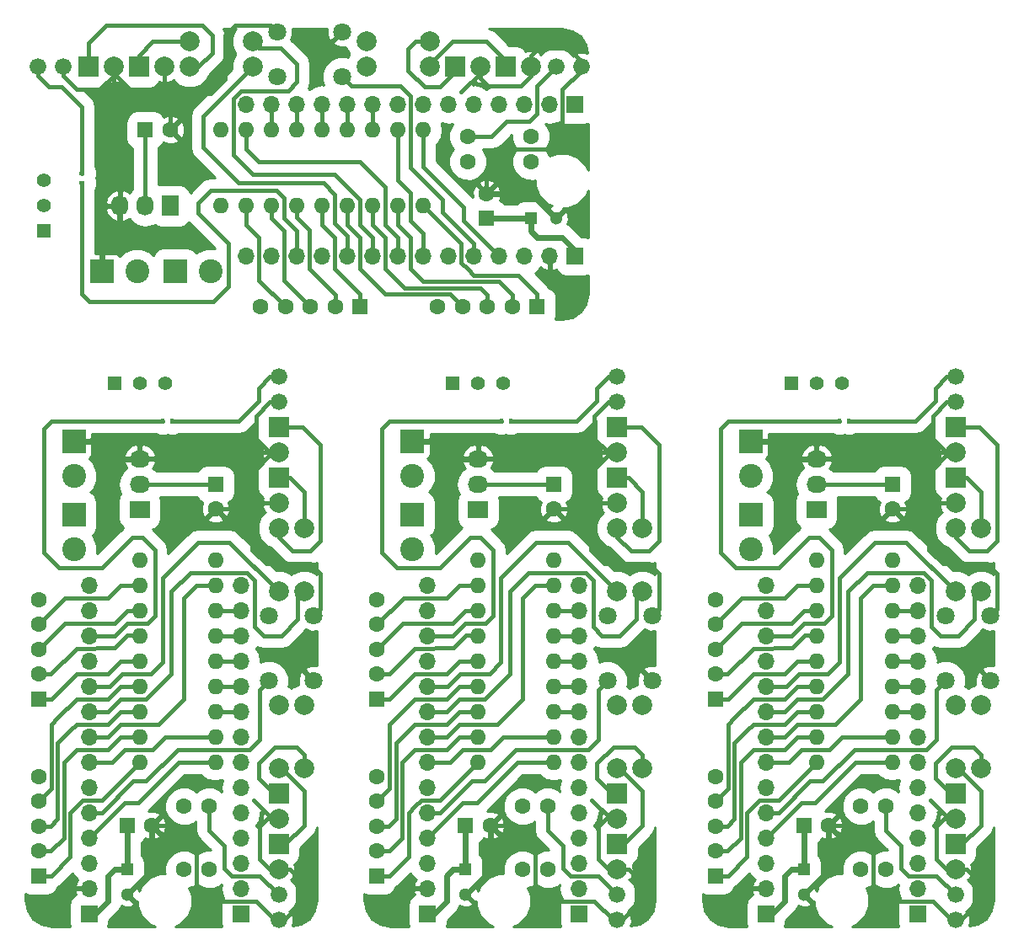
<source format=gbl>
%MOIN*%
%OFA0B0*%
%FSLAX46Y46*%
%IPPOS*%
%LPD*%
%ADD10C,0.0039370078740157488*%
%ADD11C,0.066*%
%ADD12C,0.07874015748031496*%
%ADD13R,0.07874015748031496X0.07874015748031496*%
%ADD14R,0.062992125984251982X0.062992125984251982*%
%ADD15C,0.062992125984251982*%
%ADD16R,0.066929133858267723X0.066929133858267723*%
%ADD17O,0.066929133858267723X0.066929133858267723*%
%ADD18R,0.051181102362204731X0.051181102362204731*%
%ADD19C,0.051181102362204731*%
%ADD20O,0.062992125984251982X0.062992125984251982*%
%ADD21R,0.08X0.068*%
%ADD22O,0.08X0.068*%
%ADD23R,0.055000000000000007X0.055000000000000007*%
%ADD24C,0.055000000000000007*%
%ADD25C,0.094488188976377951*%
%ADD26R,0.094488188976377951X0.094488188976377951*%
%ADD27C,0.0787*%
%ADD28C,0.070866141732283464*%
%ADD29R,0.015748031496062995X0.023622047244094488*%
%ADD30C,0.016*%
%ADD31C,0.024000000000000004*%
%ADD32C,0.01*%
%ADD43C,0.0039370078740157488*%
%ADD44C,0.066*%
%ADD45C,0.07874015748031496*%
%ADD46R,0.07874015748031496X0.07874015748031496*%
%ADD47R,0.062992125984251982X0.062992125984251982*%
%ADD48C,0.062992125984251982*%
%ADD49R,0.066929133858267723X0.066929133858267723*%
%ADD50O,0.066929133858267723X0.066929133858267723*%
%ADD51R,0.051181102362204731X0.051181102362204731*%
%ADD52C,0.051181102362204731*%
%ADD53O,0.062992125984251982X0.062992125984251982*%
%ADD54R,0.068X0.08*%
%ADD55O,0.068X0.08*%
%ADD56R,0.055000000000000007X0.055000000000000007*%
%ADD57C,0.055000000000000007*%
%ADD58C,0.094488188976377951*%
%ADD59R,0.094488188976377951X0.094488188976377951*%
%ADD60C,0.0787*%
%ADD61C,0.070866141732283464*%
%ADD62R,0.023622047244094488X0.015748031496062995*%
%ADD63C,0.016*%
%ADD64C,0.024000000000000004*%
%ADD65C,0.01*%
%ADD66C,0.0039370078740157488*%
%ADD67C,0.066*%
%ADD68C,0.07874015748031496*%
%ADD69R,0.07874015748031496X0.07874015748031496*%
%ADD70R,0.062992125984251982X0.062992125984251982*%
%ADD71C,0.062992125984251982*%
%ADD72R,0.066929133858267723X0.066929133858267723*%
%ADD73O,0.066929133858267723X0.066929133858267723*%
%ADD74R,0.051181102362204731X0.051181102362204731*%
%ADD75C,0.051181102362204731*%
%ADD76O,0.062992125984251982X0.062992125984251982*%
%ADD77R,0.08X0.068*%
%ADD78O,0.08X0.068*%
%ADD79R,0.055000000000000007X0.055000000000000007*%
%ADD80C,0.055000000000000007*%
%ADD81C,0.094488188976377951*%
%ADD82R,0.094488188976377951X0.094488188976377951*%
%ADD83C,0.0787*%
%ADD84C,0.070866141732283464*%
%ADD85R,0.015748031496062995X0.023622047244094488*%
%ADD86C,0.016*%
%ADD87C,0.024000000000000004*%
%ADD88C,0.01*%
%ADD89C,0.0039370078740157488*%
%ADD90C,0.066*%
%ADD91C,0.07874015748031496*%
%ADD92R,0.07874015748031496X0.07874015748031496*%
%ADD93R,0.062992125984251982X0.062992125984251982*%
%ADD94C,0.062992125984251982*%
%ADD95R,0.066929133858267723X0.066929133858267723*%
%ADD96O,0.066929133858267723X0.066929133858267723*%
%ADD97R,0.051181102362204731X0.051181102362204731*%
%ADD98C,0.051181102362204731*%
%ADD99O,0.062992125984251982X0.062992125984251982*%
%ADD100R,0.08X0.068*%
%ADD101O,0.08X0.068*%
%ADD102R,0.055000000000000007X0.055000000000000007*%
%ADD103C,0.055000000000000007*%
%ADD104C,0.094488188976377951*%
%ADD105R,0.094488188976377951X0.094488188976377951*%
%ADD106C,0.0787*%
%ADD107C,0.070866141732283464*%
%ADD108R,0.015748031496062995X0.023622047244094488*%
%ADD109C,0.016*%
%ADD110C,0.024000000000000004*%
%ADD111C,0.01*%
G01*
D10*
D11*
X-0004799999Y0004650000D02*
X0001050000Y0000075000D03*
X0001050000Y0000175000D03*
D12*
X0001050000Y0000475000D03*
D13*
X0001050000Y0000575000D03*
D14*
X0000100000Y0000250000D03*
D15*
X0000100000Y0000348425D03*
X0000100000Y0000446850D03*
X0000100000Y0000545275D03*
X0000100000Y0000643700D03*
D14*
X0000450000Y0000450000D03*
D15*
X0000548425Y0000450000D03*
D16*
X0000900000Y0000100000D03*
D17*
X0000900000Y0000200000D03*
X0000900000Y0000300000D03*
X0000900000Y0000400000D03*
X0000900000Y0000500000D03*
X0000900000Y0000600000D03*
X0000900000Y0000700000D03*
X0000900000Y0000800000D03*
X0000900000Y0000900000D03*
X0000900000Y0001000000D03*
X0000900000Y0001100000D03*
X0000900000Y0001200000D03*
X0000900000Y0001300000D03*
X0000900000Y0001400000D03*
D18*
X0000450000Y0000275000D03*
D19*
X0000450000Y0000176574D03*
D20*
X0000800000Y0000700000D03*
X0000800000Y0000800000D03*
X0000800000Y0000900000D03*
X0000800000Y0001000000D03*
X0000800000Y0001100000D03*
X0000800000Y0001200000D03*
X0000800000Y0001300000D03*
X0000800000Y0001400000D03*
X0000800000Y0001500000D03*
X0000500000Y0001500000D03*
X0000500000Y0001400000D03*
X0000500000Y0001300000D03*
X0000500000Y0001200000D03*
X0000500000Y0001100000D03*
X0000500000Y0001000000D03*
X0000500000Y0000900000D03*
X0000500000Y0000800000D03*
X0000500000Y0000700000D03*
D14*
X0000100000Y0000950000D03*
D15*
X0000100000Y0001048425D03*
X0000100000Y0001146850D03*
X0000100000Y0001245275D03*
X0000100000Y0001343700D03*
X0000800000Y0001701574D03*
D14*
X0000800000Y0001800000D03*
D21*
X0000500000Y0001700000D03*
D22*
X0000500000Y0001800000D03*
X0000500000Y0001900000D03*
D23*
X0000400000Y0002200000D03*
D24*
X0000500000Y0002200000D03*
X0000600000Y0002200000D03*
D25*
X0000240000Y0001832204D03*
D26*
X0000240000Y0001970000D03*
D25*
X0000240000Y0001542204D03*
D26*
X0000240000Y0001680000D03*
D12*
X0001050000Y0001725000D03*
D13*
X0001050000Y0001825000D03*
D27*
X0001050000Y0000925000D03*
X0001050000Y0000675000D03*
X0001150000Y0001375000D03*
X0001150000Y0001625000D03*
X0001150000Y0000925000D03*
X0001150000Y0000675000D03*
X0001050000Y0001375000D03*
X0001050000Y0001625000D03*
D15*
X0000775000Y0000275000D03*
X0000775000Y0000525000D03*
X0000675000Y0000275000D03*
X0000675000Y0000525000D03*
D28*
X0001011417Y0001277952D03*
X0001188582Y0001277952D03*
X0001011417Y0001022047D03*
X0001188582Y0001022047D03*
D16*
X0000300000Y0000100000D03*
D17*
X0000300000Y0000200000D03*
X0000300000Y0000300000D03*
X0000300000Y0000400000D03*
X0000300000Y0000500000D03*
X0000300000Y0000600000D03*
X0000300000Y0000700000D03*
X0000300000Y0000800000D03*
X0000300000Y0000900000D03*
X0000300000Y0001000000D03*
X0000300000Y0001100000D03*
X0000300000Y0001200000D03*
X0000300000Y0001300000D03*
X0000300000Y0001400000D03*
D29*
X0000592283Y0002050000D03*
X0000627716Y0002050000D03*
D12*
X0001050000Y0000275000D03*
D13*
X0001050000Y0000375000D03*
D12*
X0001050000Y0001925000D03*
D13*
X0001050000Y0002025000D03*
D11*
X0001050000Y0002125000D03*
X0001050000Y0002225000D03*
D30*
X0000800000Y0001701574D02*
X0000856574Y0001701574D01*
X0000856574Y0001701574D02*
X0000930000Y0001775000D01*
X0001050000Y0000075000D02*
X0001035000Y0000075000D01*
X0001035000Y0000075000D02*
X0000960000Y0000150000D01*
X0000625000Y0000450000D02*
X0000548425Y0000450000D01*
X0000725000Y0000350000D02*
X0000625000Y0000450000D01*
X0000725000Y0000215000D02*
X0000725000Y0000350000D01*
X0000790000Y0000150000D02*
X0000725000Y0000215000D01*
X0000960000Y0000150000D02*
X0000790000Y0000150000D01*
X0000500000Y0001900000D02*
X0000950000Y0001900000D01*
X0000975000Y0001925000D02*
X0001050000Y0001925000D01*
X0000950000Y0001900000D02*
X0000975000Y0001925000D01*
X0001050000Y0000475000D02*
X0001025000Y0000475000D01*
X0001025000Y0000475000D02*
X0000950000Y0000550000D01*
X0001050000Y0000075000D02*
X0001070000Y0000075000D01*
X0001070000Y0000075000D02*
X0001125000Y0000130000D01*
X0001125000Y0000130000D02*
X0001125000Y0000245000D01*
X0001125000Y0000245000D02*
X0001095000Y0000275000D01*
X0001095000Y0000275000D02*
X0001050000Y0000275000D01*
X0001050000Y0001925000D02*
X0001015000Y0001925000D01*
X0001015000Y0001925000D02*
X0000960000Y0001980000D01*
X0001015000Y0002125000D02*
X0001050000Y0002125000D01*
X0000960000Y0002070000D02*
X0001015000Y0002125000D01*
X0000960000Y0001980000D02*
X0000960000Y0002070000D01*
X0000990000Y0001725000D02*
X0000945000Y0001680000D01*
X0001215000Y0001304370D02*
X0001188582Y0001277952D01*
X0001215000Y0001445000D02*
X0001215000Y0001304370D01*
X0001175000Y0001485000D02*
X0001215000Y0001445000D01*
X0001000000Y0001485000D02*
X0001175000Y0001485000D01*
X0000945000Y0001540000D02*
X0001000000Y0001485000D01*
X0000945000Y0001680000D02*
X0000945000Y0001540000D01*
X0001050000Y0001925000D02*
X0001025000Y0001925000D01*
X0001025000Y0001925000D02*
X0000940000Y0001840000D01*
X0000990000Y0001725000D02*
X0001050000Y0001725000D01*
X0000940000Y0001775000D02*
X0000990000Y0001725000D01*
X0000940000Y0001840000D02*
X0000940000Y0001775000D01*
X0001050000Y0000275000D02*
X0001015000Y0000275000D01*
X0001015000Y0000275000D02*
X0000975000Y0000315000D01*
X0001005000Y0000475000D02*
X0001050000Y0000475000D01*
X0000975000Y0000445000D02*
X0001005000Y0000475000D01*
X0000975000Y0000315000D02*
X0000975000Y0000445000D01*
D31*
X0000450000Y0000176574D02*
X0000451574Y0000176574D01*
X0000451574Y0000176574D02*
X0000548425Y0000273425D01*
X0000548425Y0000273425D02*
X0000548425Y0000450000D01*
X0000500000Y0001900000D02*
X0000425000Y0001900000D01*
X0000425000Y0001900000D02*
X0000355000Y0001970000D01*
X0000355000Y0001970000D02*
X0000240000Y0001970000D01*
D30*
X0000300000Y0000700000D02*
X0000390000Y0000700000D01*
X0000600000Y0000800000D02*
X0000800000Y0000800000D01*
X0000550000Y0000750000D02*
X0000600000Y0000800000D01*
X0000440000Y0000750000D02*
X0000550000Y0000750000D01*
X0000390000Y0000700000D02*
X0000440000Y0000750000D01*
X0000975000Y0000875000D02*
X0000975000Y0000790000D01*
X0000975000Y0000875000D02*
X0000975000Y0000985629D01*
X0001011417Y0001022047D02*
X0000975000Y0000985629D01*
X0000935000Y0000750000D02*
X0000650000Y0000750000D01*
X0000975000Y0000790000D02*
X0000935000Y0000750000D01*
X0000300000Y0000500000D02*
X0000350000Y0000500000D01*
X0000525000Y0000625000D02*
X0000650000Y0000750000D01*
X0000475000Y0000625000D02*
X0000525000Y0000625000D01*
X0000350000Y0000500000D02*
X0000475000Y0000625000D01*
X0000300000Y0000400000D02*
X0000440000Y0000540000D01*
X0000655000Y0000700000D02*
X0000800000Y0000700000D01*
X0000495000Y0000540000D02*
X0000655000Y0000700000D01*
X0000440000Y0000540000D02*
X0000495000Y0000540000D01*
X0000200000Y0000550000D02*
X0000200000Y0000400000D01*
X0000500000Y0000800000D02*
X0000425000Y0000800000D01*
X0000200000Y0000600000D02*
X0000200000Y0000550000D01*
X0000200000Y0000700000D02*
X0000200000Y0000600000D01*
X0000250000Y0000750000D02*
X0000200000Y0000700000D01*
X0000375000Y0000750000D02*
X0000250000Y0000750000D01*
X0000425000Y0000800000D02*
X0000375000Y0000750000D01*
X0000148425Y0000348425D02*
X0000100000Y0000348425D01*
X0000200000Y0000400000D02*
X0000148425Y0000348425D01*
X0000350000Y0000550000D02*
X0000275000Y0000550000D01*
X0000400000Y0000600000D02*
X0000350000Y0000550000D01*
X0000500000Y0000700000D02*
X0000400000Y0000600000D01*
X0000150000Y0000250000D02*
X0000100000Y0000250000D01*
X0000225000Y0000325000D02*
X0000150000Y0000250000D01*
X0000225000Y0000500000D02*
X0000225000Y0000325000D01*
X0000250000Y0000525000D02*
X0000225000Y0000500000D01*
X0000275000Y0000550000D02*
X0000250000Y0000525000D01*
X0000100000Y0001048425D02*
X0000148425Y0001048425D01*
X0000452500Y0001202500D02*
X0000500000Y0001200000D01*
X0000402500Y0001152500D02*
X0000452500Y0001202500D01*
X0000250000Y0001150000D02*
X0000402500Y0001152500D01*
X0000148425Y0001048425D02*
X0000250000Y0001150000D01*
X0000101574Y0001050000D02*
X0000100000Y0001048425D01*
X0000101574Y0001050000D02*
X0000100000Y0001048425D01*
X0000500000Y0001100000D02*
X0000425000Y0001100000D01*
X0000150000Y0000950000D02*
X0000100000Y0000950000D01*
X0000250000Y0001050000D02*
X0000150000Y0000950000D01*
X0000375000Y0001050000D02*
X0000250000Y0001050000D01*
X0000425000Y0001100000D02*
X0000375000Y0001050000D01*
X0000175000Y0000575000D02*
X0000175000Y0000475000D01*
X0000175000Y0000625000D02*
X0000175000Y0000575000D01*
X0000146850Y0000446850D02*
X0000100000Y0000446850D01*
X0000175000Y0000475000D02*
X0000146850Y0000446850D01*
X0000100000Y0000450000D02*
X0000100000Y0000448425D01*
X0000100000Y0000450000D02*
X0000100000Y0000448425D01*
X0000225000Y0000825000D02*
X0000175000Y0000775000D01*
X0000425000Y0000900000D02*
X0000375000Y0000850000D01*
X0000375000Y0000850000D02*
X0000250000Y0000850000D01*
X0000250000Y0000850000D02*
X0000225000Y0000825000D01*
X0000500000Y0000900000D02*
X0000425000Y0000900000D01*
X0000175000Y0000775000D02*
X0000175000Y0000625000D01*
X0000175000Y0000625000D02*
X0000175000Y0000621850D01*
X0000150000Y0000675000D02*
X0000150000Y0000595275D01*
X0000150000Y0000850000D02*
X0000150000Y0000725000D01*
X0000150000Y0000725000D02*
X0000150000Y0000675000D01*
X0000500000Y0001000000D02*
X0000425000Y0001000000D01*
X0000175000Y0000875000D02*
X0000150000Y0000850000D01*
X0000150000Y0000595275D02*
X0000100000Y0000545275D01*
X0000100000Y0000550000D02*
X0000100000Y0000546850D01*
X0000250000Y0000950000D02*
X0000175000Y0000875000D01*
X0000375000Y0000950000D02*
X0000250000Y0000950000D01*
X0000425000Y0001000000D02*
X0000375000Y0000950000D01*
X0000500000Y0001300000D02*
X0000450000Y0001300000D01*
X0000203149Y0001250000D02*
X0000100000Y0001146850D01*
X0000400000Y0001250000D02*
X0000203149Y0001250000D01*
X0000450000Y0001300000D02*
X0000400000Y0001250000D01*
X0000500000Y0001400000D02*
X0000425000Y0001400000D01*
X0000204724Y0001350000D02*
X0000100000Y0001245275D01*
X0000375000Y0001350000D02*
X0000204724Y0001350000D01*
X0000425000Y0001400000D02*
X0000375000Y0001350000D01*
X0000800000Y0000900000D02*
X0000900000Y0000900000D01*
X0000800000Y0001000000D02*
X0000900000Y0001000000D01*
X0000300000Y0001000000D02*
X0000380000Y0001000000D01*
X0000855000Y0001570000D02*
X0001050000Y0001375000D01*
X0000730000Y0001570000D02*
X0000855000Y0001570000D01*
X0000590000Y0001430000D02*
X0000730000Y0001570000D01*
X0000590000Y0001095000D02*
X0000590000Y0001430000D01*
X0000545000Y0001050000D02*
X0000590000Y0001095000D01*
X0000430000Y0001050000D02*
X0000545000Y0001050000D01*
X0000380000Y0001000000D02*
X0000430000Y0001050000D01*
X0001050000Y0001375000D02*
X0001050000Y0001355000D01*
X0001050000Y0001400000D02*
X0001050000Y0001375000D01*
X0001075000Y0000375000D02*
X0001150000Y0000450000D01*
X0001150000Y0000585000D02*
X0001060000Y0000675000D01*
X0001150000Y0000450000D02*
X0001150000Y0000585000D01*
X0001050000Y0000375000D02*
X0001075000Y0000375000D01*
X0001060000Y0000675000D02*
X0001050000Y0000675000D01*
X0001150000Y0001625000D02*
X0001150000Y0001770000D01*
X0001095000Y0001825000D02*
X0001050000Y0001825000D01*
X0001150000Y0001770000D02*
X0001095000Y0001825000D01*
X0001050000Y0000575000D02*
X0001030000Y0000575000D01*
X0001030000Y0000575000D02*
X0000970000Y0000635000D01*
X0000970000Y0000635000D02*
X0000970000Y0000695000D01*
X0000970000Y0000695000D02*
X0001035000Y0000760000D01*
X0001035000Y0000760000D02*
X0001120000Y0000760000D01*
X0001120000Y0000760000D02*
X0001150000Y0000730000D01*
X0001150000Y0000730000D02*
X0001150000Y0000675000D01*
X0001050000Y0001625000D02*
X0001050000Y0001590000D01*
X0001050000Y0001590000D02*
X0001105000Y0001535000D01*
X0001105000Y0001535000D02*
X0001175000Y0001535000D01*
X0001175000Y0001535000D02*
X0001215000Y0001575000D01*
X0001215000Y0001575000D02*
X0001215000Y0001955000D01*
X0001215000Y0001955000D02*
X0001145000Y0002025000D01*
X0001145000Y0002025000D02*
X0001050000Y0002025000D01*
X0000300000Y0000800000D02*
X0000375000Y0000800000D01*
X0000725000Y0001400000D02*
X0000800000Y0001400000D01*
X0000675000Y0001350000D02*
X0000725000Y0001400000D01*
X0000675000Y0000950000D02*
X0000675000Y0001350000D01*
X0000575000Y0000850000D02*
X0000675000Y0000950000D01*
X0000425000Y0000850000D02*
X0000575000Y0000850000D01*
X0000375000Y0000800000D02*
X0000425000Y0000850000D01*
X0000775000Y0000525000D02*
X0000775000Y0000430000D01*
X0000975000Y0000250000D02*
X0001050000Y0000175000D01*
X0000865000Y0000250000D02*
X0000975000Y0000250000D01*
X0000835000Y0000280000D02*
X0000865000Y0000250000D01*
X0000835000Y0000370000D02*
X0000835000Y0000280000D01*
X0000775000Y0000430000D02*
X0000835000Y0000370000D01*
X0001015000Y0002225000D02*
X0001050000Y0002225000D01*
X0001015000Y0002225000D02*
X0000970000Y0002180000D01*
X0000970000Y0002180000D02*
X0000970000Y0002130000D01*
X0000627716Y0002050000D02*
X0000890000Y0002050000D01*
X0000970000Y0002130000D02*
X0000890000Y0002050000D01*
X0000500000Y0001800000D02*
X0000800000Y0001800000D01*
D31*
X0000450000Y0000275000D02*
X0000450000Y0000450000D01*
X0000300000Y0000100000D02*
X0000325000Y0000100000D01*
X0000325000Y0000100000D02*
X0000375000Y0000150000D01*
X0000400000Y0000275000D02*
X0000450000Y0000275000D01*
X0000375000Y0000250000D02*
X0000400000Y0000275000D01*
X0000375000Y0000150000D02*
X0000375000Y0000250000D01*
D30*
X0000800000Y0001100000D02*
X0000900000Y0001100000D01*
X0000800000Y0001200000D02*
X0000900000Y0001200000D01*
X0000800000Y0001300000D02*
X0000900000Y0001300000D01*
X0000700000Y0001450000D02*
X0000925000Y0001450000D01*
X0000375000Y0000900000D02*
X0000425000Y0000950000D01*
X0000425000Y0000950000D02*
X0000525000Y0000950000D01*
X0000525000Y0000950000D02*
X0000625000Y0001050000D01*
X0000625000Y0001050000D02*
X0000625000Y0001375000D01*
X0000625000Y0001375000D02*
X0000700000Y0001450000D01*
X0000300000Y0000900000D02*
X0000375000Y0000900000D01*
X0001125000Y0001265000D02*
X0001125000Y0001350000D01*
X0001060000Y0001200000D02*
X0001125000Y0001265000D01*
X0000990000Y0001200000D02*
X0001060000Y0001200000D01*
X0000955000Y0001235000D02*
X0000990000Y0001200000D01*
X0000955000Y0001420000D02*
X0000955000Y0001235000D01*
X0000925000Y0001450000D02*
X0000955000Y0001420000D01*
X0001125000Y0001350000D02*
X0001150000Y0001375000D01*
X0001150000Y0001400000D02*
X0001150000Y0001375000D01*
X0000150000Y0002050000D02*
X0000120000Y0002020000D01*
X0000120000Y0002020000D02*
X0000120000Y0001530000D01*
X0000120000Y0001530000D02*
X0000180000Y0001470000D01*
X0000180000Y0001470000D02*
X0000350000Y0001470000D01*
X0000350000Y0001470000D02*
X0000470000Y0001590000D01*
X0000470000Y0001590000D02*
X0000510000Y0001590000D01*
X0000510000Y0001590000D02*
X0000560000Y0001540000D01*
X0000560000Y0001540000D02*
X0000560000Y0001280000D01*
X0000560000Y0001280000D02*
X0000530000Y0001250000D01*
X0000530000Y0001250000D02*
X0000450000Y0001250000D01*
X0000150000Y0002050000D02*
X0000592283Y0002050000D01*
X0000300000Y0001200000D02*
X0000400000Y0001200000D01*
X0000450000Y0001250000D02*
X0000400000Y0001200000D01*
D32*
G36*
X0000731969Y0000210721D02*
X0000759843Y0000199147D01*
X0000790024Y0000199120D01*
X0000817918Y0000210646D01*
X0000823957Y0000216674D01*
X0000820640Y0000200000D01*
X0000826565Y0000170213D01*
X0000832191Y0000161794D01*
X0000824860Y0000151065D01*
X0000821296Y0000133464D01*
X0000821296Y0000066535D01*
X0000824390Y0000050092D01*
X0000824855Y0000049370D01*
X0000640177Y0000049370D01*
X0000661293Y0000058094D01*
X0000691798Y0000088546D01*
X0000708327Y0000128354D01*
X0000708365Y0000171456D01*
X0000695927Y0000201559D01*
X0000717918Y0000210646D01*
X0000724993Y0000217709D01*
X0000731969Y0000210721D01*
X0000731969Y0000210721D01*
G37*
X0000731969Y0000210721D02*
X0000759843Y0000199147D01*
X0000790024Y0000199120D01*
X0000817918Y0000210646D01*
X0000823957Y0000216674D01*
X0000820640Y0000200000D01*
X0000826565Y0000170213D01*
X0000832191Y0000161794D01*
X0000824860Y0000151065D01*
X0000821296Y0000133464D01*
X0000821296Y0000066535D01*
X0000824390Y0000050092D01*
X0000824855Y0000049370D01*
X0000640177Y0000049370D01*
X0000661293Y0000058094D01*
X0000691798Y0000088546D01*
X0000708327Y0000128354D01*
X0000708365Y0000171456D01*
X0000695927Y0000201559D01*
X0000717918Y0000210646D01*
X0000724993Y0000217709D01*
X0000731969Y0000210721D01*
G36*
X0000457627Y0000177131D02*
X0000457071Y0000176574D01*
X0000485394Y0000148251D01*
X0000491653Y0000149762D01*
X0000491634Y0000128543D01*
X0000508094Y0000088706D01*
X0000538546Y0000058201D01*
X0000559815Y0000049370D01*
X0000375227Y0000049370D01*
X0000378703Y0000066535D01*
X0000378703Y0000073984D01*
X0000414859Y0000110140D01*
X0000427079Y0000128428D01*
X0000427554Y0000130819D01*
X0000442877Y0000125487D01*
X0000462969Y0000126650D01*
X0000476131Y0000132101D01*
X0000478323Y0000141180D01*
X0000450000Y0000169503D01*
X0000449443Y0000168946D01*
X0000442372Y0000176017D01*
X0000442928Y0000176574D01*
X0000442372Y0000177131D01*
X0000449443Y0000184202D01*
X0000450000Y0000183645D01*
X0000450556Y0000184202D01*
X0000457627Y0000177131D01*
X0000457627Y0000177131D01*
G37*
X0000457627Y0000177131D02*
X0000457071Y0000176574D01*
X0000485394Y0000148251D01*
X0000491653Y0000149762D01*
X0000491634Y0000128543D01*
X0000508094Y0000088706D01*
X0000538546Y0000058201D01*
X0000559815Y0000049370D01*
X0000375227Y0000049370D01*
X0000378703Y0000066535D01*
X0000378703Y0000073984D01*
X0000414859Y0000110140D01*
X0000427079Y0000128428D01*
X0000427554Y0000130819D01*
X0000442877Y0000125487D01*
X0000462969Y0000126650D01*
X0000476131Y0000132101D01*
X0000478323Y0000141180D01*
X0000450000Y0000169503D01*
X0000449443Y0000168946D01*
X0000442372Y0000176017D01*
X0000442928Y0000176574D01*
X0000442372Y0000177131D01*
X0000449443Y0000184202D01*
X0000450000Y0000183645D01*
X0000450556Y0000184202D01*
X0000457627Y0000177131D01*
G36*
X0000243437Y0000244962D02*
X0000255841Y0000236674D01*
X0000249935Y0000230193D01*
X0000243249Y0000214050D01*
X0000248025Y0000205000D01*
X0000295000Y0000205000D01*
X0000295000Y0000205787D01*
X0000305000Y0000205787D01*
X0000305000Y0000205000D01*
X0000305787Y0000205000D01*
X0000305787Y0000195000D01*
X0000305000Y0000195000D01*
X0000305000Y0000194212D01*
X0000295000Y0000194212D01*
X0000295000Y0000195000D01*
X0000248025Y0000195000D01*
X0000243249Y0000185949D01*
X0000248070Y0000174308D01*
X0000234991Y0000165892D01*
X0000224860Y0000151065D01*
X0000221296Y0000133464D01*
X0000221296Y0000066535D01*
X0000224390Y0000050092D01*
X0000224855Y0000049370D01*
X0000154862Y0000049370D01*
X0000111860Y0000057923D01*
X0000079527Y0000079527D01*
X0000057923Y0000111860D01*
X0000049370Y0000154862D01*
X0000049370Y0000177876D01*
X0000050903Y0000176828D01*
X0000068503Y0000173264D01*
X0000131496Y0000173264D01*
X0000147938Y0000176358D01*
X0000163040Y0000186076D01*
X0000173171Y0000200903D01*
X0000173827Y0000204146D01*
X0000187031Y0000212968D01*
X0000233659Y0000259596D01*
X0000243437Y0000244962D01*
X0000243437Y0000244962D01*
G37*
X0000243437Y0000244962D02*
X0000255841Y0000236674D01*
X0000249935Y0000230193D01*
X0000243249Y0000214050D01*
X0000248025Y0000205000D01*
X0000295000Y0000205000D01*
X0000295000Y0000205787D01*
X0000305000Y0000205787D01*
X0000305000Y0000205000D01*
X0000305787Y0000205000D01*
X0000305787Y0000195000D01*
X0000305000Y0000195000D01*
X0000305000Y0000194212D01*
X0000295000Y0000194212D01*
X0000295000Y0000195000D01*
X0000248025Y0000195000D01*
X0000243249Y0000185949D01*
X0000248070Y0000174308D01*
X0000234991Y0000165892D01*
X0000224860Y0000151065D01*
X0000221296Y0000133464D01*
X0000221296Y0000066535D01*
X0000224390Y0000050092D01*
X0000224855Y0000049370D01*
X0000154862Y0000049370D01*
X0000111860Y0000057923D01*
X0000079527Y0000079527D01*
X0000057923Y0000111860D01*
X0000049370Y0000154862D01*
X0000049370Y0000177876D01*
X0000050903Y0000176828D01*
X0000068503Y0000173264D01*
X0000131496Y0000173264D01*
X0000147938Y0000176358D01*
X0000163040Y0000186076D01*
X0000173171Y0000200903D01*
X0000173827Y0000204146D01*
X0000187031Y0000212968D01*
X0000233659Y0000259596D01*
X0000243437Y0000244962D01*
G36*
X0001200629Y0000154862D02*
X0001192076Y0000111860D01*
X0001170472Y0000079527D01*
X0001138139Y0000057923D01*
X0001102969Y0000050927D01*
X0001108463Y0000066106D01*
X0001107416Y0000089156D01*
X0001100609Y0000105589D01*
X0001091539Y0000108449D01*
X0001093769Y0000109370D01*
X0001115552Y0000131116D01*
X0001127356Y0000159542D01*
X0001127383Y0000190322D01*
X0001115629Y0000218769D01*
X0001097098Y0000237332D01*
X0001105881Y0000240580D01*
X0001114799Y0000264585D01*
X0001113852Y0000290175D01*
X0001111078Y0000296872D01*
X0001120914Y0000303202D01*
X0001131045Y0000318029D01*
X0001134609Y0000335629D01*
X0001134609Y0000360546D01*
X0001187031Y0000412968D01*
X0001197135Y0000428090D01*
X0001198383Y0000429958D01*
X0001200629Y0000441251D01*
X0001200629Y0000154862D01*
X0001200629Y0000154862D01*
G37*
X0001200629Y0000154862D02*
X0001192076Y0000111860D01*
X0001170472Y0000079527D01*
X0001138139Y0000057923D01*
X0001102969Y0000050927D01*
X0001108463Y0000066106D01*
X0001107416Y0000089156D01*
X0001100609Y0000105589D01*
X0001091539Y0000108449D01*
X0001093769Y0000109370D01*
X0001115552Y0000131116D01*
X0001127356Y0000159542D01*
X0001127383Y0000190322D01*
X0001115629Y0000218769D01*
X0001097098Y0000237332D01*
X0001105881Y0000240580D01*
X0001114799Y0000264585D01*
X0001113852Y0000290175D01*
X0001111078Y0000296872D01*
X0001120914Y0000303202D01*
X0001131045Y0000318029D01*
X0001134609Y0000335629D01*
X0001134609Y0000360546D01*
X0001187031Y0000412968D01*
X0001197135Y0000428090D01*
X0001198383Y0000429958D01*
X0001200629Y0000441251D01*
X0001200629Y0000154862D01*
G36*
X0001057627Y0000075556D02*
X0001057071Y0000075000D01*
X0001057627Y0000074443D01*
X0001050556Y0000067372D01*
X0001050000Y0000067928D01*
X0001049443Y0000067372D01*
X0001042372Y0000074443D01*
X0001042928Y0000075000D01*
X0001042372Y0000075556D01*
X0001049443Y0000082627D01*
X0001050000Y0000082071D01*
X0001050556Y0000082627D01*
X0001057627Y0000075556D01*
X0001057627Y0000075556D01*
G37*
X0001057627Y0000075556D02*
X0001057071Y0000075000D01*
X0001057627Y0000074443D01*
X0001050556Y0000067372D01*
X0001050000Y0000067928D01*
X0001049443Y0000067372D01*
X0001042372Y0000074443D01*
X0001042928Y0000075000D01*
X0001042372Y0000075556D01*
X0001049443Y0000082627D01*
X0001050000Y0000082071D01*
X0001050556Y0000082627D01*
X0001057627Y0000075556D01*
G36*
X0000744868Y0000646354D02*
X0000769481Y0000629908D01*
X0000798513Y0000624133D01*
X0000801486Y0000624133D01*
X0000826427Y0000629095D01*
X0000820640Y0000600000D01*
X0000823953Y0000583345D01*
X0000818030Y0000589278D01*
X0000790156Y0000600852D01*
X0000759975Y0000600879D01*
X0000732081Y0000589353D01*
X0000725006Y0000582290D01*
X0000718030Y0000589278D01*
X0000690156Y0000600852D01*
X0000659975Y0000600879D01*
X0000632081Y0000589353D01*
X0000610721Y0000568030D01*
X0000599147Y0000540156D01*
X0000599120Y0000509975D01*
X0000610646Y0000482081D01*
X0000631969Y0000460721D01*
X0000659843Y0000449147D01*
X0000690024Y0000449120D01*
X0000717918Y0000460646D01*
X0000722629Y0000465349D01*
X0000722629Y0000430000D01*
X0000726616Y0000409958D01*
X0000737210Y0000394103D01*
X0000737968Y0000392968D01*
X0000780075Y0000350861D01*
X0000759975Y0000350879D01*
X0000732081Y0000339353D01*
X0000725006Y0000332290D01*
X0000718030Y0000339278D01*
X0000690156Y0000350852D01*
X0000659975Y0000350879D01*
X0000632081Y0000339353D01*
X0000610721Y0000318030D01*
X0000599147Y0000290156D01*
X0000599120Y0000259975D01*
X0000599793Y0000258346D01*
X0000578543Y0000258365D01*
X0000538706Y0000241905D01*
X0000508201Y0000211453D01*
X0000499515Y0000190533D01*
X0000494472Y0000202705D01*
X0000485394Y0000204898D01*
X0000486770Y0000206273D01*
X0000492033Y0000207264D01*
X0000507134Y0000216981D01*
X0000517265Y0000231808D01*
X0000520829Y0000249409D01*
X0000520829Y0000300590D01*
X0000517736Y0000317033D01*
X0000508018Y0000332134D01*
X0000506370Y0000333260D01*
X0000506370Y0000381783D01*
X0000513040Y0000386076D01*
X0000522150Y0000399409D01*
X0000539890Y0000393032D01*
X0000562340Y0000394103D01*
X0000578110Y0000400635D01*
X0000581029Y0000410325D01*
X0000548425Y0000442928D01*
X0000547868Y0000442372D01*
X0000540797Y0000449443D01*
X0000541354Y0000450000D01*
X0000555496Y0000450000D01*
X0000588100Y0000417396D01*
X0000597789Y0000420314D01*
X0000605392Y0000441465D01*
X0000604322Y0000463915D01*
X0000597789Y0000479685D01*
X0000588100Y0000482603D01*
X0000555496Y0000450000D01*
X0000541354Y0000450000D01*
X0000540797Y0000450556D01*
X0000547868Y0000457627D01*
X0000548425Y0000457071D01*
X0000581029Y0000489675D01*
X0000578110Y0000499364D01*
X0000556959Y0000506967D01*
X0000534981Y0000505919D01*
X0000676692Y0000647629D01*
X0000744016Y0000647629D01*
X0000744868Y0000646354D01*
X0000744868Y0000646354D01*
G37*
X0000744868Y0000646354D02*
X0000769481Y0000629908D01*
X0000798513Y0000624133D01*
X0000801486Y0000624133D01*
X0000826427Y0000629095D01*
X0000820640Y0000600000D01*
X0000823953Y0000583345D01*
X0000818030Y0000589278D01*
X0000790156Y0000600852D01*
X0000759975Y0000600879D01*
X0000732081Y0000589353D01*
X0000725006Y0000582290D01*
X0000718030Y0000589278D01*
X0000690156Y0000600852D01*
X0000659975Y0000600879D01*
X0000632081Y0000589353D01*
X0000610721Y0000568030D01*
X0000599147Y0000540156D01*
X0000599120Y0000509975D01*
X0000610646Y0000482081D01*
X0000631969Y0000460721D01*
X0000659843Y0000449147D01*
X0000690024Y0000449120D01*
X0000717918Y0000460646D01*
X0000722629Y0000465349D01*
X0000722629Y0000430000D01*
X0000726616Y0000409958D01*
X0000737210Y0000394103D01*
X0000737968Y0000392968D01*
X0000780075Y0000350861D01*
X0000759975Y0000350879D01*
X0000732081Y0000339353D01*
X0000725006Y0000332290D01*
X0000718030Y0000339278D01*
X0000690156Y0000350852D01*
X0000659975Y0000350879D01*
X0000632081Y0000339353D01*
X0000610721Y0000318030D01*
X0000599147Y0000290156D01*
X0000599120Y0000259975D01*
X0000599793Y0000258346D01*
X0000578543Y0000258365D01*
X0000538706Y0000241905D01*
X0000508201Y0000211453D01*
X0000499515Y0000190533D01*
X0000494472Y0000202705D01*
X0000485394Y0000204898D01*
X0000486770Y0000206273D01*
X0000492033Y0000207264D01*
X0000507134Y0000216981D01*
X0000517265Y0000231808D01*
X0000520829Y0000249409D01*
X0000520829Y0000300590D01*
X0000517736Y0000317033D01*
X0000508018Y0000332134D01*
X0000506370Y0000333260D01*
X0000506370Y0000381783D01*
X0000513040Y0000386076D01*
X0000522150Y0000399409D01*
X0000539890Y0000393032D01*
X0000562340Y0000394103D01*
X0000578110Y0000400635D01*
X0000581029Y0000410325D01*
X0000548425Y0000442928D01*
X0000547868Y0000442372D01*
X0000540797Y0000449443D01*
X0000541354Y0000450000D01*
X0000555496Y0000450000D01*
X0000588100Y0000417396D01*
X0000597789Y0000420314D01*
X0000605392Y0000441465D01*
X0000604322Y0000463915D01*
X0000597789Y0000479685D01*
X0000588100Y0000482603D01*
X0000555496Y0000450000D01*
X0000541354Y0000450000D01*
X0000540797Y0000450556D01*
X0000547868Y0000457627D01*
X0000548425Y0000457071D01*
X0000581029Y0000489675D01*
X0000578110Y0000499364D01*
X0000556959Y0000506967D01*
X0000534981Y0000505919D01*
X0000676692Y0000647629D01*
X0000744016Y0000647629D01*
X0000744868Y0000646354D01*
G36*
X0001057627Y0000275556D02*
X0001057071Y0000275000D01*
X0001057627Y0000274443D01*
X0001050556Y0000267372D01*
X0001050000Y0000267928D01*
X0001049443Y0000267372D01*
X0001042372Y0000274443D01*
X0001042928Y0000275000D01*
X0001042372Y0000275556D01*
X0001049443Y0000282627D01*
X0001050000Y0000282071D01*
X0001050556Y0000282627D01*
X0001057627Y0000275556D01*
X0001057627Y0000275556D01*
G37*
X0001057627Y0000275556D02*
X0001057071Y0000275000D01*
X0001057627Y0000274443D01*
X0001050556Y0000267372D01*
X0001050000Y0000267928D01*
X0001049443Y0000267372D01*
X0001042372Y0000274443D01*
X0001042928Y0000275000D01*
X0001042372Y0000275556D01*
X0001049443Y0000282627D01*
X0001050000Y0000282071D01*
X0001050556Y0000282627D01*
X0001057627Y0000275556D01*
G36*
X0000989315Y0000496492D02*
X0000985200Y0000485414D01*
X0000986147Y0000459824D01*
X0000988921Y0000453127D01*
X0000979085Y0000446797D01*
X0000970481Y0000434205D01*
X0000959928Y0000450000D01*
X0000973434Y0000470213D01*
X0000979359Y0000500000D01*
X0000978601Y0000503813D01*
X0000989315Y0000496492D01*
X0000989315Y0000496492D01*
G37*
X0000989315Y0000496492D02*
X0000985200Y0000485414D01*
X0000986147Y0000459824D01*
X0000988921Y0000453127D01*
X0000979085Y0000446797D01*
X0000970481Y0000434205D01*
X0000959928Y0000450000D01*
X0000973434Y0000470213D01*
X0000979359Y0000500000D01*
X0000978601Y0000503813D01*
X0000989315Y0000496492D01*
G36*
X0001057627Y0000475556D02*
X0001057071Y0000475000D01*
X0001057627Y0000474443D01*
X0001050556Y0000467372D01*
X0001050000Y0000467928D01*
X0001049443Y0000467372D01*
X0001042372Y0000474443D01*
X0001042928Y0000475000D01*
X0001042372Y0000475556D01*
X0001049443Y0000482627D01*
X0001050000Y0000482071D01*
X0001050556Y0000482627D01*
X0001057627Y0000475556D01*
X0001057627Y0000475556D01*
G37*
X0001057627Y0000475556D02*
X0001057071Y0000475000D01*
X0001057627Y0000474443D01*
X0001050556Y0000467372D01*
X0001050000Y0000467928D01*
X0001049443Y0000467372D01*
X0001042372Y0000474443D01*
X0001042928Y0000475000D01*
X0001042372Y0000475556D01*
X0001049443Y0000482627D01*
X0001050000Y0000482071D01*
X0001050556Y0000482627D01*
X0001057627Y0000475556D01*
G36*
X0001179107Y0001217068D02*
X0001200629Y0001217972D01*
X0001200629Y0001081990D01*
X0001198057Y0001082931D01*
X0001174037Y0001081922D01*
X0001156529Y0001074670D01*
X0001153127Y0001064573D01*
X0001188582Y0001029118D01*
X0001189139Y0001029675D01*
X0001196210Y0001022604D01*
X0001195653Y0001022047D01*
X0001196210Y0001021490D01*
X0001189139Y0001014419D01*
X0001188582Y0001014976D01*
X0001188025Y0001014419D01*
X0001180954Y0001021490D01*
X0001181511Y0001022047D01*
X0001146056Y0001057502D01*
X0001135958Y0001054100D01*
X0001127698Y0001031522D01*
X0001128707Y0001007501D01*
X0001128959Y0001006891D01*
X0001102638Y0000996015D01*
X0001100016Y0000993398D01*
X0001097485Y0000995933D01*
X0001088527Y0000999652D01*
X0001091206Y0001006103D01*
X0001091234Y0001037851D01*
X0001079110Y0001067193D01*
X0001056681Y0001089661D01*
X0001027360Y0001101836D01*
X0000995613Y0001101864D01*
X0000978308Y0001094713D01*
X0000979359Y0001100000D01*
X0000973434Y0001129786D01*
X0000959928Y0001150000D01*
X0000963770Y0001155751D01*
X0000969958Y0001151616D01*
X0000990000Y0001147629D01*
X0001060000Y0001147629D01*
X0001080041Y0001151616D01*
X0001097031Y0001162968D01*
X0001158624Y0001224562D01*
X0001179107Y0001217068D01*
X0001179107Y0001217068D01*
G37*
X0001179107Y0001217068D02*
X0001200629Y0001217972D01*
X0001200629Y0001081990D01*
X0001198057Y0001082931D01*
X0001174037Y0001081922D01*
X0001156529Y0001074670D01*
X0001153127Y0001064573D01*
X0001188582Y0001029118D01*
X0001189139Y0001029675D01*
X0001196210Y0001022604D01*
X0001195653Y0001022047D01*
X0001196210Y0001021490D01*
X0001189139Y0001014419D01*
X0001188582Y0001014976D01*
X0001188025Y0001014419D01*
X0001180954Y0001021490D01*
X0001181511Y0001022047D01*
X0001146056Y0001057502D01*
X0001135958Y0001054100D01*
X0001127698Y0001031522D01*
X0001128707Y0001007501D01*
X0001128959Y0001006891D01*
X0001102638Y0000996015D01*
X0001100016Y0000993398D01*
X0001097485Y0000995933D01*
X0001088527Y0000999652D01*
X0001091206Y0001006103D01*
X0001091234Y0001037851D01*
X0001079110Y0001067193D01*
X0001056681Y0001089661D01*
X0001027360Y0001101836D01*
X0000995613Y0001101864D01*
X0000978308Y0001094713D01*
X0000979359Y0001100000D01*
X0000973434Y0001129786D01*
X0000959928Y0001150000D01*
X0000963770Y0001155751D01*
X0000969958Y0001151616D01*
X0000990000Y0001147629D01*
X0001060000Y0001147629D01*
X0001080041Y0001151616D01*
X0001097031Y0001162968D01*
X0001158624Y0001224562D01*
X0001179107Y0001217068D01*
G36*
X0001196210Y0001278509D02*
X0001195653Y0001277952D01*
X0001196210Y0001277395D01*
X0001189139Y0001270324D01*
X0001188582Y0001270881D01*
X0001188025Y0001270324D01*
X0001180954Y0001277395D01*
X0001181511Y0001277952D01*
X0001180954Y0001278509D01*
X0001188025Y0001285580D01*
X0001188582Y0001285023D01*
X0001189139Y0001285580D01*
X0001196210Y0001278509D01*
X0001196210Y0001278509D01*
G37*
X0001196210Y0001278509D02*
X0001195653Y0001277952D01*
X0001196210Y0001277395D01*
X0001189139Y0001270324D01*
X0001188582Y0001270881D01*
X0001188025Y0001270324D01*
X0001180954Y0001277395D01*
X0001181511Y0001277952D01*
X0001180954Y0001278509D01*
X0001188025Y0001285580D01*
X0001188582Y0001285023D01*
X0001189139Y0001285580D01*
X0001196210Y0001278509D01*
G36*
X0000965390Y0001985629D02*
X0000968484Y0001969187D01*
X0000978202Y0001954085D01*
X0000989315Y0001946492D01*
X0000985200Y0001935414D01*
X0000986147Y0001909824D01*
X0000988921Y0001903127D01*
X0000979085Y0001896797D01*
X0000968954Y0001881970D01*
X0000965390Y0001864370D01*
X0000965390Y0001785629D01*
X0000968484Y0001769187D01*
X0000978202Y0001754085D01*
X0000989315Y0001746492D01*
X0000985200Y0001735414D01*
X0000986147Y0001709824D01*
X0000994118Y0001690580D01*
X0000996362Y0001689750D01*
X0000979067Y0001672485D01*
X0000966294Y0001641726D01*
X0000966265Y0001608420D01*
X0000978984Y0001577638D01*
X0001002514Y0001554066D01*
X0001018514Y0001547423D01*
X0001067968Y0001497968D01*
X0001077475Y0001491616D01*
X0001084958Y0001486616D01*
X0001105000Y0001482629D01*
X0001175000Y0001482629D01*
X0001195041Y0001486616D01*
X0001200629Y0001490350D01*
X0001200629Y0001442783D01*
X0001197485Y0001445933D01*
X0001166726Y0001458705D01*
X0001133420Y0001458734D01*
X0001102638Y0001446015D01*
X0001100016Y0001443398D01*
X0001097485Y0001445933D01*
X0001066726Y0001458705D01*
X0001040333Y0001458728D01*
X0000892031Y0001607031D01*
X0000887526Y0001610041D01*
X0000875041Y0001618383D01*
X0000855000Y0001622370D01*
X0000730000Y0001622370D01*
X0000709958Y0001618383D01*
X0000692968Y0001607031D01*
X0000612370Y0001526432D01*
X0000612370Y0001540000D01*
X0000608383Y0001560041D01*
X0000608071Y0001560507D01*
X0000597031Y0001577031D01*
X0000551195Y0001622867D01*
X0000556442Y0001623854D01*
X0000571544Y0001633572D01*
X0000581675Y0001648399D01*
X0000584409Y0001661899D01*
X0000767396Y0001661899D01*
X0000770314Y0001652210D01*
X0000791465Y0001644607D01*
X0000813915Y0001645678D01*
X0000829685Y0001652210D01*
X0000832603Y0001661899D01*
X0000800000Y0001694503D01*
X0000767396Y0001661899D01*
X0000584409Y0001661899D01*
X0000585239Y0001666000D01*
X0000585239Y0001734000D01*
X0000582674Y0001747629D01*
X0000729210Y0001747629D01*
X0000736076Y0001736959D01*
X0000749409Y0001727849D01*
X0000743032Y0001710109D01*
X0000744103Y0001687659D01*
X0000750635Y0001671889D01*
X0000760325Y0001668970D01*
X0000792928Y0001701574D01*
X0000792372Y0001702131D01*
X0000799443Y0001709202D01*
X0000800000Y0001708645D01*
X0000800556Y0001709202D01*
X0000807627Y0001702131D01*
X0000807071Y0001701574D01*
X0000839675Y0001668970D01*
X0000849364Y0001671889D01*
X0000856967Y0001693040D01*
X0000855896Y0001715490D01*
X0000850667Y0001728114D01*
X0000863040Y0001736076D01*
X0000873171Y0001750903D01*
X0000876735Y0001768503D01*
X0000876735Y0001831496D01*
X0000873641Y0001847938D01*
X0000863924Y0001863040D01*
X0000849096Y0001873171D01*
X0000831496Y0001876735D01*
X0000768503Y0001876735D01*
X0000752061Y0001873641D01*
X0000736959Y0001863923D01*
X0000729065Y0001852370D01*
X0000565104Y0001852370D01*
X0000563068Y0001855416D01*
X0000551601Y0001863078D01*
X0000553178Y0001864486D01*
X0000563177Y0001885244D01*
X0000563281Y0001885865D01*
X0000558512Y0001895000D01*
X0000505000Y0001895000D01*
X0000505000Y0001894212D01*
X0000495000Y0001894212D01*
X0000495000Y0001895000D01*
X0000441487Y0001895000D01*
X0000436718Y0001885865D01*
X0000436822Y0001885244D01*
X0000446821Y0001864486D01*
X0000448398Y0001863078D01*
X0000436931Y0001855416D01*
X0000419942Y0001829990D01*
X0000413977Y0001800000D01*
X0000419942Y0001770009D01*
X0000425361Y0001761899D01*
X0000418324Y0001751600D01*
X0000414760Y0001734000D01*
X0000414760Y0001666000D01*
X0000417854Y0001649557D01*
X0000427572Y0001634455D01*
X0000435734Y0001628879D01*
X0000432968Y0001627031D01*
X0000331599Y0001525662D01*
X0000331630Y0001560347D01*
X0000317712Y0001594032D01*
X0000314306Y0001597443D01*
X0000318788Y0001600327D01*
X0000328919Y0001615155D01*
X0000332483Y0001632755D01*
X0000332483Y0001727244D01*
X0000329389Y0001743686D01*
X0000319672Y0001758788D01*
X0000305696Y0001768337D01*
X0000317621Y0001780241D01*
X0000331598Y0001813901D01*
X0000331630Y0001850347D01*
X0000317712Y0001884032D01*
X0000300561Y0001901212D01*
X0000301405Y0001901561D01*
X0000308438Y0001908594D01*
X0000310732Y0001914134D01*
X0000436718Y0001914134D01*
X0000441487Y0001905000D01*
X0000495000Y0001905000D01*
X0000495000Y0001952792D01*
X0000505000Y0001952792D01*
X0000505000Y0001905000D01*
X0000558512Y0001905000D01*
X0000563281Y0001914134D01*
X0000563177Y0001914755D01*
X0000553178Y0001935513D01*
X0000535996Y0001950864D01*
X0000514248Y0001958471D01*
X0000505000Y0001952792D01*
X0000495000Y0001952792D01*
X0000485751Y0001958471D01*
X0000464003Y0001950864D01*
X0000446821Y0001935513D01*
X0000436822Y0001914755D01*
X0000436718Y0001914134D01*
X0000310732Y0001914134D01*
X0000312244Y0001917783D01*
X0000312244Y0001958750D01*
X0000305994Y0001965000D01*
X0000245000Y0001965000D01*
X0000245000Y0001964212D01*
X0000235000Y0001964212D01*
X0000235000Y0001965000D01*
X0000234212Y0001965000D01*
X0000234212Y0001975000D01*
X0000235000Y0001975000D01*
X0000235000Y0001975787D01*
X0000245000Y0001975787D01*
X0000245000Y0001975000D01*
X0000305994Y0001975000D01*
X0000312244Y0001981250D01*
X0000312244Y0001997629D01*
X0000565175Y0001997629D01*
X0000566808Y0001996513D01*
X0000584409Y0001992949D01*
X0000600157Y0001992949D01*
X0000610361Y0001994869D01*
X0000619842Y0001992949D01*
X0000635590Y0001992949D01*
X0000652033Y0001996043D01*
X0000654498Y0001997629D01*
X0000890000Y0001997629D01*
X0000910041Y0002001616D01*
X0000927031Y0002012968D01*
X0000965390Y0002051328D01*
X0000965390Y0001985629D01*
X0000965390Y0001985629D01*
G37*
X0000965390Y0001985629D02*
X0000968484Y0001969187D01*
X0000978202Y0001954085D01*
X0000989315Y0001946492D01*
X0000985200Y0001935414D01*
X0000986147Y0001909824D01*
X0000988921Y0001903127D01*
X0000979085Y0001896797D01*
X0000968954Y0001881970D01*
X0000965390Y0001864370D01*
X0000965390Y0001785629D01*
X0000968484Y0001769187D01*
X0000978202Y0001754085D01*
X0000989315Y0001746492D01*
X0000985200Y0001735414D01*
X0000986147Y0001709824D01*
X0000994118Y0001690580D01*
X0000996362Y0001689750D01*
X0000979067Y0001672485D01*
X0000966294Y0001641726D01*
X0000966265Y0001608420D01*
X0000978984Y0001577638D01*
X0001002514Y0001554066D01*
X0001018514Y0001547423D01*
X0001067968Y0001497968D01*
X0001077475Y0001491616D01*
X0001084958Y0001486616D01*
X0001105000Y0001482629D01*
X0001175000Y0001482629D01*
X0001195041Y0001486616D01*
X0001200629Y0001490350D01*
X0001200629Y0001442783D01*
X0001197485Y0001445933D01*
X0001166726Y0001458705D01*
X0001133420Y0001458734D01*
X0001102638Y0001446015D01*
X0001100016Y0001443398D01*
X0001097485Y0001445933D01*
X0001066726Y0001458705D01*
X0001040333Y0001458728D01*
X0000892031Y0001607031D01*
X0000887526Y0001610041D01*
X0000875041Y0001618383D01*
X0000855000Y0001622370D01*
X0000730000Y0001622370D01*
X0000709958Y0001618383D01*
X0000692968Y0001607031D01*
X0000612370Y0001526432D01*
X0000612370Y0001540000D01*
X0000608383Y0001560041D01*
X0000608071Y0001560507D01*
X0000597031Y0001577031D01*
X0000551195Y0001622867D01*
X0000556442Y0001623854D01*
X0000571544Y0001633572D01*
X0000581675Y0001648399D01*
X0000584409Y0001661899D01*
X0000767396Y0001661899D01*
X0000770314Y0001652210D01*
X0000791465Y0001644607D01*
X0000813915Y0001645678D01*
X0000829685Y0001652210D01*
X0000832603Y0001661899D01*
X0000800000Y0001694503D01*
X0000767396Y0001661899D01*
X0000584409Y0001661899D01*
X0000585239Y0001666000D01*
X0000585239Y0001734000D01*
X0000582674Y0001747629D01*
X0000729210Y0001747629D01*
X0000736076Y0001736959D01*
X0000749409Y0001727849D01*
X0000743032Y0001710109D01*
X0000744103Y0001687659D01*
X0000750635Y0001671889D01*
X0000760325Y0001668970D01*
X0000792928Y0001701574D01*
X0000792372Y0001702131D01*
X0000799443Y0001709202D01*
X0000800000Y0001708645D01*
X0000800556Y0001709202D01*
X0000807627Y0001702131D01*
X0000807071Y0001701574D01*
X0000839675Y0001668970D01*
X0000849364Y0001671889D01*
X0000856967Y0001693040D01*
X0000855896Y0001715490D01*
X0000850667Y0001728114D01*
X0000863040Y0001736076D01*
X0000873171Y0001750903D01*
X0000876735Y0001768503D01*
X0000876735Y0001831496D01*
X0000873641Y0001847938D01*
X0000863924Y0001863040D01*
X0000849096Y0001873171D01*
X0000831496Y0001876735D01*
X0000768503Y0001876735D01*
X0000752061Y0001873641D01*
X0000736959Y0001863923D01*
X0000729065Y0001852370D01*
X0000565104Y0001852370D01*
X0000563068Y0001855416D01*
X0000551601Y0001863078D01*
X0000553178Y0001864486D01*
X0000563177Y0001885244D01*
X0000563281Y0001885865D01*
X0000558512Y0001895000D01*
X0000505000Y0001895000D01*
X0000505000Y0001894212D01*
X0000495000Y0001894212D01*
X0000495000Y0001895000D01*
X0000441487Y0001895000D01*
X0000436718Y0001885865D01*
X0000436822Y0001885244D01*
X0000446821Y0001864486D01*
X0000448398Y0001863078D01*
X0000436931Y0001855416D01*
X0000419942Y0001829990D01*
X0000413977Y0001800000D01*
X0000419942Y0001770009D01*
X0000425361Y0001761899D01*
X0000418324Y0001751600D01*
X0000414760Y0001734000D01*
X0000414760Y0001666000D01*
X0000417854Y0001649557D01*
X0000427572Y0001634455D01*
X0000435734Y0001628879D01*
X0000432968Y0001627031D01*
X0000331599Y0001525662D01*
X0000331630Y0001560347D01*
X0000317712Y0001594032D01*
X0000314306Y0001597443D01*
X0000318788Y0001600327D01*
X0000328919Y0001615155D01*
X0000332483Y0001632755D01*
X0000332483Y0001727244D01*
X0000329389Y0001743686D01*
X0000319672Y0001758788D01*
X0000305696Y0001768337D01*
X0000317621Y0001780241D01*
X0000331598Y0001813901D01*
X0000331630Y0001850347D01*
X0000317712Y0001884032D01*
X0000300561Y0001901212D01*
X0000301405Y0001901561D01*
X0000308438Y0001908594D01*
X0000310732Y0001914134D01*
X0000436718Y0001914134D01*
X0000441487Y0001905000D01*
X0000495000Y0001905000D01*
X0000495000Y0001952792D01*
X0000505000Y0001952792D01*
X0000505000Y0001905000D01*
X0000558512Y0001905000D01*
X0000563281Y0001914134D01*
X0000563177Y0001914755D01*
X0000553178Y0001935513D01*
X0000535996Y0001950864D01*
X0000514248Y0001958471D01*
X0000505000Y0001952792D01*
X0000495000Y0001952792D01*
X0000485751Y0001958471D01*
X0000464003Y0001950864D01*
X0000446821Y0001935513D01*
X0000436822Y0001914755D01*
X0000436718Y0001914134D01*
X0000310732Y0001914134D01*
X0000312244Y0001917783D01*
X0000312244Y0001958750D01*
X0000305994Y0001965000D01*
X0000245000Y0001965000D01*
X0000245000Y0001964212D01*
X0000235000Y0001964212D01*
X0000235000Y0001965000D01*
X0000234212Y0001965000D01*
X0000234212Y0001975000D01*
X0000235000Y0001975000D01*
X0000235000Y0001975787D01*
X0000245000Y0001975787D01*
X0000245000Y0001975000D01*
X0000305994Y0001975000D01*
X0000312244Y0001981250D01*
X0000312244Y0001997629D01*
X0000565175Y0001997629D01*
X0000566808Y0001996513D01*
X0000584409Y0001992949D01*
X0000600157Y0001992949D01*
X0000610361Y0001994869D01*
X0000619842Y0001992949D01*
X0000635590Y0001992949D01*
X0000652033Y0001996043D01*
X0000654498Y0001997629D01*
X0000890000Y0001997629D01*
X0000910041Y0002001616D01*
X0000927031Y0002012968D01*
X0000965390Y0002051328D01*
X0000965390Y0001985629D01*
G36*
X0001057627Y0001725556D02*
X0001057071Y0001725000D01*
X0001057627Y0001724443D01*
X0001050556Y0001717372D01*
X0001050000Y0001717928D01*
X0001049443Y0001717372D01*
X0001042372Y0001724443D01*
X0001042928Y0001725000D01*
X0001042372Y0001725556D01*
X0001049443Y0001732627D01*
X0001050000Y0001732071D01*
X0001050556Y0001732627D01*
X0001057627Y0001725556D01*
X0001057627Y0001725556D01*
G37*
X0001057627Y0001725556D02*
X0001057071Y0001725000D01*
X0001057627Y0001724443D01*
X0001050556Y0001717372D01*
X0001050000Y0001717928D01*
X0001049443Y0001717372D01*
X0001042372Y0001724443D01*
X0001042928Y0001725000D01*
X0001042372Y0001725556D01*
X0001049443Y0001732627D01*
X0001050000Y0001732071D01*
X0001050556Y0001732627D01*
X0001057627Y0001725556D01*
G36*
X0001057627Y0001925556D02*
X0001057071Y0001925000D01*
X0001057627Y0001924443D01*
X0001050556Y0001917372D01*
X0001050000Y0001917928D01*
X0001049443Y0001917372D01*
X0001042372Y0001924443D01*
X0001042928Y0001925000D01*
X0001042372Y0001925556D01*
X0001049443Y0001932627D01*
X0001050000Y0001932071D01*
X0001050556Y0001932627D01*
X0001057627Y0001925556D01*
X0001057627Y0001925556D01*
G37*
X0001057627Y0001925556D02*
X0001057071Y0001925000D01*
X0001057627Y0001924443D01*
X0001050556Y0001917372D01*
X0001050000Y0001917928D01*
X0001049443Y0001917372D01*
X0001042372Y0001924443D01*
X0001042928Y0001925000D01*
X0001042372Y0001925556D01*
X0001049443Y0001932627D01*
X0001050000Y0001932071D01*
X0001050556Y0001932627D01*
X0001057627Y0001925556D01*
G36*
X0001057627Y0002125556D02*
X0001057071Y0002125000D01*
X0001057627Y0002124443D01*
X0001050556Y0002117372D01*
X0001050000Y0002117928D01*
X0001049443Y0002117372D01*
X0001042372Y0002124443D01*
X0001042928Y0002125000D01*
X0001042372Y0002125556D01*
X0001049443Y0002132627D01*
X0001050000Y0002132071D01*
X0001050556Y0002132627D01*
X0001057627Y0002125556D01*
X0001057627Y0002125556D01*
G37*
X0001057627Y0002125556D02*
X0001057071Y0002125000D01*
X0001057627Y0002124443D01*
X0001050556Y0002117372D01*
X0001050000Y0002117928D01*
X0001049443Y0002117372D01*
X0001042372Y0002124443D01*
X0001042928Y0002125000D01*
X0001042372Y0002125556D01*
X0001049443Y0002132627D01*
X0001050000Y0002132071D01*
X0001050556Y0002132627D01*
X0001057627Y0002125556D01*
G04 next file*
G04 #@! TF.FileFunction,Copper,L2,Bot,Signal*
G04 Gerber Fmt 4.6, Leading zero omitted, Abs format (unit mm)*
G04 Created by KiCad (PCBNEW 4.0.6) date 11/20/19 08:45:12*
G01*
G04 APERTURE LIST*
G04 APERTURE END LIST*
D43*
D44*
X-0002327165Y-0002398425D02*
X0002247834Y0003451574D03*
X0002147834Y0003451574D03*
D45*
X0001847834Y0003451574D03*
D46*
X0001747834Y0003451574D03*
D47*
X0002072834Y0002501574D03*
D48*
X0001974409Y0002501574D03*
X0001875984Y0002501574D03*
X0001777559Y0002501574D03*
X0001679133Y0002501574D03*
D47*
X0001872834Y0002851574D03*
D48*
X0001872834Y0002950000D03*
D49*
X0002222834Y0003301574D03*
D50*
X0002122834Y0003301574D03*
X0002022834Y0003301574D03*
X0001922834Y0003301574D03*
X0001822834Y0003301574D03*
X0001722834Y0003301574D03*
X0001622834Y0003301574D03*
X0001522834Y0003301574D03*
X0001422834Y0003301574D03*
X0001322834Y0003301574D03*
X0001222834Y0003301574D03*
X0001122834Y0003301574D03*
X0001022834Y0003301574D03*
X0000922834Y0003301574D03*
D51*
X0002047834Y0002851574D03*
D52*
X0002146259Y0002851574D03*
D53*
X0001622834Y0003201574D03*
X0001522834Y0003201574D03*
X0001422834Y0003201574D03*
X0001322834Y0003201574D03*
X0001222834Y0003201574D03*
X0001122834Y0003201574D03*
X0001022834Y0003201574D03*
X0000922834Y0003201574D03*
X0000822834Y0003201574D03*
X0000822834Y0002901574D03*
X0000922834Y0002901574D03*
X0001022834Y0002901574D03*
X0001122834Y0002901574D03*
X0001222834Y0002901574D03*
X0001322834Y0002901574D03*
X0001422834Y0002901574D03*
X0001522834Y0002901574D03*
X0001622834Y0002901574D03*
D47*
X0001372834Y0002501574D03*
D48*
X0001274409Y0002501574D03*
X0001175984Y0002501574D03*
X0001077559Y0002501574D03*
X0000979133Y0002501574D03*
X0000621259Y0003201574D03*
D47*
X0000522834Y0003201574D03*
D54*
X0000622834Y0002901574D03*
D55*
X0000522834Y0002901574D03*
X0000422834Y0002901574D03*
D56*
X0000122834Y0002801574D03*
D57*
X0000122834Y0002901574D03*
X0000122834Y0003001574D03*
D58*
X0000490629Y0002641574D03*
D59*
X0000352834Y0002641574D03*
D58*
X0000780629Y0002641574D03*
D59*
X0000642834Y0002641574D03*
D45*
X0000597834Y0003451574D03*
D46*
X0000497834Y0003451574D03*
D60*
X0001397834Y0003451574D03*
X0001647834Y0003451574D03*
X0000947834Y0003551574D03*
X0000697834Y0003551574D03*
X0001397834Y0003551574D03*
X0001647834Y0003551574D03*
X0000947834Y0003451574D03*
X0000697834Y0003451574D03*
D48*
X0002047834Y0003176574D03*
X0001797834Y0003176574D03*
X0002047834Y0003076574D03*
X0001797834Y0003076574D03*
D61*
X0001044881Y0003412992D03*
X0001044881Y0003590157D03*
X0001300787Y0003412992D03*
X0001300787Y0003590157D03*
D49*
X0002222834Y0002701574D03*
D50*
X0002122834Y0002701574D03*
X0002022834Y0002701574D03*
X0001922834Y0002701574D03*
X0001822834Y0002701574D03*
X0001722834Y0002701574D03*
X0001622834Y0002701574D03*
X0001522834Y0002701574D03*
X0001422834Y0002701574D03*
X0001322834Y0002701574D03*
X0001222834Y0002701574D03*
X0001122834Y0002701574D03*
X0001022834Y0002701574D03*
X0000922834Y0002701574D03*
D62*
X0000272834Y0002993858D03*
X0000272834Y0003029291D03*
D45*
X0002047834Y0003451574D03*
D46*
X0001947834Y0003451574D03*
D45*
X0000397834Y0003451574D03*
D46*
X0000297834Y0003451574D03*
D44*
X0000197834Y0003451574D03*
X0000097834Y0003451574D03*
D63*
X0000621259Y0003201574D02*
X0000621259Y0003258149D01*
X0000621259Y0003258149D02*
X0000547834Y0003331574D01*
X0002247834Y0003451574D02*
X0002247834Y0003436574D01*
X0002247834Y0003436574D02*
X0002172834Y0003361574D01*
X0001872834Y0003026574D02*
X0001872834Y0002950000D01*
X0001972834Y0003126574D02*
X0001872834Y0003026574D01*
X0002107834Y0003126574D02*
X0001972834Y0003126574D01*
X0002172834Y0003191574D02*
X0002107834Y0003126574D01*
X0002172834Y0003361574D02*
X0002172834Y0003191574D01*
X0000422834Y0002901574D02*
X0000422834Y0003351574D01*
X0000397834Y0003376574D02*
X0000397834Y0003451574D01*
X0000422834Y0003351574D02*
X0000397834Y0003376574D01*
X0001847834Y0003451574D02*
X0001847834Y0003426574D01*
X0001847834Y0003426574D02*
X0001772834Y0003351574D01*
X0002247834Y0003451574D02*
X0002247834Y0003471574D01*
X0002247834Y0003471574D02*
X0002192834Y0003526574D01*
X0002192834Y0003526574D02*
X0002077834Y0003526574D01*
X0002077834Y0003526574D02*
X0002047834Y0003496574D01*
X0002047834Y0003496574D02*
X0002047834Y0003451574D01*
X0000397834Y0003451574D02*
X0000397834Y0003416574D01*
X0000397834Y0003416574D02*
X0000342834Y0003361574D01*
X0000197834Y0003416574D02*
X0000197834Y0003451574D01*
X0000252834Y0003361574D02*
X0000197834Y0003416574D01*
X0000342834Y0003361574D02*
X0000252834Y0003361574D01*
X0000597834Y0003391574D02*
X0000642834Y0003346574D01*
X0001018464Y0003616574D02*
X0001044881Y0003590157D01*
X0000877834Y0003616574D02*
X0001018464Y0003616574D01*
X0000837834Y0003576574D02*
X0000877834Y0003616574D01*
X0000837834Y0003401574D02*
X0000837834Y0003576574D01*
X0000782834Y0003346574D02*
X0000837834Y0003401574D01*
X0000642834Y0003346574D02*
X0000782834Y0003346574D01*
X0000397834Y0003451574D02*
X0000397834Y0003426574D01*
X0000397834Y0003426574D02*
X0000482834Y0003341574D01*
X0000597834Y0003391574D02*
X0000597834Y0003451574D01*
X0000547834Y0003341574D02*
X0000597834Y0003391574D01*
X0000482834Y0003341574D02*
X0000547834Y0003341574D01*
X0002047834Y0003451574D02*
X0002047834Y0003416574D01*
X0002047834Y0003416574D02*
X0002007834Y0003376574D01*
X0001847834Y0003406574D02*
X0001847834Y0003451574D01*
X0001877834Y0003376574D02*
X0001847834Y0003406574D01*
X0002007834Y0003376574D02*
X0001877834Y0003376574D01*
D64*
X0002146259Y0002851574D02*
X0002146259Y0002853149D01*
X0002146259Y0002853149D02*
X0002049409Y0002950000D01*
X0002049409Y0002950000D02*
X0001872834Y0002950000D01*
X0000422834Y0002901574D02*
X0000422834Y0002826574D01*
X0000422834Y0002826574D02*
X0000352834Y0002756574D01*
X0000352834Y0002756574D02*
X0000352834Y0002641574D01*
D63*
X0001622834Y0002701574D02*
X0001622834Y0002791574D01*
X0001522834Y0003001574D02*
X0001522834Y0003201574D01*
X0001572834Y0002951574D02*
X0001522834Y0003001574D01*
X0001572834Y0002841574D02*
X0001572834Y0002951574D01*
X0001622834Y0002791574D02*
X0001572834Y0002841574D01*
X0001447834Y0003376574D02*
X0001532834Y0003376574D01*
X0001447834Y0003376574D02*
X0001337204Y0003376574D01*
X0001300787Y0003412992D02*
X0001337204Y0003376574D01*
X0001572834Y0003336574D02*
X0001572834Y0003051574D01*
X0001532834Y0003376574D02*
X0001572834Y0003336574D01*
X0001822834Y0002701574D02*
X0001822834Y0002751574D01*
X0001697834Y0002926574D02*
X0001572834Y0003051574D01*
X0001697834Y0002876574D02*
X0001697834Y0002926574D01*
X0001822834Y0002751574D02*
X0001697834Y0002876574D01*
X0001922834Y0002701574D02*
X0001782834Y0002841574D01*
X0001622834Y0003056574D02*
X0001622834Y0003201574D01*
X0001782834Y0002896574D02*
X0001622834Y0003056574D01*
X0001782834Y0002841574D02*
X0001782834Y0002896574D01*
X0001772834Y0002601574D02*
X0001922834Y0002601574D01*
X0001522834Y0002901574D02*
X0001522834Y0002826574D01*
X0001722834Y0002601574D02*
X0001772834Y0002601574D01*
X0001622834Y0002601574D02*
X0001722834Y0002601574D01*
X0001572834Y0002651574D02*
X0001622834Y0002601574D01*
X0001572834Y0002776574D02*
X0001572834Y0002651574D01*
X0001522834Y0002826574D02*
X0001572834Y0002776574D01*
X0001974409Y0002550000D02*
X0001974409Y0002501574D01*
X0001922834Y0002601574D02*
X0001974409Y0002550000D01*
X0001772834Y0002751574D02*
X0001772834Y0002676574D01*
X0001722834Y0002801574D02*
X0001772834Y0002751574D01*
X0001622834Y0002901574D02*
X0001722834Y0002801574D01*
X0002072834Y0002551574D02*
X0002072834Y0002501574D01*
X0001997834Y0002626574D02*
X0002072834Y0002551574D01*
X0001822834Y0002626574D02*
X0001997834Y0002626574D01*
X0001797834Y0002651574D02*
X0001822834Y0002626574D01*
X0001772834Y0002676574D02*
X0001797834Y0002651574D01*
X0001274409Y0002501574D02*
X0001274409Y0002550000D01*
X0001120334Y0002854074D02*
X0001122834Y0002901574D01*
X0001170334Y0002804074D02*
X0001120334Y0002854074D01*
X0001172834Y0002651574D02*
X0001170334Y0002804074D01*
X0001274409Y0002550000D02*
X0001172834Y0002651574D01*
X0001272834Y0002503149D02*
X0001274409Y0002501574D01*
X0001272834Y0002503149D02*
X0001274409Y0002501574D01*
X0001222834Y0002901574D02*
X0001222834Y0002826574D01*
X0001372834Y0002551574D02*
X0001372834Y0002501574D01*
X0001272834Y0002651574D02*
X0001372834Y0002551574D01*
X0001272834Y0002776574D02*
X0001272834Y0002651574D01*
X0001222834Y0002826574D02*
X0001272834Y0002776574D01*
X0001747834Y0002576574D02*
X0001847834Y0002576574D01*
X0001697834Y0002576574D02*
X0001747834Y0002576574D01*
X0001875984Y0002548425D02*
X0001875984Y0002501574D01*
X0001847834Y0002576574D02*
X0001875984Y0002548425D01*
X0001872834Y0002501574D02*
X0001874409Y0002501574D01*
X0001872834Y0002501574D02*
X0001874409Y0002501574D01*
X0001497834Y0002626574D02*
X0001547834Y0002576574D01*
X0001422834Y0002826574D02*
X0001472834Y0002776574D01*
X0001472834Y0002776574D02*
X0001472834Y0002651574D01*
X0001472834Y0002651574D02*
X0001497834Y0002626574D01*
X0001422834Y0002901574D02*
X0001422834Y0002826574D01*
X0001547834Y0002576574D02*
X0001697834Y0002576574D01*
X0001697834Y0002576574D02*
X0001700984Y0002576574D01*
X0001647834Y0002551574D02*
X0001727559Y0002551574D01*
X0001472834Y0002551574D02*
X0001597834Y0002551574D01*
X0001597834Y0002551574D02*
X0001647834Y0002551574D01*
X0001322834Y0002901574D02*
X0001322834Y0002826574D01*
X0001447834Y0002576574D02*
X0001472834Y0002551574D01*
X0001727559Y0002551574D02*
X0001777559Y0002501574D01*
X0001772834Y0002501574D02*
X0001775984Y0002501574D01*
X0001372834Y0002651574D02*
X0001447834Y0002576574D01*
X0001372834Y0002776574D02*
X0001372834Y0002651574D01*
X0001322834Y0002826574D02*
X0001372834Y0002776574D01*
X0001022834Y0002901574D02*
X0001022834Y0002851574D01*
X0001072834Y0002604724D02*
X0001175984Y0002501574D01*
X0001072834Y0002801574D02*
X0001072834Y0002604724D01*
X0001022834Y0002851574D02*
X0001072834Y0002801574D01*
X0000922834Y0002901574D02*
X0000922834Y0002826574D01*
X0000972834Y0002606299D02*
X0001077559Y0002501574D01*
X0000972834Y0002776574D02*
X0000972834Y0002606299D01*
X0000922834Y0002826574D02*
X0000972834Y0002776574D01*
X0001422834Y0003201574D02*
X0001422834Y0003301574D01*
X0001322834Y0003201574D02*
X0001322834Y0003301574D01*
X0001322834Y0002701574D02*
X0001322834Y0002781574D01*
X0000752834Y0003256574D02*
X0000947834Y0003451574D01*
X0000752834Y0003131574D02*
X0000752834Y0003256574D01*
X0000892834Y0002991574D02*
X0000752834Y0003131574D01*
X0001227834Y0002991574D02*
X0000892834Y0002991574D01*
X0001272834Y0002946574D02*
X0001227834Y0002991574D01*
X0001272834Y0002831574D02*
X0001272834Y0002946574D01*
X0001322834Y0002781574D02*
X0001272834Y0002831574D01*
X0000947834Y0003451574D02*
X0000967834Y0003451574D01*
X0000922834Y0003451574D02*
X0000947834Y0003451574D01*
X0001947834Y0003476574D02*
X0001872834Y0003551574D01*
X0001737834Y0003551574D02*
X0001647834Y0003461574D01*
X0001872834Y0003551574D02*
X0001737834Y0003551574D01*
X0001947834Y0003451574D02*
X0001947834Y0003476574D01*
X0001647834Y0003461574D02*
X0001647834Y0003451574D01*
X0000697834Y0003551574D02*
X0000552834Y0003551574D01*
X0000497834Y0003496574D02*
X0000497834Y0003451574D01*
X0000552834Y0003551574D02*
X0000497834Y0003496574D01*
X0001747834Y0003451574D02*
X0001747834Y0003431574D01*
X0001747834Y0003431574D02*
X0001687834Y0003371574D01*
X0001687834Y0003371574D02*
X0001627834Y0003371574D01*
X0001627834Y0003371574D02*
X0001562834Y0003436574D01*
X0001562834Y0003436574D02*
X0001562834Y0003521574D01*
X0001562834Y0003521574D02*
X0001592834Y0003551574D01*
X0001592834Y0003551574D02*
X0001647834Y0003551574D01*
X0000697834Y0003451574D02*
X0000732834Y0003451574D01*
X0000732834Y0003451574D02*
X0000787834Y0003506574D01*
X0000787834Y0003506574D02*
X0000787834Y0003576574D01*
X0000787834Y0003576574D02*
X0000747834Y0003616574D01*
X0000747834Y0003616574D02*
X0000367834Y0003616574D01*
X0000367834Y0003616574D02*
X0000297834Y0003546574D01*
X0000297834Y0003546574D02*
X0000297834Y0003451574D01*
X0001522834Y0002701574D02*
X0001522834Y0002776574D01*
X0000922834Y0003126574D02*
X0000922834Y0003201574D01*
X0000972834Y0003076574D02*
X0000922834Y0003126574D01*
X0001372834Y0003076574D02*
X0000972834Y0003076574D01*
X0001472834Y0002976574D02*
X0001372834Y0003076574D01*
X0001472834Y0002826574D02*
X0001472834Y0002976574D01*
X0001522834Y0002776574D02*
X0001472834Y0002826574D01*
X0001797834Y0003176574D02*
X0001892834Y0003176574D01*
X0002072834Y0003376574D02*
X0002147834Y0003451574D01*
X0002072834Y0003266574D02*
X0002072834Y0003376574D01*
X0002042834Y0003236574D02*
X0002072834Y0003266574D01*
X0001952834Y0003236574D02*
X0002042834Y0003236574D01*
X0001892834Y0003176574D02*
X0001952834Y0003236574D01*
X0000097834Y0003416574D02*
X0000097834Y0003451574D01*
X0000097834Y0003416574D02*
X0000142834Y0003371574D01*
X0000142834Y0003371574D02*
X0000192834Y0003371574D01*
X0000272834Y0003029291D02*
X0000272834Y0003291574D01*
X0000192834Y0003371574D02*
X0000272834Y0003291574D01*
X0000522834Y0002901574D02*
X0000522834Y0003201574D01*
D64*
X0002047834Y0002851574D02*
X0001872834Y0002851574D01*
X0002222834Y0002701574D02*
X0002222834Y0002726574D01*
X0002222834Y0002726574D02*
X0002172834Y0002776574D01*
X0002047834Y0002801574D02*
X0002047834Y0002851574D01*
X0002072834Y0002776574D02*
X0002047834Y0002801574D01*
X0002172834Y0002776574D02*
X0002072834Y0002776574D01*
D63*
X0001222834Y0003201574D02*
X0001222834Y0003301574D01*
X0001122834Y0003201574D02*
X0001122834Y0003301574D01*
X0001022834Y0003201574D02*
X0001022834Y0003301574D01*
X0000872834Y0003101574D02*
X0000872834Y0003326574D01*
X0001422834Y0002776574D02*
X0001372834Y0002826574D01*
X0001372834Y0002826574D02*
X0001372834Y0002926574D01*
X0001372834Y0002926574D02*
X0001272834Y0003026574D01*
X0001272834Y0003026574D02*
X0000947834Y0003026574D01*
X0000947834Y0003026574D02*
X0000872834Y0003101574D01*
X0001422834Y0002701574D02*
X0001422834Y0002776574D01*
X0001057834Y0003526574D02*
X0000972834Y0003526574D01*
X0001122834Y0003461574D02*
X0001057834Y0003526574D01*
X0001122834Y0003391574D02*
X0001122834Y0003461574D01*
X0001087834Y0003356574D02*
X0001122834Y0003391574D01*
X0000902834Y0003356574D02*
X0001087834Y0003356574D01*
X0000872834Y0003326574D02*
X0000902834Y0003356574D01*
X0000972834Y0003526574D02*
X0000947834Y0003551574D01*
X0000922834Y0003551574D02*
X0000947834Y0003551574D01*
X0000272834Y0002551574D02*
X0000302834Y0002521574D01*
X0000302834Y0002521574D02*
X0000792834Y0002521574D01*
X0000792834Y0002521574D02*
X0000852834Y0002581574D01*
X0000852834Y0002581574D02*
X0000852834Y0002751574D01*
X0000852834Y0002751574D02*
X0000732834Y0002871574D01*
X0000732834Y0002871574D02*
X0000732834Y0002911574D01*
X0000732834Y0002911574D02*
X0000782834Y0002961574D01*
X0000782834Y0002961574D02*
X0001042834Y0002961574D01*
X0001042834Y0002961574D02*
X0001072834Y0002931574D01*
X0001072834Y0002931574D02*
X0001072834Y0002851574D01*
X0000272834Y0002551574D02*
X0000272834Y0002993858D01*
X0001122834Y0002701574D02*
X0001122834Y0002801574D01*
X0001072834Y0002851574D02*
X0001122834Y0002801574D01*
D65*
G36*
X0002112113Y0003133544D02*
X0002123687Y0003161417D01*
X0002123713Y0003191599D01*
X0002112188Y0003219493D01*
X0002106160Y0003225532D01*
X0002122834Y0003222215D01*
X0002152620Y0003228140D01*
X0002161040Y0003233766D01*
X0002171769Y0003226435D01*
X0002189370Y0003222870D01*
X0002256299Y0003222870D01*
X0002272741Y0003225964D01*
X0002273464Y0003226429D01*
X0002273464Y0003041752D01*
X0002264739Y0003062867D01*
X0002234288Y0003093372D01*
X0002194480Y0003109902D01*
X0002151377Y0003109940D01*
X0002121275Y0003097501D01*
X0002112188Y0003119493D01*
X0002105125Y0003126568D01*
X0002112113Y0003133544D01*
X0002112113Y0003133544D01*
G37*
X0002112113Y0003133544D02*
X0002123687Y0003161417D01*
X0002123713Y0003191599D01*
X0002112188Y0003219493D01*
X0002106160Y0003225532D01*
X0002122834Y0003222215D01*
X0002152620Y0003228140D01*
X0002161040Y0003233766D01*
X0002171769Y0003226435D01*
X0002189370Y0003222870D01*
X0002256299Y0003222870D01*
X0002272741Y0003225964D01*
X0002273464Y0003226429D01*
X0002273464Y0003041752D01*
X0002264739Y0003062867D01*
X0002234288Y0003093372D01*
X0002194480Y0003109902D01*
X0002151377Y0003109940D01*
X0002121275Y0003097501D01*
X0002112188Y0003119493D01*
X0002105125Y0003126568D01*
X0002112113Y0003133544D01*
G36*
X0002145703Y0002859202D02*
X0002146259Y0002858645D01*
X0002174583Y0002886969D01*
X0002173071Y0002893228D01*
X0002194291Y0002893209D01*
X0002234127Y0002909669D01*
X0002264632Y0002940121D01*
X0002273464Y0002961390D01*
X0002273464Y0002776802D01*
X0002256299Y0002780278D01*
X0002248850Y0002780278D01*
X0002212694Y0002816434D01*
X0002194406Y0002828654D01*
X0002192015Y0002829129D01*
X0002197347Y0002844451D01*
X0002196184Y0002864544D01*
X0002190732Y0002877705D01*
X0002181654Y0002879898D01*
X0002153330Y0002851574D01*
X0002153887Y0002851018D01*
X0002146816Y0002843947D01*
X0002146259Y0002844503D01*
X0002145703Y0002843947D01*
X0002138631Y0002851018D01*
X0002139188Y0002851574D01*
X0002138631Y0002852131D01*
X0002145703Y0002859202D01*
X0002145703Y0002859202D01*
G37*
X0002145703Y0002859202D02*
X0002146259Y0002858645D01*
X0002174583Y0002886969D01*
X0002173071Y0002893228D01*
X0002194291Y0002893209D01*
X0002234127Y0002909669D01*
X0002264632Y0002940121D01*
X0002273464Y0002961390D01*
X0002273464Y0002776802D01*
X0002256299Y0002780278D01*
X0002248850Y0002780278D01*
X0002212694Y0002816434D01*
X0002194406Y0002828654D01*
X0002192015Y0002829129D01*
X0002197347Y0002844451D01*
X0002196184Y0002864544D01*
X0002190732Y0002877705D01*
X0002181654Y0002879898D01*
X0002153330Y0002851574D01*
X0002153887Y0002851018D01*
X0002146816Y0002843947D01*
X0002146259Y0002844503D01*
X0002145703Y0002843947D01*
X0002138631Y0002851018D01*
X0002139188Y0002851574D01*
X0002138631Y0002852131D01*
X0002145703Y0002859202D01*
G36*
X0002077872Y0002645012D02*
X0002086159Y0002657416D01*
X0002092640Y0002651510D01*
X0002108783Y0002644823D01*
X0002117834Y0002649600D01*
X0002117834Y0002696574D01*
X0002117047Y0002696574D01*
X0002117047Y0002706574D01*
X0002117834Y0002706574D01*
X0002117834Y0002707362D01*
X0002127834Y0002707362D01*
X0002127834Y0002706574D01*
X0002128622Y0002706574D01*
X0002128622Y0002696574D01*
X0002127834Y0002696574D01*
X0002127834Y0002649600D01*
X0002136885Y0002644823D01*
X0002148526Y0002649645D01*
X0002156942Y0002636566D01*
X0002171769Y0002626435D01*
X0002189370Y0002622870D01*
X0002256299Y0002622870D01*
X0002272741Y0002625964D01*
X0002273464Y0002626429D01*
X0002273464Y0002556437D01*
X0002264910Y0002513435D01*
X0002243306Y0002481102D01*
X0002210973Y0002459498D01*
X0002167972Y0002450944D01*
X0002144958Y0002450944D01*
X0002146005Y0002452478D01*
X0002149570Y0002470078D01*
X0002149570Y0002533070D01*
X0002146476Y0002549513D01*
X0002136758Y0002564614D01*
X0002121931Y0002574746D01*
X0002118687Y0002575402D01*
X0002109865Y0002588606D01*
X0002063237Y0002635234D01*
X0002077872Y0002645012D01*
X0002077872Y0002645012D01*
G37*
X0002077872Y0002645012D02*
X0002086159Y0002657416D01*
X0002092640Y0002651510D01*
X0002108783Y0002644823D01*
X0002117834Y0002649600D01*
X0002117834Y0002696574D01*
X0002117047Y0002696574D01*
X0002117047Y0002706574D01*
X0002117834Y0002706574D01*
X0002117834Y0002707362D01*
X0002127834Y0002707362D01*
X0002127834Y0002706574D01*
X0002128622Y0002706574D01*
X0002128622Y0002696574D01*
X0002127834Y0002696574D01*
X0002127834Y0002649600D01*
X0002136885Y0002644823D01*
X0002148526Y0002649645D01*
X0002156942Y0002636566D01*
X0002171769Y0002626435D01*
X0002189370Y0002622870D01*
X0002256299Y0002622870D01*
X0002272741Y0002625964D01*
X0002273464Y0002626429D01*
X0002273464Y0002556437D01*
X0002264910Y0002513435D01*
X0002243306Y0002481102D01*
X0002210973Y0002459498D01*
X0002167972Y0002450944D01*
X0002144958Y0002450944D01*
X0002146005Y0002452478D01*
X0002149570Y0002470078D01*
X0002149570Y0002533070D01*
X0002146476Y0002549513D01*
X0002136758Y0002564614D01*
X0002121931Y0002574746D01*
X0002118687Y0002575402D01*
X0002109865Y0002588606D01*
X0002063237Y0002635234D01*
X0002077872Y0002645012D01*
G36*
X0002167972Y0003602204D02*
X0002210973Y0003593651D01*
X0002243306Y0003572047D01*
X0002264910Y0003539714D01*
X0002271906Y0003504544D01*
X0002256728Y0003510038D01*
X0002233678Y0003508991D01*
X0002217244Y0003502184D01*
X0002214385Y0003493113D01*
X0002213464Y0003495344D01*
X0002191718Y0003517127D01*
X0002163291Y0003528931D01*
X0002132512Y0003528958D01*
X0002104065Y0003517204D01*
X0002085501Y0003498673D01*
X0002082254Y0003507456D01*
X0002058249Y0003516374D01*
X0002032659Y0003515427D01*
X0002025961Y0003512653D01*
X0002019632Y0003522488D01*
X0002004805Y0003532620D01*
X0001987204Y0003536184D01*
X0001962287Y0003536184D01*
X0001909865Y0003588606D01*
X0001894744Y0003598709D01*
X0001892875Y0003599958D01*
X0001881583Y0003602204D01*
X0002167972Y0003602204D01*
X0002167972Y0003602204D01*
G37*
X0002167972Y0003602204D02*
X0002210973Y0003593651D01*
X0002243306Y0003572047D01*
X0002264910Y0003539714D01*
X0002271906Y0003504544D01*
X0002256728Y0003510038D01*
X0002233678Y0003508991D01*
X0002217244Y0003502184D01*
X0002214385Y0003493113D01*
X0002213464Y0003495344D01*
X0002191718Y0003517127D01*
X0002163291Y0003528931D01*
X0002132512Y0003528958D01*
X0002104065Y0003517204D01*
X0002085501Y0003498673D01*
X0002082254Y0003507456D01*
X0002058249Y0003516374D01*
X0002032659Y0003515427D01*
X0002025961Y0003512653D01*
X0002019632Y0003522488D01*
X0002004805Y0003532620D01*
X0001987204Y0003536184D01*
X0001962287Y0003536184D01*
X0001909865Y0003588606D01*
X0001894744Y0003598709D01*
X0001892875Y0003599958D01*
X0001881583Y0003602204D01*
X0002167972Y0003602204D01*
G36*
X0002247277Y0003459202D02*
X0002247834Y0003458645D01*
X0002248391Y0003459202D01*
X0002255462Y0003452131D01*
X0002254905Y0003451574D01*
X0002255462Y0003451018D01*
X0002248391Y0003443947D01*
X0002247834Y0003444503D01*
X0002247277Y0003443947D01*
X0002240206Y0003451018D01*
X0002240763Y0003451574D01*
X0002240206Y0003452131D01*
X0002247277Y0003459202D01*
X0002247277Y0003459202D01*
G37*
X0002247277Y0003459202D02*
X0002247834Y0003458645D01*
X0002248391Y0003459202D01*
X0002255462Y0003452131D01*
X0002254905Y0003451574D01*
X0002255462Y0003451018D01*
X0002248391Y0003443947D01*
X0002247834Y0003444503D01*
X0002247277Y0003443947D01*
X0002240206Y0003451018D01*
X0002240763Y0003451574D01*
X0002240206Y0003452131D01*
X0002247277Y0003459202D01*
G36*
X0001676480Y0003146443D02*
X0001692925Y0003171055D01*
X0001698700Y0003200088D01*
X0001698700Y0003203061D01*
X0001693739Y0003228002D01*
X0001722834Y0003222215D01*
X0001739488Y0003225527D01*
X0001733555Y0003219605D01*
X0001721981Y0003191731D01*
X0001721955Y0003161550D01*
X0001733480Y0003133656D01*
X0001740543Y0003126581D01*
X0001733555Y0003119605D01*
X0001721981Y0003091731D01*
X0001721955Y0003061550D01*
X0001733480Y0003033656D01*
X0001754803Y0003012296D01*
X0001782677Y0003000721D01*
X0001812859Y0003000695D01*
X0001840753Y0003012221D01*
X0001862113Y0003033544D01*
X0001873687Y0003061417D01*
X0001873713Y0003091599D01*
X0001862188Y0003119493D01*
X0001857485Y0003124204D01*
X0001892834Y0003124204D01*
X0001912875Y0003128191D01*
X0001928731Y0003138785D01*
X0001929865Y0003139543D01*
X0001971972Y0003181650D01*
X0001971955Y0003161550D01*
X0001983480Y0003133656D01*
X0001990543Y0003126581D01*
X0001983555Y0003119605D01*
X0001971981Y0003091731D01*
X0001971955Y0003061550D01*
X0001983480Y0003033656D01*
X0002004803Y0003012296D01*
X0002032677Y0003000721D01*
X0002062859Y0003000695D01*
X0002064487Y0003001368D01*
X0002064469Y0002980117D01*
X0002080929Y0002940281D01*
X0002111381Y0002909776D01*
X0002132301Y0002901089D01*
X0002120128Y0002896047D01*
X0002117936Y0002886969D01*
X0002116560Y0002888344D01*
X0002115570Y0002893607D01*
X0002105853Y0002908709D01*
X0002091025Y0002918840D01*
X0002073425Y0002922404D01*
X0002022244Y0002922404D01*
X0002005801Y0002919310D01*
X0001990700Y0002909593D01*
X0001989573Y0002907944D01*
X0001941050Y0002907944D01*
X0001936758Y0002914614D01*
X0001923425Y0002923725D01*
X0001929801Y0002941465D01*
X0001928731Y0002963915D01*
X0001922199Y0002979685D01*
X0001912509Y0002982603D01*
X0001879905Y0002950000D01*
X0001880462Y0002949443D01*
X0001873391Y0002942372D01*
X0001872834Y0002942928D01*
X0001872834Y0002957071D01*
X0001905438Y0002989675D01*
X0001902519Y0002999364D01*
X0001881369Y0003006967D01*
X0001858919Y0003005896D01*
X0001843149Y0002999364D01*
X0001840230Y0002989675D01*
X0001872834Y0002957071D01*
X0001872834Y0002942928D01*
X0001872277Y0002942372D01*
X0001865206Y0002949443D01*
X0001865763Y0002950000D01*
X0001833159Y0002982603D01*
X0001823469Y0002979685D01*
X0001815867Y0002958534D01*
X0001816915Y0002936556D01*
X0001675204Y0003078267D01*
X0001675204Y0003145590D01*
X0001676480Y0003146443D01*
X0001676480Y0003146443D01*
G37*
X0001676480Y0003146443D02*
X0001692925Y0003171055D01*
X0001698700Y0003200088D01*
X0001698700Y0003203061D01*
X0001693739Y0003228002D01*
X0001722834Y0003222215D01*
X0001739488Y0003225527D01*
X0001733555Y0003219605D01*
X0001721981Y0003191731D01*
X0001721955Y0003161550D01*
X0001733480Y0003133656D01*
X0001740543Y0003126581D01*
X0001733555Y0003119605D01*
X0001721981Y0003091731D01*
X0001721955Y0003061550D01*
X0001733480Y0003033656D01*
X0001754803Y0003012296D01*
X0001782677Y0003000721D01*
X0001812859Y0003000695D01*
X0001840753Y0003012221D01*
X0001862113Y0003033544D01*
X0001873687Y0003061417D01*
X0001873713Y0003091599D01*
X0001862188Y0003119493D01*
X0001857485Y0003124204D01*
X0001892834Y0003124204D01*
X0001912875Y0003128191D01*
X0001928731Y0003138785D01*
X0001929865Y0003139543D01*
X0001971972Y0003181650D01*
X0001971955Y0003161550D01*
X0001983480Y0003133656D01*
X0001990543Y0003126581D01*
X0001983555Y0003119605D01*
X0001971981Y0003091731D01*
X0001971955Y0003061550D01*
X0001983480Y0003033656D01*
X0002004803Y0003012296D01*
X0002032677Y0003000721D01*
X0002062859Y0003000695D01*
X0002064487Y0003001368D01*
X0002064469Y0002980117D01*
X0002080929Y0002940281D01*
X0002111381Y0002909776D01*
X0002132301Y0002901089D01*
X0002120128Y0002896047D01*
X0002117936Y0002886969D01*
X0002116560Y0002888344D01*
X0002115570Y0002893607D01*
X0002105853Y0002908709D01*
X0002091025Y0002918840D01*
X0002073425Y0002922404D01*
X0002022244Y0002922404D01*
X0002005801Y0002919310D01*
X0001990700Y0002909593D01*
X0001989573Y0002907944D01*
X0001941050Y0002907944D01*
X0001936758Y0002914614D01*
X0001923425Y0002923725D01*
X0001929801Y0002941465D01*
X0001928731Y0002963915D01*
X0001922199Y0002979685D01*
X0001912509Y0002982603D01*
X0001879905Y0002950000D01*
X0001880462Y0002949443D01*
X0001873391Y0002942372D01*
X0001872834Y0002942928D01*
X0001872834Y0002957071D01*
X0001905438Y0002989675D01*
X0001902519Y0002999364D01*
X0001881369Y0003006967D01*
X0001858919Y0003005896D01*
X0001843149Y0002999364D01*
X0001840230Y0002989675D01*
X0001872834Y0002957071D01*
X0001872834Y0002942928D01*
X0001872277Y0002942372D01*
X0001865206Y0002949443D01*
X0001865763Y0002950000D01*
X0001833159Y0002982603D01*
X0001823469Y0002979685D01*
X0001815867Y0002958534D01*
X0001816915Y0002936556D01*
X0001675204Y0003078267D01*
X0001675204Y0003145590D01*
X0001676480Y0003146443D01*
G36*
X0002047277Y0003459202D02*
X0002047834Y0003458645D01*
X0002048391Y0003459202D01*
X0002055462Y0003452131D01*
X0002054905Y0003451574D01*
X0002055462Y0003451018D01*
X0002048391Y0003443947D01*
X0002047834Y0003444503D01*
X0002047277Y0003443947D01*
X0002040206Y0003451018D01*
X0002040763Y0003451574D01*
X0002040206Y0003452131D01*
X0002047277Y0003459202D01*
X0002047277Y0003459202D01*
G37*
X0002047277Y0003459202D02*
X0002047834Y0003458645D01*
X0002048391Y0003459202D01*
X0002055462Y0003452131D01*
X0002054905Y0003451574D01*
X0002055462Y0003451018D01*
X0002048391Y0003443947D01*
X0002047834Y0003444503D01*
X0002047277Y0003443947D01*
X0002040206Y0003451018D01*
X0002040763Y0003451574D01*
X0002040206Y0003452131D01*
X0002047277Y0003459202D01*
G36*
X0001826342Y0003390890D02*
X0001837419Y0003386775D01*
X0001863010Y0003387722D01*
X0001869707Y0003390496D01*
X0001876036Y0003380660D01*
X0001888629Y0003372056D01*
X0001872834Y0003361503D01*
X0001852620Y0003375009D01*
X0001822834Y0003380934D01*
X0001819021Y0003380175D01*
X0001826342Y0003390890D01*
X0001826342Y0003390890D01*
G37*
X0001826342Y0003390890D02*
X0001837419Y0003386775D01*
X0001863010Y0003387722D01*
X0001869707Y0003390496D01*
X0001876036Y0003380660D01*
X0001888629Y0003372056D01*
X0001872834Y0003361503D01*
X0001852620Y0003375009D01*
X0001822834Y0003380934D01*
X0001819021Y0003380175D01*
X0001826342Y0003390890D01*
G36*
X0001847277Y0003459202D02*
X0001847834Y0003458645D01*
X0001848391Y0003459202D01*
X0001855462Y0003452131D01*
X0001854905Y0003451574D01*
X0001855462Y0003451018D01*
X0001848391Y0003443947D01*
X0001847834Y0003444503D01*
X0001847277Y0003443947D01*
X0001840206Y0003451018D01*
X0001840763Y0003451574D01*
X0001840206Y0003452131D01*
X0001847277Y0003459202D01*
X0001847277Y0003459202D01*
G37*
X0001847277Y0003459202D02*
X0001847834Y0003458645D01*
X0001848391Y0003459202D01*
X0001855462Y0003452131D01*
X0001854905Y0003451574D01*
X0001855462Y0003451018D01*
X0001848391Y0003443947D01*
X0001847834Y0003444503D01*
X0001847277Y0003443947D01*
X0001840206Y0003451018D01*
X0001840763Y0003451574D01*
X0001840206Y0003452131D01*
X0001847277Y0003459202D01*
G36*
X0001105766Y0003580682D02*
X0001104862Y0003602204D01*
X0001240844Y0003602204D01*
X0001239903Y0003599632D01*
X0001240911Y0003575611D01*
X0001248163Y0003558104D01*
X0001258261Y0003554702D01*
X0001293716Y0003590157D01*
X0001293159Y0003590714D01*
X0001300230Y0003597785D01*
X0001300787Y0003597228D01*
X0001301344Y0003597785D01*
X0001308415Y0003590714D01*
X0001307858Y0003590157D01*
X0001308415Y0003589600D01*
X0001301344Y0003582529D01*
X0001300787Y0003583086D01*
X0001265332Y0003547631D01*
X0001268734Y0003537533D01*
X0001291312Y0003529273D01*
X0001315333Y0003530281D01*
X0001315942Y0003530534D01*
X0001326818Y0003504213D01*
X0001329436Y0003501590D01*
X0001326901Y0003499060D01*
X0001323182Y0003490102D01*
X0001316730Y0003492781D01*
X0001284983Y0003492809D01*
X0001255641Y0003480685D01*
X0001233172Y0003458256D01*
X0001220998Y0003428935D01*
X0001220970Y0003397187D01*
X0001228120Y0003379882D01*
X0001222834Y0003380934D01*
X0001193048Y0003375009D01*
X0001172834Y0003361503D01*
X0001167083Y0003365345D01*
X0001171218Y0003371533D01*
X0001175204Y0003391574D01*
X0001175204Y0003461574D01*
X0001171218Y0003481616D01*
X0001159865Y0003498606D01*
X0001098272Y0003560199D01*
X0001105766Y0003580682D01*
X0001105766Y0003580682D01*
G37*
X0001105766Y0003580682D02*
X0001104862Y0003602204D01*
X0001240844Y0003602204D01*
X0001239903Y0003599632D01*
X0001240911Y0003575611D01*
X0001248163Y0003558104D01*
X0001258261Y0003554702D01*
X0001293716Y0003590157D01*
X0001293159Y0003590714D01*
X0001300230Y0003597785D01*
X0001300787Y0003597228D01*
X0001301344Y0003597785D01*
X0001308415Y0003590714D01*
X0001307858Y0003590157D01*
X0001308415Y0003589600D01*
X0001301344Y0003582529D01*
X0001300787Y0003583086D01*
X0001265332Y0003547631D01*
X0001268734Y0003537533D01*
X0001291312Y0003529273D01*
X0001315333Y0003530281D01*
X0001315942Y0003530534D01*
X0001326818Y0003504213D01*
X0001329436Y0003501590D01*
X0001326901Y0003499060D01*
X0001323182Y0003490102D01*
X0001316730Y0003492781D01*
X0001284983Y0003492809D01*
X0001255641Y0003480685D01*
X0001233172Y0003458256D01*
X0001220998Y0003428935D01*
X0001220970Y0003397187D01*
X0001228120Y0003379882D01*
X0001222834Y0003380934D01*
X0001193048Y0003375009D01*
X0001172834Y0003361503D01*
X0001167083Y0003365345D01*
X0001171218Y0003371533D01*
X0001175204Y0003391574D01*
X0001175204Y0003461574D01*
X0001171218Y0003481616D01*
X0001159865Y0003498606D01*
X0001098272Y0003560199D01*
X0001105766Y0003580682D01*
G36*
X0001044325Y0003597785D02*
X0001044881Y0003597228D01*
X0001045438Y0003597785D01*
X0001052509Y0003590714D01*
X0001051952Y0003590157D01*
X0001052509Y0003589600D01*
X0001045438Y0003582529D01*
X0001044881Y0003583086D01*
X0001044325Y0003582529D01*
X0001037254Y0003589600D01*
X0001037810Y0003590157D01*
X0001037254Y0003590714D01*
X0001044325Y0003597785D01*
X0001044325Y0003597785D01*
G37*
X0001044325Y0003597785D02*
X0001044881Y0003597228D01*
X0001045438Y0003597785D01*
X0001052509Y0003590714D01*
X0001051952Y0003590157D01*
X0001052509Y0003589600D01*
X0001045438Y0003582529D01*
X0001044881Y0003583086D01*
X0001044325Y0003582529D01*
X0001037254Y0003589600D01*
X0001037810Y0003590157D01*
X0001037254Y0003590714D01*
X0001044325Y0003597785D01*
G36*
X0000337204Y0003366965D02*
X0000353647Y0003370059D01*
X0000368748Y0003379776D01*
X0000376342Y0003390890D01*
X0000387419Y0003386775D01*
X0000413010Y0003387722D01*
X0000419707Y0003390496D01*
X0000426036Y0003380660D01*
X0000440863Y0003370529D01*
X0000458464Y0003366965D01*
X0000537204Y0003366965D01*
X0000553647Y0003370059D01*
X0000568748Y0003379776D01*
X0000576342Y0003390890D01*
X0000587419Y0003386775D01*
X0000613010Y0003387722D01*
X0000632254Y0003395693D01*
X0000633083Y0003397937D01*
X0000650349Y0003380641D01*
X0000681108Y0003367869D01*
X0000714414Y0003367840D01*
X0000745196Y0003380559D01*
X0000768767Y0003404089D01*
X0000775411Y0003420089D01*
X0000824865Y0003469543D01*
X0000831218Y0003479050D01*
X0000836218Y0003486533D01*
X0000840204Y0003506574D01*
X0000840204Y0003576574D01*
X0000836218Y0003596616D01*
X0000832483Y0003602204D01*
X0000880051Y0003602204D01*
X0000876901Y0003599060D01*
X0000864129Y0003568300D01*
X0000864100Y0003534994D01*
X0000876818Y0003504213D01*
X0000879436Y0003501590D01*
X0000876901Y0003499060D01*
X0000864129Y0003468300D01*
X0000864106Y0003441908D01*
X0000715803Y0003293606D01*
X0000712793Y0003289101D01*
X0000704450Y0003276616D01*
X0000700464Y0003256574D01*
X0000700464Y0003131574D01*
X0000704450Y0003111533D01*
X0000715803Y0003094543D01*
X0000796402Y0003013944D01*
X0000782834Y0003013944D01*
X0000762793Y0003009958D01*
X0000762326Y0003009646D01*
X0000745803Y0002998606D01*
X0000699967Y0002952770D01*
X0000698980Y0002958017D01*
X0000689262Y0002973118D01*
X0000674435Y0002983249D01*
X0000660934Y0002985983D01*
X0000660934Y0003168970D01*
X0000670624Y0003171889D01*
X0000678226Y0003193040D01*
X0000677156Y0003215490D01*
X0000670624Y0003231260D01*
X0000660934Y0003234178D01*
X0000628330Y0003201574D01*
X0000660934Y0003168970D01*
X0000660934Y0002985983D01*
X0000656834Y0002986814D01*
X0000588834Y0002986814D01*
X0000575204Y0002984249D01*
X0000575204Y0003130784D01*
X0000585874Y0003137650D01*
X0000594985Y0003150984D01*
X0000612725Y0003144607D01*
X0000635175Y0003145678D01*
X0000650945Y0003152210D01*
X0000653863Y0003161899D01*
X0000621259Y0003194503D01*
X0000620703Y0003193946D01*
X0000613631Y0003201018D01*
X0000614188Y0003201574D01*
X0000613631Y0003202131D01*
X0000620703Y0003209202D01*
X0000621259Y0003208645D01*
X0000653863Y0003241249D01*
X0000650945Y0003250939D01*
X0000629794Y0003258541D01*
X0000607344Y0003257471D01*
X0000594720Y0003252242D01*
X0000586758Y0003264614D01*
X0000571931Y0003274746D01*
X0000554330Y0003278310D01*
X0000491338Y0003278310D01*
X0000474895Y0003275216D01*
X0000459794Y0003265498D01*
X0000449663Y0003250671D01*
X0000446099Y0003233070D01*
X0000446099Y0003170078D01*
X0000449193Y0003153636D01*
X0000458910Y0003138534D01*
X0000470464Y0003130640D01*
X0000470464Y0002966679D01*
X0000467418Y0002964643D01*
X0000459756Y0002953176D01*
X0000458347Y0002954753D01*
X0000437590Y0002964752D01*
X0000436969Y0002964856D01*
X0000427834Y0002960087D01*
X0000427834Y0002906574D01*
X0000428622Y0002906574D01*
X0000428622Y0002896574D01*
X0000427834Y0002896574D01*
X0000427834Y0002843062D01*
X0000436969Y0002838293D01*
X0000437590Y0002838397D01*
X0000458347Y0002848396D01*
X0000459756Y0002849973D01*
X0000467418Y0002838505D01*
X0000492843Y0002821517D01*
X0000522834Y0002815551D01*
X0000552825Y0002821517D01*
X0000560935Y0002826936D01*
X0000571233Y0002819899D01*
X0000588834Y0002816335D01*
X0000656834Y0002816335D01*
X0000673277Y0002819429D01*
X0000688378Y0002829146D01*
X0000693955Y0002837309D01*
X0000695803Y0002834543D01*
X0000797172Y0002733174D01*
X0000762486Y0002733204D01*
X0000728802Y0002719286D01*
X0000725390Y0002715881D01*
X0000722506Y0002720362D01*
X0000707679Y0002730494D01*
X0000690078Y0002734058D01*
X0000595590Y0002734058D01*
X0000579147Y0002730964D01*
X0000564046Y0002721246D01*
X0000554497Y0002707271D01*
X0000542592Y0002719196D01*
X0000508933Y0002733173D01*
X0000472486Y0002733204D01*
X0000438802Y0002719286D01*
X0000421622Y0002702136D01*
X0000421272Y0002702980D01*
X0000414240Y0002710012D01*
X0000408699Y0002712307D01*
X0000408699Y0002838293D01*
X0000417834Y0002843062D01*
X0000417834Y0002896574D01*
X0000370042Y0002896574D01*
X0000370042Y0002906574D01*
X0000417834Y0002906574D01*
X0000417834Y0002960087D01*
X0000408699Y0002964856D01*
X0000408079Y0002964752D01*
X0000387321Y0002954753D01*
X0000371970Y0002937571D01*
X0000364362Y0002915823D01*
X0000370042Y0002906574D01*
X0000370042Y0002896574D01*
X0000364362Y0002887326D01*
X0000371970Y0002865577D01*
X0000387321Y0002848396D01*
X0000408079Y0002838397D01*
X0000408699Y0002838293D01*
X0000408699Y0002712307D01*
X0000405051Y0002713818D01*
X0000364084Y0002713818D01*
X0000357834Y0002707568D01*
X0000357834Y0002646574D01*
X0000358622Y0002646574D01*
X0000358622Y0002636574D01*
X0000357834Y0002636574D01*
X0000357834Y0002635787D01*
X0000347834Y0002635787D01*
X0000347834Y0002636574D01*
X0000347047Y0002636574D01*
X0000347047Y0002646574D01*
X0000347834Y0002646574D01*
X0000347834Y0002707568D01*
X0000341584Y0002713818D01*
X0000325204Y0002713818D01*
X0000325204Y0002966750D01*
X0000326320Y0002968383D01*
X0000329884Y0002985984D01*
X0000329884Y0003001732D01*
X0000327964Y0003011936D01*
X0000329884Y0003021417D01*
X0000329884Y0003037165D01*
X0000326791Y0003053607D01*
X0000325204Y0003056073D01*
X0000325204Y0003291574D01*
X0000321218Y0003311616D01*
X0000309865Y0003328606D01*
X0000271506Y0003366965D01*
X0000337204Y0003366965D01*
X0000337204Y0003366965D01*
G37*
X0000337204Y0003366965D02*
X0000353647Y0003370059D01*
X0000368748Y0003379776D01*
X0000376342Y0003390890D01*
X0000387419Y0003386775D01*
X0000413010Y0003387722D01*
X0000419707Y0003390496D01*
X0000426036Y0003380660D01*
X0000440863Y0003370529D01*
X0000458464Y0003366965D01*
X0000537204Y0003366965D01*
X0000553647Y0003370059D01*
X0000568748Y0003379776D01*
X0000576342Y0003390890D01*
X0000587419Y0003386775D01*
X0000613010Y0003387722D01*
X0000632254Y0003395693D01*
X0000633083Y0003397937D01*
X0000650349Y0003380641D01*
X0000681108Y0003367869D01*
X0000714414Y0003367840D01*
X0000745196Y0003380559D01*
X0000768767Y0003404089D01*
X0000775411Y0003420089D01*
X0000824865Y0003469543D01*
X0000831218Y0003479050D01*
X0000836218Y0003486533D01*
X0000840204Y0003506574D01*
X0000840204Y0003576574D01*
X0000836218Y0003596616D01*
X0000832483Y0003602204D01*
X0000880051Y0003602204D01*
X0000876901Y0003599060D01*
X0000864129Y0003568300D01*
X0000864100Y0003534994D01*
X0000876818Y0003504213D01*
X0000879436Y0003501590D01*
X0000876901Y0003499060D01*
X0000864129Y0003468300D01*
X0000864106Y0003441908D01*
X0000715803Y0003293606D01*
X0000712793Y0003289101D01*
X0000704450Y0003276616D01*
X0000700464Y0003256574D01*
X0000700464Y0003131574D01*
X0000704450Y0003111533D01*
X0000715803Y0003094543D01*
X0000796402Y0003013944D01*
X0000782834Y0003013944D01*
X0000762793Y0003009958D01*
X0000762326Y0003009646D01*
X0000745803Y0002998606D01*
X0000699967Y0002952770D01*
X0000698980Y0002958017D01*
X0000689262Y0002973118D01*
X0000674435Y0002983249D01*
X0000660934Y0002985983D01*
X0000660934Y0003168970D01*
X0000670624Y0003171889D01*
X0000678226Y0003193040D01*
X0000677156Y0003215490D01*
X0000670624Y0003231260D01*
X0000660934Y0003234178D01*
X0000628330Y0003201574D01*
X0000660934Y0003168970D01*
X0000660934Y0002985983D01*
X0000656834Y0002986814D01*
X0000588834Y0002986814D01*
X0000575204Y0002984249D01*
X0000575204Y0003130784D01*
X0000585874Y0003137650D01*
X0000594985Y0003150984D01*
X0000612725Y0003144607D01*
X0000635175Y0003145678D01*
X0000650945Y0003152210D01*
X0000653863Y0003161899D01*
X0000621259Y0003194503D01*
X0000620703Y0003193946D01*
X0000613631Y0003201018D01*
X0000614188Y0003201574D01*
X0000613631Y0003202131D01*
X0000620703Y0003209202D01*
X0000621259Y0003208645D01*
X0000653863Y0003241249D01*
X0000650945Y0003250939D01*
X0000629794Y0003258541D01*
X0000607344Y0003257471D01*
X0000594720Y0003252242D01*
X0000586758Y0003264614D01*
X0000571931Y0003274746D01*
X0000554330Y0003278310D01*
X0000491338Y0003278310D01*
X0000474895Y0003275216D01*
X0000459794Y0003265498D01*
X0000449663Y0003250671D01*
X0000446099Y0003233070D01*
X0000446099Y0003170078D01*
X0000449193Y0003153636D01*
X0000458910Y0003138534D01*
X0000470464Y0003130640D01*
X0000470464Y0002966679D01*
X0000467418Y0002964643D01*
X0000459756Y0002953176D01*
X0000458347Y0002954753D01*
X0000437590Y0002964752D01*
X0000436969Y0002964856D01*
X0000427834Y0002960087D01*
X0000427834Y0002906574D01*
X0000428622Y0002906574D01*
X0000428622Y0002896574D01*
X0000427834Y0002896574D01*
X0000427834Y0002843062D01*
X0000436969Y0002838293D01*
X0000437590Y0002838397D01*
X0000458347Y0002848396D01*
X0000459756Y0002849973D01*
X0000467418Y0002838505D01*
X0000492843Y0002821517D01*
X0000522834Y0002815551D01*
X0000552825Y0002821517D01*
X0000560935Y0002826936D01*
X0000571233Y0002819899D01*
X0000588834Y0002816335D01*
X0000656834Y0002816335D01*
X0000673277Y0002819429D01*
X0000688378Y0002829146D01*
X0000693955Y0002837309D01*
X0000695803Y0002834543D01*
X0000797172Y0002733174D01*
X0000762486Y0002733204D01*
X0000728802Y0002719286D01*
X0000725390Y0002715881D01*
X0000722506Y0002720362D01*
X0000707679Y0002730494D01*
X0000690078Y0002734058D01*
X0000595590Y0002734058D01*
X0000579147Y0002730964D01*
X0000564046Y0002721246D01*
X0000554497Y0002707271D01*
X0000542592Y0002719196D01*
X0000508933Y0002733173D01*
X0000472486Y0002733204D01*
X0000438802Y0002719286D01*
X0000421622Y0002702136D01*
X0000421272Y0002702980D01*
X0000414240Y0002710012D01*
X0000408699Y0002712307D01*
X0000408699Y0002838293D01*
X0000417834Y0002843062D01*
X0000417834Y0002896574D01*
X0000370042Y0002896574D01*
X0000370042Y0002906574D01*
X0000417834Y0002906574D01*
X0000417834Y0002960087D01*
X0000408699Y0002964856D01*
X0000408079Y0002964752D01*
X0000387321Y0002954753D01*
X0000371970Y0002937571D01*
X0000364362Y0002915823D01*
X0000370042Y0002906574D01*
X0000370042Y0002896574D01*
X0000364362Y0002887326D01*
X0000371970Y0002865577D01*
X0000387321Y0002848396D01*
X0000408079Y0002838397D01*
X0000408699Y0002838293D01*
X0000408699Y0002712307D01*
X0000405051Y0002713818D01*
X0000364084Y0002713818D01*
X0000357834Y0002707568D01*
X0000357834Y0002646574D01*
X0000358622Y0002646574D01*
X0000358622Y0002636574D01*
X0000357834Y0002636574D01*
X0000357834Y0002635787D01*
X0000347834Y0002635787D01*
X0000347834Y0002636574D01*
X0000347047Y0002636574D01*
X0000347047Y0002646574D01*
X0000347834Y0002646574D01*
X0000347834Y0002707568D01*
X0000341584Y0002713818D01*
X0000325204Y0002713818D01*
X0000325204Y0002966750D01*
X0000326320Y0002968383D01*
X0000329884Y0002985984D01*
X0000329884Y0003001732D01*
X0000327964Y0003011936D01*
X0000329884Y0003021417D01*
X0000329884Y0003037165D01*
X0000326791Y0003053607D01*
X0000325204Y0003056073D01*
X0000325204Y0003291574D01*
X0000321218Y0003311616D01*
X0000309865Y0003328606D01*
X0000271506Y0003366965D01*
X0000337204Y0003366965D01*
G36*
X0000597277Y0003459202D02*
X0000597834Y0003458645D01*
X0000598391Y0003459202D01*
X0000605462Y0003452131D01*
X0000604905Y0003451574D01*
X0000605462Y0003451018D01*
X0000598391Y0003443947D01*
X0000597834Y0003444503D01*
X0000597277Y0003443947D01*
X0000590206Y0003451018D01*
X0000590763Y0003451574D01*
X0000590206Y0003452131D01*
X0000597277Y0003459202D01*
X0000597277Y0003459202D01*
G37*
X0000597277Y0003459202D02*
X0000597834Y0003458645D01*
X0000598391Y0003459202D01*
X0000605462Y0003452131D01*
X0000604905Y0003451574D01*
X0000605462Y0003451018D01*
X0000598391Y0003443947D01*
X0000597834Y0003444503D01*
X0000597277Y0003443947D01*
X0000590206Y0003451018D01*
X0000590763Y0003451574D01*
X0000590206Y0003452131D01*
X0000597277Y0003459202D01*
G36*
X0000397277Y0003459202D02*
X0000397834Y0003458645D01*
X0000398391Y0003459202D01*
X0000405462Y0003452131D01*
X0000404905Y0003451574D01*
X0000405462Y0003451018D01*
X0000398391Y0003443947D01*
X0000397834Y0003444503D01*
X0000397277Y0003443947D01*
X0000390206Y0003451018D01*
X0000390763Y0003451574D01*
X0000390206Y0003452131D01*
X0000397277Y0003459202D01*
X0000397277Y0003459202D01*
G37*
X0000397277Y0003459202D02*
X0000397834Y0003458645D01*
X0000398391Y0003459202D01*
X0000405462Y0003452131D01*
X0000404905Y0003451574D01*
X0000405462Y0003451018D01*
X0000398391Y0003443947D01*
X0000397834Y0003444503D01*
X0000397277Y0003443947D01*
X0000390206Y0003451018D01*
X0000390763Y0003451574D01*
X0000390206Y0003452131D01*
X0000397277Y0003459202D01*
G36*
X0000197277Y0003459202D02*
X0000197834Y0003458645D01*
X0000198391Y0003459202D01*
X0000205462Y0003452131D01*
X0000204905Y0003451574D01*
X0000205462Y0003451018D01*
X0000198391Y0003443947D01*
X0000197834Y0003444503D01*
X0000197277Y0003443947D01*
X0000190206Y0003451018D01*
X0000190763Y0003451574D01*
X0000190206Y0003452131D01*
X0000197277Y0003459202D01*
X0000197277Y0003459202D01*
G37*
X0000197277Y0003459202D02*
X0000197834Y0003458645D01*
X0000198391Y0003459202D01*
X0000205462Y0003452131D01*
X0000204905Y0003451574D01*
X0000205462Y0003451018D01*
X0000198391Y0003443947D01*
X0000197834Y0003444503D01*
X0000197277Y0003443947D01*
X0000190206Y0003451018D01*
X0000190763Y0003451574D01*
X0000190206Y0003452131D01*
X0000197277Y0003459202D01*
G04 next file*
G04 #@! TF.FileFunction,Copper,L2,Bot,Signal*
G04 Gerber Fmt 4.6, Leading zero omitted, Abs format (unit mm)*
G04 Created by KiCad (PCBNEW 4.0.6) date 11/20/19 08:45:12*
G01*
G04 APERTURE LIST*
G04 APERTURE END LIST*
D66*
D67*
X-0003461417Y0004650000D02*
X0002388582Y0000075000D03*
X0002388582Y0000175000D03*
D68*
X0002388582Y0000475000D03*
D69*
X0002388582Y0000575000D03*
D70*
X0001438582Y0000250000D03*
D71*
X0001438582Y0000348425D03*
X0001438582Y0000446850D03*
X0001438582Y0000545275D03*
X0001438582Y0000643700D03*
D70*
X0001788582Y0000450000D03*
D71*
X0001887007Y0000450000D03*
D72*
X0002238582Y0000100000D03*
D73*
X0002238582Y0000200000D03*
X0002238582Y0000300000D03*
X0002238582Y0000400000D03*
X0002238582Y0000500000D03*
X0002238582Y0000600000D03*
X0002238582Y0000700000D03*
X0002238582Y0000800000D03*
X0002238582Y0000900000D03*
X0002238582Y0001000000D03*
X0002238582Y0001100000D03*
X0002238582Y0001200000D03*
X0002238582Y0001300000D03*
X0002238582Y0001400000D03*
D74*
X0001788582Y0000275000D03*
D75*
X0001788582Y0000176574D03*
D76*
X0002138582Y0000700000D03*
X0002138582Y0000800000D03*
X0002138582Y0000900000D03*
X0002138582Y0001000000D03*
X0002138582Y0001100000D03*
X0002138582Y0001200000D03*
X0002138582Y0001300000D03*
X0002138582Y0001400000D03*
X0002138582Y0001500000D03*
X0001838582Y0001500000D03*
X0001838582Y0001400000D03*
X0001838582Y0001300000D03*
X0001838582Y0001200000D03*
X0001838582Y0001100000D03*
X0001838582Y0001000000D03*
X0001838582Y0000900000D03*
X0001838582Y0000800000D03*
X0001838582Y0000700000D03*
D70*
X0001438582Y0000950000D03*
D71*
X0001438582Y0001048425D03*
X0001438582Y0001146850D03*
X0001438582Y0001245275D03*
X0001438582Y0001343700D03*
X0002138582Y0001701574D03*
D70*
X0002138582Y0001800000D03*
D77*
X0001838582Y0001700000D03*
D78*
X0001838582Y0001800000D03*
X0001838582Y0001900000D03*
D79*
X0001738582Y0002200000D03*
D80*
X0001838582Y0002200000D03*
X0001938582Y0002200000D03*
D81*
X0001578582Y0001832204D03*
D82*
X0001578582Y0001970000D03*
D81*
X0001578582Y0001542204D03*
D82*
X0001578582Y0001680000D03*
D68*
X0002388582Y0001725000D03*
D69*
X0002388582Y0001825000D03*
D83*
X0002388582Y0000925000D03*
X0002388582Y0000675000D03*
X0002488582Y0001375000D03*
X0002488582Y0001625000D03*
X0002488582Y0000925000D03*
X0002488582Y0000675000D03*
X0002388582Y0001375000D03*
X0002388582Y0001625000D03*
D71*
X0002113582Y0000275000D03*
X0002113582Y0000525000D03*
X0002013582Y0000275000D03*
X0002013582Y0000525000D03*
D84*
X0002350000Y0001277952D03*
X0002527165Y0001277952D03*
X0002350000Y0001022047D03*
X0002527165Y0001022047D03*
D72*
X0001638582Y0000100000D03*
D73*
X0001638582Y0000200000D03*
X0001638582Y0000300000D03*
X0001638582Y0000400000D03*
X0001638582Y0000500000D03*
X0001638582Y0000600000D03*
X0001638582Y0000700000D03*
X0001638582Y0000800000D03*
X0001638582Y0000900000D03*
X0001638582Y0001000000D03*
X0001638582Y0001100000D03*
X0001638582Y0001200000D03*
X0001638582Y0001300000D03*
X0001638582Y0001400000D03*
D85*
X0001930866Y0002050000D03*
X0001966299Y0002050000D03*
D68*
X0002388582Y0000275000D03*
D69*
X0002388582Y0000375000D03*
D68*
X0002388582Y0001925000D03*
D69*
X0002388582Y0002025000D03*
D67*
X0002388582Y0002125000D03*
X0002388582Y0002225000D03*
D86*
X0002138582Y0001701574D02*
X0002195157Y0001701574D01*
X0002195157Y0001701574D02*
X0002268582Y0001775000D01*
X0002388582Y0000075000D02*
X0002373582Y0000075000D01*
X0002373582Y0000075000D02*
X0002298582Y0000150000D01*
X0001963582Y0000450000D02*
X0001887007Y0000450000D01*
X0002063582Y0000350000D02*
X0001963582Y0000450000D01*
X0002063582Y0000215000D02*
X0002063582Y0000350000D01*
X0002128582Y0000150000D02*
X0002063582Y0000215000D01*
X0002298582Y0000150000D02*
X0002128582Y0000150000D01*
X0001838582Y0001900000D02*
X0002288582Y0001900000D01*
X0002313582Y0001925000D02*
X0002388582Y0001925000D01*
X0002288582Y0001900000D02*
X0002313582Y0001925000D01*
X0002388582Y0000475000D02*
X0002363582Y0000475000D01*
X0002363582Y0000475000D02*
X0002288582Y0000550000D01*
X0002388582Y0000075000D02*
X0002408582Y0000075000D01*
X0002408582Y0000075000D02*
X0002463582Y0000130000D01*
X0002463582Y0000130000D02*
X0002463582Y0000245000D01*
X0002463582Y0000245000D02*
X0002433582Y0000275000D01*
X0002433582Y0000275000D02*
X0002388582Y0000275000D01*
X0002388582Y0001925000D02*
X0002353582Y0001925000D01*
X0002353582Y0001925000D02*
X0002298582Y0001980000D01*
X0002353582Y0002125000D02*
X0002388582Y0002125000D01*
X0002298582Y0002070000D02*
X0002353582Y0002125000D01*
X0002298582Y0001980000D02*
X0002298582Y0002070000D01*
X0002328582Y0001725000D02*
X0002283582Y0001680000D01*
X0002553582Y0001304370D02*
X0002527165Y0001277952D01*
X0002553582Y0001445000D02*
X0002553582Y0001304370D01*
X0002513582Y0001485000D02*
X0002553582Y0001445000D01*
X0002338582Y0001485000D02*
X0002513582Y0001485000D01*
X0002283582Y0001540000D02*
X0002338582Y0001485000D01*
X0002283582Y0001680000D02*
X0002283582Y0001540000D01*
X0002388582Y0001925000D02*
X0002363582Y0001925000D01*
X0002363582Y0001925000D02*
X0002278582Y0001840000D01*
X0002328582Y0001725000D02*
X0002388582Y0001725000D01*
X0002278582Y0001775000D02*
X0002328582Y0001725000D01*
X0002278582Y0001840000D02*
X0002278582Y0001775000D01*
X0002388582Y0000275000D02*
X0002353582Y0000275000D01*
X0002353582Y0000275000D02*
X0002313582Y0000315000D01*
X0002343582Y0000475000D02*
X0002388582Y0000475000D01*
X0002313582Y0000445000D02*
X0002343582Y0000475000D01*
X0002313582Y0000315000D02*
X0002313582Y0000445000D01*
D87*
X0001788582Y0000176574D02*
X0001790157Y0000176574D01*
X0001790157Y0000176574D02*
X0001887007Y0000273425D01*
X0001887007Y0000273425D02*
X0001887007Y0000450000D01*
X0001838582Y0001900000D02*
X0001763582Y0001900000D01*
X0001763582Y0001900000D02*
X0001693582Y0001970000D01*
X0001693582Y0001970000D02*
X0001578582Y0001970000D01*
D86*
X0001638582Y0000700000D02*
X0001728582Y0000700000D01*
X0001938582Y0000800000D02*
X0002138582Y0000800000D01*
X0001888582Y0000750000D02*
X0001938582Y0000800000D01*
X0001778582Y0000750000D02*
X0001888582Y0000750000D01*
X0001728582Y0000700000D02*
X0001778582Y0000750000D01*
X0002313582Y0000875000D02*
X0002313582Y0000790000D01*
X0002313582Y0000875000D02*
X0002313582Y0000985629D01*
X0002350000Y0001022047D02*
X0002313582Y0000985629D01*
X0002273582Y0000750000D02*
X0001988582Y0000750000D01*
X0002313582Y0000790000D02*
X0002273582Y0000750000D01*
X0001638582Y0000500000D02*
X0001688582Y0000500000D01*
X0001863582Y0000625000D02*
X0001988582Y0000750000D01*
X0001813582Y0000625000D02*
X0001863582Y0000625000D01*
X0001688582Y0000500000D02*
X0001813582Y0000625000D01*
X0001638582Y0000400000D02*
X0001778582Y0000540000D01*
X0001993582Y0000700000D02*
X0002138582Y0000700000D01*
X0001833582Y0000540000D02*
X0001993582Y0000700000D01*
X0001778582Y0000540000D02*
X0001833582Y0000540000D01*
X0001538582Y0000550000D02*
X0001538582Y0000400000D01*
X0001838582Y0000800000D02*
X0001763582Y0000800000D01*
X0001538582Y0000600000D02*
X0001538582Y0000550000D01*
X0001538582Y0000700000D02*
X0001538582Y0000600000D01*
X0001588582Y0000750000D02*
X0001538582Y0000700000D01*
X0001713582Y0000750000D02*
X0001588582Y0000750000D01*
X0001763582Y0000800000D02*
X0001713582Y0000750000D01*
X0001487007Y0000348425D02*
X0001438582Y0000348425D01*
X0001538582Y0000400000D02*
X0001487007Y0000348425D01*
X0001688582Y0000550000D02*
X0001613582Y0000550000D01*
X0001738582Y0000600000D02*
X0001688582Y0000550000D01*
X0001838582Y0000700000D02*
X0001738582Y0000600000D01*
X0001488582Y0000250000D02*
X0001438582Y0000250000D01*
X0001563582Y0000325000D02*
X0001488582Y0000250000D01*
X0001563582Y0000500000D02*
X0001563582Y0000325000D01*
X0001588582Y0000525000D02*
X0001563582Y0000500000D01*
X0001613582Y0000550000D02*
X0001588582Y0000525000D01*
X0001438582Y0001048425D02*
X0001487007Y0001048425D01*
X0001791082Y0001202500D02*
X0001838582Y0001200000D01*
X0001741082Y0001152500D02*
X0001791082Y0001202500D01*
X0001588582Y0001150000D02*
X0001741082Y0001152500D01*
X0001487007Y0001048425D02*
X0001588582Y0001150000D01*
X0001440157Y0001050000D02*
X0001438582Y0001048425D01*
X0001440157Y0001050000D02*
X0001438582Y0001048425D01*
X0001838582Y0001100000D02*
X0001763582Y0001100000D01*
X0001488582Y0000950000D02*
X0001438582Y0000950000D01*
X0001588582Y0001050000D02*
X0001488582Y0000950000D01*
X0001713582Y0001050000D02*
X0001588582Y0001050000D01*
X0001763582Y0001100000D02*
X0001713582Y0001050000D01*
X0001513582Y0000575000D02*
X0001513582Y0000475000D01*
X0001513582Y0000625000D02*
X0001513582Y0000575000D01*
X0001485433Y0000446850D02*
X0001438582Y0000446850D01*
X0001513582Y0000475000D02*
X0001485433Y0000446850D01*
X0001438582Y0000450000D02*
X0001438582Y0000448425D01*
X0001438582Y0000450000D02*
X0001438582Y0000448425D01*
X0001563582Y0000825000D02*
X0001513582Y0000775000D01*
X0001763582Y0000900000D02*
X0001713582Y0000850000D01*
X0001713582Y0000850000D02*
X0001588582Y0000850000D01*
X0001588582Y0000850000D02*
X0001563582Y0000825000D01*
X0001838582Y0000900000D02*
X0001763582Y0000900000D01*
X0001513582Y0000775000D02*
X0001513582Y0000625000D01*
X0001513582Y0000625000D02*
X0001513582Y0000621850D01*
X0001488582Y0000675000D02*
X0001488582Y0000595275D01*
X0001488582Y0000850000D02*
X0001488582Y0000725000D01*
X0001488582Y0000725000D02*
X0001488582Y0000675000D01*
X0001838582Y0001000000D02*
X0001763582Y0001000000D01*
X0001513582Y0000875000D02*
X0001488582Y0000850000D01*
X0001488582Y0000595275D02*
X0001438582Y0000545275D01*
X0001438582Y0000550000D02*
X0001438582Y0000546850D01*
X0001588582Y0000950000D02*
X0001513582Y0000875000D01*
X0001713582Y0000950000D02*
X0001588582Y0000950000D01*
X0001763582Y0001000000D02*
X0001713582Y0000950000D01*
X0001838582Y0001300000D02*
X0001788582Y0001300000D01*
X0001541732Y0001250000D02*
X0001438582Y0001146850D01*
X0001738582Y0001250000D02*
X0001541732Y0001250000D01*
X0001788582Y0001300000D02*
X0001738582Y0001250000D01*
X0001838582Y0001400000D02*
X0001763582Y0001400000D01*
X0001543307Y0001350000D02*
X0001438582Y0001245275D01*
X0001713582Y0001350000D02*
X0001543307Y0001350000D01*
X0001763582Y0001400000D02*
X0001713582Y0001350000D01*
X0002138582Y0000900000D02*
X0002238582Y0000900000D01*
X0002138582Y0001000000D02*
X0002238582Y0001000000D01*
X0001638582Y0001000000D02*
X0001718582Y0001000000D01*
X0002193582Y0001570000D02*
X0002388582Y0001375000D01*
X0002068582Y0001570000D02*
X0002193582Y0001570000D01*
X0001928582Y0001430000D02*
X0002068582Y0001570000D01*
X0001928582Y0001095000D02*
X0001928582Y0001430000D01*
X0001883582Y0001050000D02*
X0001928582Y0001095000D01*
X0001768582Y0001050000D02*
X0001883582Y0001050000D01*
X0001718582Y0001000000D02*
X0001768582Y0001050000D01*
X0002388582Y0001375000D02*
X0002388582Y0001355000D01*
X0002388582Y0001400000D02*
X0002388582Y0001375000D01*
X0002413582Y0000375000D02*
X0002488582Y0000450000D01*
X0002488582Y0000585000D02*
X0002398582Y0000675000D01*
X0002488582Y0000450000D02*
X0002488582Y0000585000D01*
X0002388582Y0000375000D02*
X0002413582Y0000375000D01*
X0002398582Y0000675000D02*
X0002388582Y0000675000D01*
X0002488582Y0001625000D02*
X0002488582Y0001770000D01*
X0002433582Y0001825000D02*
X0002388582Y0001825000D01*
X0002488582Y0001770000D02*
X0002433582Y0001825000D01*
X0002388582Y0000575000D02*
X0002368582Y0000575000D01*
X0002368582Y0000575000D02*
X0002308582Y0000635000D01*
X0002308582Y0000635000D02*
X0002308582Y0000695000D01*
X0002308582Y0000695000D02*
X0002373582Y0000760000D01*
X0002373582Y0000760000D02*
X0002458582Y0000760000D01*
X0002458582Y0000760000D02*
X0002488582Y0000730000D01*
X0002488582Y0000730000D02*
X0002488582Y0000675000D01*
X0002388582Y0001625000D02*
X0002388582Y0001590000D01*
X0002388582Y0001590000D02*
X0002443582Y0001535000D01*
X0002443582Y0001535000D02*
X0002513582Y0001535000D01*
X0002513582Y0001535000D02*
X0002553582Y0001575000D01*
X0002553582Y0001575000D02*
X0002553582Y0001955000D01*
X0002553582Y0001955000D02*
X0002483582Y0002025000D01*
X0002483582Y0002025000D02*
X0002388582Y0002025000D01*
X0001638582Y0000800000D02*
X0001713582Y0000800000D01*
X0002063582Y0001400000D02*
X0002138582Y0001400000D01*
X0002013582Y0001350000D02*
X0002063582Y0001400000D01*
X0002013582Y0000950000D02*
X0002013582Y0001350000D01*
X0001913582Y0000850000D02*
X0002013582Y0000950000D01*
X0001763582Y0000850000D02*
X0001913582Y0000850000D01*
X0001713582Y0000800000D02*
X0001763582Y0000850000D01*
X0002113582Y0000525000D02*
X0002113582Y0000430000D01*
X0002313582Y0000250000D02*
X0002388582Y0000175000D01*
X0002203582Y0000250000D02*
X0002313582Y0000250000D01*
X0002173582Y0000280000D02*
X0002203582Y0000250000D01*
X0002173582Y0000370000D02*
X0002173582Y0000280000D01*
X0002113582Y0000430000D02*
X0002173582Y0000370000D01*
X0002353582Y0002225000D02*
X0002388582Y0002225000D01*
X0002353582Y0002225000D02*
X0002308582Y0002180000D01*
X0002308582Y0002180000D02*
X0002308582Y0002130000D01*
X0001966299Y0002050000D02*
X0002228582Y0002050000D01*
X0002308582Y0002130000D02*
X0002228582Y0002050000D01*
X0001838582Y0001800000D02*
X0002138582Y0001800000D01*
D87*
X0001788582Y0000275000D02*
X0001788582Y0000450000D01*
X0001638582Y0000100000D02*
X0001663582Y0000100000D01*
X0001663582Y0000100000D02*
X0001713582Y0000150000D01*
X0001738582Y0000275000D02*
X0001788582Y0000275000D01*
X0001713582Y0000250000D02*
X0001738582Y0000275000D01*
X0001713582Y0000150000D02*
X0001713582Y0000250000D01*
D86*
X0002138582Y0001100000D02*
X0002238582Y0001100000D01*
X0002138582Y0001200000D02*
X0002238582Y0001200000D01*
X0002138582Y0001300000D02*
X0002238582Y0001300000D01*
X0002038582Y0001450000D02*
X0002263582Y0001450000D01*
X0001713582Y0000900000D02*
X0001763582Y0000950000D01*
X0001763582Y0000950000D02*
X0001863582Y0000950000D01*
X0001863582Y0000950000D02*
X0001963582Y0001050000D01*
X0001963582Y0001050000D02*
X0001963582Y0001375000D01*
X0001963582Y0001375000D02*
X0002038582Y0001450000D01*
X0001638582Y0000900000D02*
X0001713582Y0000900000D01*
X0002463582Y0001265000D02*
X0002463582Y0001350000D01*
X0002398582Y0001200000D02*
X0002463582Y0001265000D01*
X0002328582Y0001200000D02*
X0002398582Y0001200000D01*
X0002293582Y0001235000D02*
X0002328582Y0001200000D01*
X0002293582Y0001420000D02*
X0002293582Y0001235000D01*
X0002263582Y0001450000D02*
X0002293582Y0001420000D01*
X0002463582Y0001350000D02*
X0002488582Y0001375000D01*
X0002488582Y0001400000D02*
X0002488582Y0001375000D01*
X0001488582Y0002050000D02*
X0001458582Y0002020000D01*
X0001458582Y0002020000D02*
X0001458582Y0001530000D01*
X0001458582Y0001530000D02*
X0001518582Y0001470000D01*
X0001518582Y0001470000D02*
X0001688582Y0001470000D01*
X0001688582Y0001470000D02*
X0001808582Y0001590000D01*
X0001808582Y0001590000D02*
X0001848582Y0001590000D01*
X0001848582Y0001590000D02*
X0001898582Y0001540000D01*
X0001898582Y0001540000D02*
X0001898582Y0001280000D01*
X0001898582Y0001280000D02*
X0001868582Y0001250000D01*
X0001868582Y0001250000D02*
X0001788582Y0001250000D01*
X0001488582Y0002050000D02*
X0001930866Y0002050000D01*
X0001638582Y0001200000D02*
X0001738582Y0001200000D01*
X0001788582Y0001250000D02*
X0001738582Y0001200000D01*
D88*
G36*
X0002070551Y0000210721D02*
X0002098425Y0000199147D01*
X0002128607Y0000199120D01*
X0002156501Y0000210646D01*
X0002162539Y0000216674D01*
X0002159223Y0000200000D01*
X0002165147Y0000170213D01*
X0002170773Y0000161794D01*
X0002163443Y0000151065D01*
X0002159878Y0000133464D01*
X0002159878Y0000066535D01*
X0002162972Y0000050092D01*
X0002163437Y0000049370D01*
X0001978760Y0000049370D01*
X0001999875Y0000058094D01*
X0002030380Y0000088546D01*
X0002046910Y0000128354D01*
X0002046947Y0000171456D01*
X0002034509Y0000201559D01*
X0002056501Y0000210646D01*
X0002063576Y0000217709D01*
X0002070551Y0000210721D01*
X0002070551Y0000210721D01*
G37*
X0002070551Y0000210721D02*
X0002098425Y0000199147D01*
X0002128607Y0000199120D01*
X0002156501Y0000210646D01*
X0002162539Y0000216674D01*
X0002159223Y0000200000D01*
X0002165147Y0000170213D01*
X0002170773Y0000161794D01*
X0002163443Y0000151065D01*
X0002159878Y0000133464D01*
X0002159878Y0000066535D01*
X0002162972Y0000050092D01*
X0002163437Y0000049370D01*
X0001978760Y0000049370D01*
X0001999875Y0000058094D01*
X0002030380Y0000088546D01*
X0002046910Y0000128354D01*
X0002046947Y0000171456D01*
X0002034509Y0000201559D01*
X0002056501Y0000210646D01*
X0002063576Y0000217709D01*
X0002070551Y0000210721D01*
G36*
X0001796210Y0000177131D02*
X0001795653Y0000176574D01*
X0001823977Y0000148251D01*
X0001830236Y0000149762D01*
X0001830217Y0000128543D01*
X0001846677Y0000088706D01*
X0001877129Y0000058201D01*
X0001898398Y0000049370D01*
X0001713810Y0000049370D01*
X0001717286Y0000066535D01*
X0001717286Y0000073984D01*
X0001753442Y0000110140D01*
X0001765661Y0000128428D01*
X0001766137Y0000130819D01*
X0001781459Y0000125487D01*
X0001801552Y0000126650D01*
X0001814713Y0000132101D01*
X0001816905Y0000141180D01*
X0001788582Y0000169503D01*
X0001788025Y0000168946D01*
X0001780954Y0000176017D01*
X0001781511Y0000176574D01*
X0001780954Y0000177131D01*
X0001788025Y0000184202D01*
X0001788582Y0000183645D01*
X0001789139Y0000184202D01*
X0001796210Y0000177131D01*
X0001796210Y0000177131D01*
G37*
X0001796210Y0000177131D02*
X0001795653Y0000176574D01*
X0001823977Y0000148251D01*
X0001830236Y0000149762D01*
X0001830217Y0000128543D01*
X0001846677Y0000088706D01*
X0001877129Y0000058201D01*
X0001898398Y0000049370D01*
X0001713810Y0000049370D01*
X0001717286Y0000066535D01*
X0001717286Y0000073984D01*
X0001753442Y0000110140D01*
X0001765661Y0000128428D01*
X0001766137Y0000130819D01*
X0001781459Y0000125487D01*
X0001801552Y0000126650D01*
X0001814713Y0000132101D01*
X0001816905Y0000141180D01*
X0001788582Y0000169503D01*
X0001788025Y0000168946D01*
X0001780954Y0000176017D01*
X0001781511Y0000176574D01*
X0001780954Y0000177131D01*
X0001788025Y0000184202D01*
X0001788582Y0000183645D01*
X0001789139Y0000184202D01*
X0001796210Y0000177131D01*
G36*
X0001582020Y0000244962D02*
X0001594424Y0000236674D01*
X0001588517Y0000230193D01*
X0001581831Y0000214050D01*
X0001586608Y0000205000D01*
X0001633582Y0000205000D01*
X0001633582Y0000205787D01*
X0001643582Y0000205787D01*
X0001643582Y0000205000D01*
X0001644370Y0000205000D01*
X0001644370Y0000195000D01*
X0001643582Y0000195000D01*
X0001643582Y0000194212D01*
X0001633582Y0000194212D01*
X0001633582Y0000195000D01*
X0001586608Y0000195000D01*
X0001581831Y0000185949D01*
X0001586653Y0000174308D01*
X0001573574Y0000165892D01*
X0001563443Y0000151065D01*
X0001559878Y0000133464D01*
X0001559878Y0000066535D01*
X0001562972Y0000050092D01*
X0001563437Y0000049370D01*
X0001493445Y0000049370D01*
X0001450443Y0000057923D01*
X0001418110Y0000079527D01*
X0001396506Y0000111860D01*
X0001387952Y0000154862D01*
X0001387952Y0000177876D01*
X0001389486Y0000176828D01*
X0001407086Y0000173264D01*
X0001470078Y0000173264D01*
X0001486521Y0000176358D01*
X0001501622Y0000186076D01*
X0001511753Y0000200903D01*
X0001512410Y0000204146D01*
X0001525613Y0000212968D01*
X0001572242Y0000259596D01*
X0001582020Y0000244962D01*
X0001582020Y0000244962D01*
G37*
X0001582020Y0000244962D02*
X0001594424Y0000236674D01*
X0001588517Y0000230193D01*
X0001581831Y0000214050D01*
X0001586608Y0000205000D01*
X0001633582Y0000205000D01*
X0001633582Y0000205787D01*
X0001643582Y0000205787D01*
X0001643582Y0000205000D01*
X0001644370Y0000205000D01*
X0001644370Y0000195000D01*
X0001643582Y0000195000D01*
X0001643582Y0000194212D01*
X0001633582Y0000194212D01*
X0001633582Y0000195000D01*
X0001586608Y0000195000D01*
X0001581831Y0000185949D01*
X0001586653Y0000174308D01*
X0001573574Y0000165892D01*
X0001563443Y0000151065D01*
X0001559878Y0000133464D01*
X0001559878Y0000066535D01*
X0001562972Y0000050092D01*
X0001563437Y0000049370D01*
X0001493445Y0000049370D01*
X0001450443Y0000057923D01*
X0001418110Y0000079527D01*
X0001396506Y0000111860D01*
X0001387952Y0000154862D01*
X0001387952Y0000177876D01*
X0001389486Y0000176828D01*
X0001407086Y0000173264D01*
X0001470078Y0000173264D01*
X0001486521Y0000176358D01*
X0001501622Y0000186076D01*
X0001511753Y0000200903D01*
X0001512410Y0000204146D01*
X0001525613Y0000212968D01*
X0001572242Y0000259596D01*
X0001582020Y0000244962D01*
G36*
X0002539212Y0000154862D02*
X0002530659Y0000111860D01*
X0002509054Y0000079527D01*
X0002476722Y0000057923D01*
X0002441551Y0000050927D01*
X0002447046Y0000066106D01*
X0002445999Y0000089156D01*
X0002439192Y0000105589D01*
X0002430121Y0000108449D01*
X0002432352Y0000109370D01*
X0002454135Y0000131116D01*
X0002465939Y0000159542D01*
X0002465966Y0000190322D01*
X0002454212Y0000218769D01*
X0002435681Y0000237332D01*
X0002444464Y0000240580D01*
X0002453382Y0000264585D01*
X0002452435Y0000290175D01*
X0002449661Y0000296872D01*
X0002459496Y0000303202D01*
X0002469627Y0000318029D01*
X0002473192Y0000335629D01*
X0002473192Y0000360546D01*
X0002525613Y0000412968D01*
X0002535717Y0000428090D01*
X0002536966Y0000429958D01*
X0002539212Y0000441251D01*
X0002539212Y0000154862D01*
X0002539212Y0000154862D01*
G37*
X0002539212Y0000154862D02*
X0002530659Y0000111860D01*
X0002509054Y0000079527D01*
X0002476722Y0000057923D01*
X0002441551Y0000050927D01*
X0002447046Y0000066106D01*
X0002445999Y0000089156D01*
X0002439192Y0000105589D01*
X0002430121Y0000108449D01*
X0002432352Y0000109370D01*
X0002454135Y0000131116D01*
X0002465939Y0000159542D01*
X0002465966Y0000190322D01*
X0002454212Y0000218769D01*
X0002435681Y0000237332D01*
X0002444464Y0000240580D01*
X0002453382Y0000264585D01*
X0002452435Y0000290175D01*
X0002449661Y0000296872D01*
X0002459496Y0000303202D01*
X0002469627Y0000318029D01*
X0002473192Y0000335629D01*
X0002473192Y0000360546D01*
X0002525613Y0000412968D01*
X0002535717Y0000428090D01*
X0002536966Y0000429958D01*
X0002539212Y0000441251D01*
X0002539212Y0000154862D01*
G36*
X0002396210Y0000075556D02*
X0002395653Y0000075000D01*
X0002396210Y0000074443D01*
X0002389139Y0000067372D01*
X0002388582Y0000067928D01*
X0002388025Y0000067372D01*
X0002380954Y0000074443D01*
X0002381511Y0000075000D01*
X0002380954Y0000075556D01*
X0002388025Y0000082627D01*
X0002388582Y0000082071D01*
X0002389139Y0000082627D01*
X0002396210Y0000075556D01*
X0002396210Y0000075556D01*
G37*
X0002396210Y0000075556D02*
X0002395653Y0000075000D01*
X0002396210Y0000074443D01*
X0002389139Y0000067372D01*
X0002388582Y0000067928D01*
X0002388025Y0000067372D01*
X0002380954Y0000074443D01*
X0002381511Y0000075000D01*
X0002380954Y0000075556D01*
X0002388025Y0000082627D01*
X0002388582Y0000082071D01*
X0002389139Y0000082627D01*
X0002396210Y0000075556D01*
G36*
X0002083450Y0000646354D02*
X0002108063Y0000629908D01*
X0002137096Y0000624133D01*
X0002140069Y0000624133D01*
X0002165010Y0000629095D01*
X0002159223Y0000600000D01*
X0002162535Y0000583345D01*
X0002156613Y0000589278D01*
X0002128739Y0000600852D01*
X0002098558Y0000600879D01*
X0002070664Y0000589353D01*
X0002063589Y0000582290D01*
X0002056613Y0000589278D01*
X0002028739Y0000600852D01*
X0001998558Y0000600879D01*
X0001970664Y0000589353D01*
X0001949304Y0000568030D01*
X0001937729Y0000540156D01*
X0001937703Y0000509975D01*
X0001949229Y0000482081D01*
X0001970551Y0000460721D01*
X0001998425Y0000449147D01*
X0002028607Y0000449120D01*
X0002056501Y0000460646D01*
X0002061212Y0000465349D01*
X0002061212Y0000430000D01*
X0002065199Y0000409958D01*
X0002075793Y0000394103D01*
X0002076551Y0000392968D01*
X0002118658Y0000350861D01*
X0002098558Y0000350879D01*
X0002070664Y0000339353D01*
X0002063589Y0000332290D01*
X0002056613Y0000339278D01*
X0002028739Y0000350852D01*
X0001998558Y0000350879D01*
X0001970664Y0000339353D01*
X0001949304Y0000318030D01*
X0001937729Y0000290156D01*
X0001937703Y0000259975D01*
X0001938376Y0000258346D01*
X0001917125Y0000258365D01*
X0001877289Y0000241905D01*
X0001846784Y0000211453D01*
X0001838097Y0000190533D01*
X0001833055Y0000202705D01*
X0001823977Y0000204898D01*
X0001825352Y0000206273D01*
X0001830615Y0000207264D01*
X0001845717Y0000216981D01*
X0001855848Y0000231808D01*
X0001859412Y0000249409D01*
X0001859412Y0000300590D01*
X0001856318Y0000317033D01*
X0001846601Y0000332134D01*
X0001844952Y0000333260D01*
X0001844952Y0000381783D01*
X0001851622Y0000386076D01*
X0001860733Y0000399409D01*
X0001878473Y0000393032D01*
X0001900923Y0000394103D01*
X0001916693Y0000400635D01*
X0001919611Y0000410325D01*
X0001887007Y0000442928D01*
X0001886451Y0000442372D01*
X0001879380Y0000449443D01*
X0001879936Y0000450000D01*
X0001894078Y0000450000D01*
X0001926682Y0000417396D01*
X0001936372Y0000420314D01*
X0001943975Y0000441465D01*
X0001942904Y0000463915D01*
X0001936372Y0000479685D01*
X0001926682Y0000482603D01*
X0001894078Y0000450000D01*
X0001879936Y0000450000D01*
X0001879380Y0000450556D01*
X0001886451Y0000457627D01*
X0001887007Y0000457071D01*
X0001919611Y0000489675D01*
X0001916693Y0000499364D01*
X0001895542Y0000506967D01*
X0001873564Y0000505919D01*
X0002015275Y0000647629D01*
X0002082598Y0000647629D01*
X0002083450Y0000646354D01*
X0002083450Y0000646354D01*
G37*
X0002083450Y0000646354D02*
X0002108063Y0000629908D01*
X0002137096Y0000624133D01*
X0002140069Y0000624133D01*
X0002165010Y0000629095D01*
X0002159223Y0000600000D01*
X0002162535Y0000583345D01*
X0002156613Y0000589278D01*
X0002128739Y0000600852D01*
X0002098558Y0000600879D01*
X0002070664Y0000589353D01*
X0002063589Y0000582290D01*
X0002056613Y0000589278D01*
X0002028739Y0000600852D01*
X0001998558Y0000600879D01*
X0001970664Y0000589353D01*
X0001949304Y0000568030D01*
X0001937729Y0000540156D01*
X0001937703Y0000509975D01*
X0001949229Y0000482081D01*
X0001970551Y0000460721D01*
X0001998425Y0000449147D01*
X0002028607Y0000449120D01*
X0002056501Y0000460646D01*
X0002061212Y0000465349D01*
X0002061212Y0000430000D01*
X0002065199Y0000409958D01*
X0002075793Y0000394103D01*
X0002076551Y0000392968D01*
X0002118658Y0000350861D01*
X0002098558Y0000350879D01*
X0002070664Y0000339353D01*
X0002063589Y0000332290D01*
X0002056613Y0000339278D01*
X0002028739Y0000350852D01*
X0001998558Y0000350879D01*
X0001970664Y0000339353D01*
X0001949304Y0000318030D01*
X0001937729Y0000290156D01*
X0001937703Y0000259975D01*
X0001938376Y0000258346D01*
X0001917125Y0000258365D01*
X0001877289Y0000241905D01*
X0001846784Y0000211453D01*
X0001838097Y0000190533D01*
X0001833055Y0000202705D01*
X0001823977Y0000204898D01*
X0001825352Y0000206273D01*
X0001830615Y0000207264D01*
X0001845717Y0000216981D01*
X0001855848Y0000231808D01*
X0001859412Y0000249409D01*
X0001859412Y0000300590D01*
X0001856318Y0000317033D01*
X0001846601Y0000332134D01*
X0001844952Y0000333260D01*
X0001844952Y0000381783D01*
X0001851622Y0000386076D01*
X0001860733Y0000399409D01*
X0001878473Y0000393032D01*
X0001900923Y0000394103D01*
X0001916693Y0000400635D01*
X0001919611Y0000410325D01*
X0001887007Y0000442928D01*
X0001886451Y0000442372D01*
X0001879380Y0000449443D01*
X0001879936Y0000450000D01*
X0001894078Y0000450000D01*
X0001926682Y0000417396D01*
X0001936372Y0000420314D01*
X0001943975Y0000441465D01*
X0001942904Y0000463915D01*
X0001936372Y0000479685D01*
X0001926682Y0000482603D01*
X0001894078Y0000450000D01*
X0001879936Y0000450000D01*
X0001879380Y0000450556D01*
X0001886451Y0000457627D01*
X0001887007Y0000457071D01*
X0001919611Y0000489675D01*
X0001916693Y0000499364D01*
X0001895542Y0000506967D01*
X0001873564Y0000505919D01*
X0002015275Y0000647629D01*
X0002082598Y0000647629D01*
X0002083450Y0000646354D01*
G36*
X0002396210Y0000275556D02*
X0002395653Y0000275000D01*
X0002396210Y0000274443D01*
X0002389139Y0000267372D01*
X0002388582Y0000267928D01*
X0002388025Y0000267372D01*
X0002380954Y0000274443D01*
X0002381511Y0000275000D01*
X0002380954Y0000275556D01*
X0002388025Y0000282627D01*
X0002388582Y0000282071D01*
X0002389139Y0000282627D01*
X0002396210Y0000275556D01*
X0002396210Y0000275556D01*
G37*
X0002396210Y0000275556D02*
X0002395653Y0000275000D01*
X0002396210Y0000274443D01*
X0002389139Y0000267372D01*
X0002388582Y0000267928D01*
X0002388025Y0000267372D01*
X0002380954Y0000274443D01*
X0002381511Y0000275000D01*
X0002380954Y0000275556D01*
X0002388025Y0000282627D01*
X0002388582Y0000282071D01*
X0002389139Y0000282627D01*
X0002396210Y0000275556D01*
G36*
X0002327898Y0000496492D02*
X0002323783Y0000485414D01*
X0002324730Y0000459824D01*
X0002327504Y0000453127D01*
X0002317668Y0000446797D01*
X0002309064Y0000434205D01*
X0002298510Y0000450000D01*
X0002312017Y0000470213D01*
X0002317942Y0000500000D01*
X0002317183Y0000503813D01*
X0002327898Y0000496492D01*
X0002327898Y0000496492D01*
G37*
X0002327898Y0000496492D02*
X0002323783Y0000485414D01*
X0002324730Y0000459824D01*
X0002327504Y0000453127D01*
X0002317668Y0000446797D01*
X0002309064Y0000434205D01*
X0002298510Y0000450000D01*
X0002312017Y0000470213D01*
X0002317942Y0000500000D01*
X0002317183Y0000503813D01*
X0002327898Y0000496492D01*
G36*
X0002396210Y0000475556D02*
X0002395653Y0000475000D01*
X0002396210Y0000474443D01*
X0002389139Y0000467372D01*
X0002388582Y0000467928D01*
X0002388025Y0000467372D01*
X0002380954Y0000474443D01*
X0002381511Y0000475000D01*
X0002380954Y0000475556D01*
X0002388025Y0000482627D01*
X0002388582Y0000482071D01*
X0002389139Y0000482627D01*
X0002396210Y0000475556D01*
X0002396210Y0000475556D01*
G37*
X0002396210Y0000475556D02*
X0002395653Y0000475000D01*
X0002396210Y0000474443D01*
X0002389139Y0000467372D01*
X0002388582Y0000467928D01*
X0002388025Y0000467372D01*
X0002380954Y0000474443D01*
X0002381511Y0000475000D01*
X0002380954Y0000475556D01*
X0002388025Y0000482627D01*
X0002388582Y0000482071D01*
X0002389139Y0000482627D01*
X0002396210Y0000475556D01*
G36*
X0002517690Y0001217068D02*
X0002539212Y0001217972D01*
X0002539212Y0001081990D01*
X0002536640Y0001082931D01*
X0002512619Y0001081922D01*
X0002495112Y0001074670D01*
X0002491710Y0001064573D01*
X0002527165Y0001029118D01*
X0002527722Y0001029675D01*
X0002534793Y0001022604D01*
X0002534236Y0001022047D01*
X0002534793Y0001021490D01*
X0002527722Y0001014419D01*
X0002527165Y0001014976D01*
X0002526608Y0001014419D01*
X0002519537Y0001021490D01*
X0002520094Y0001022047D01*
X0002484639Y0001057502D01*
X0002474541Y0001054100D01*
X0002466281Y0001031522D01*
X0002467289Y0001007501D01*
X0002467542Y0001006891D01*
X0002441221Y0000996015D01*
X0002438598Y0000993398D01*
X0002436068Y0000995933D01*
X0002427110Y0000999652D01*
X0002429789Y0001006103D01*
X0002429817Y0001037851D01*
X0002417693Y0001067193D01*
X0002395263Y0001089661D01*
X0002365943Y0001101836D01*
X0002334195Y0001101864D01*
X0002316890Y0001094713D01*
X0002317942Y0001100000D01*
X0002312017Y0001129786D01*
X0002298510Y0001150000D01*
X0002302353Y0001155751D01*
X0002308541Y0001151616D01*
X0002328582Y0001147629D01*
X0002398582Y0001147629D01*
X0002418623Y0001151616D01*
X0002435613Y0001162968D01*
X0002497207Y0001224562D01*
X0002517690Y0001217068D01*
X0002517690Y0001217068D01*
G37*
X0002517690Y0001217068D02*
X0002539212Y0001217972D01*
X0002539212Y0001081990D01*
X0002536640Y0001082931D01*
X0002512619Y0001081922D01*
X0002495112Y0001074670D01*
X0002491710Y0001064573D01*
X0002527165Y0001029118D01*
X0002527722Y0001029675D01*
X0002534793Y0001022604D01*
X0002534236Y0001022047D01*
X0002534793Y0001021490D01*
X0002527722Y0001014419D01*
X0002527165Y0001014976D01*
X0002526608Y0001014419D01*
X0002519537Y0001021490D01*
X0002520094Y0001022047D01*
X0002484639Y0001057502D01*
X0002474541Y0001054100D01*
X0002466281Y0001031522D01*
X0002467289Y0001007501D01*
X0002467542Y0001006891D01*
X0002441221Y0000996015D01*
X0002438598Y0000993398D01*
X0002436068Y0000995933D01*
X0002427110Y0000999652D01*
X0002429789Y0001006103D01*
X0002429817Y0001037851D01*
X0002417693Y0001067193D01*
X0002395263Y0001089661D01*
X0002365943Y0001101836D01*
X0002334195Y0001101864D01*
X0002316890Y0001094713D01*
X0002317942Y0001100000D01*
X0002312017Y0001129786D01*
X0002298510Y0001150000D01*
X0002302353Y0001155751D01*
X0002308541Y0001151616D01*
X0002328582Y0001147629D01*
X0002398582Y0001147629D01*
X0002418623Y0001151616D01*
X0002435613Y0001162968D01*
X0002497207Y0001224562D01*
X0002517690Y0001217068D01*
G36*
X0002534793Y0001278509D02*
X0002534236Y0001277952D01*
X0002534793Y0001277395D01*
X0002527722Y0001270324D01*
X0002527165Y0001270881D01*
X0002526608Y0001270324D01*
X0002519537Y0001277395D01*
X0002520094Y0001277952D01*
X0002519537Y0001278509D01*
X0002526608Y0001285580D01*
X0002527165Y0001285023D01*
X0002527722Y0001285580D01*
X0002534793Y0001278509D01*
X0002534793Y0001278509D01*
G37*
X0002534793Y0001278509D02*
X0002534236Y0001277952D01*
X0002534793Y0001277395D01*
X0002527722Y0001270324D01*
X0002527165Y0001270881D01*
X0002526608Y0001270324D01*
X0002519537Y0001277395D01*
X0002520094Y0001277952D01*
X0002519537Y0001278509D01*
X0002526608Y0001285580D01*
X0002527165Y0001285023D01*
X0002527722Y0001285580D01*
X0002534793Y0001278509D01*
G36*
X0002303973Y0001985629D02*
X0002307067Y0001969187D01*
X0002316784Y0001954085D01*
X0002327898Y0001946492D01*
X0002323783Y0001935414D01*
X0002324730Y0001909824D01*
X0002327504Y0001903127D01*
X0002317668Y0001896797D01*
X0002307537Y0001881970D01*
X0002303973Y0001864370D01*
X0002303973Y0001785629D01*
X0002307067Y0001769187D01*
X0002316784Y0001754085D01*
X0002327898Y0001746492D01*
X0002323783Y0001735414D01*
X0002324730Y0001709824D01*
X0002332701Y0001690580D01*
X0002334944Y0001689750D01*
X0002317649Y0001672485D01*
X0002304877Y0001641726D01*
X0002304848Y0001608420D01*
X0002317566Y0001577638D01*
X0002341097Y0001554066D01*
X0002357097Y0001547423D01*
X0002406551Y0001497968D01*
X0002416058Y0001491616D01*
X0002423541Y0001486616D01*
X0002443582Y0001482629D01*
X0002513582Y0001482629D01*
X0002533623Y0001486616D01*
X0002539212Y0001490350D01*
X0002539212Y0001442783D01*
X0002536068Y0001445933D01*
X0002505308Y0001458705D01*
X0002472002Y0001458734D01*
X0002441221Y0001446015D01*
X0002438598Y0001443398D01*
X0002436068Y0001445933D01*
X0002405308Y0001458705D01*
X0002378916Y0001458728D01*
X0002230613Y0001607031D01*
X0002226109Y0001610041D01*
X0002213623Y0001618383D01*
X0002193582Y0001622370D01*
X0002068582Y0001622370D01*
X0002048541Y0001618383D01*
X0002031551Y0001607031D01*
X0001950952Y0001526432D01*
X0001950952Y0001540000D01*
X0001946966Y0001560041D01*
X0001946654Y0001560507D01*
X0001935613Y0001577031D01*
X0001889777Y0001622867D01*
X0001895025Y0001623854D01*
X0001910126Y0001633572D01*
X0001920257Y0001648399D01*
X0001922991Y0001661899D01*
X0002105978Y0001661899D01*
X0002108897Y0001652210D01*
X0002130048Y0001644607D01*
X0002152498Y0001645678D01*
X0002168267Y0001652210D01*
X0002171186Y0001661899D01*
X0002138582Y0001694503D01*
X0002105978Y0001661899D01*
X0001922991Y0001661899D01*
X0001923822Y0001666000D01*
X0001923822Y0001734000D01*
X0001921257Y0001747629D01*
X0002067792Y0001747629D01*
X0002074658Y0001736959D01*
X0002087992Y0001727849D01*
X0002081615Y0001710109D01*
X0002082685Y0001687659D01*
X0002089217Y0001671889D01*
X0002098907Y0001668970D01*
X0002131511Y0001701574D01*
X0002130954Y0001702131D01*
X0002138025Y0001709202D01*
X0002138582Y0001708645D01*
X0002139139Y0001709202D01*
X0002146210Y0001702131D01*
X0002145653Y0001701574D01*
X0002178257Y0001668970D01*
X0002187947Y0001671889D01*
X0002195549Y0001693040D01*
X0002194479Y0001715490D01*
X0002189250Y0001728114D01*
X0002201622Y0001736076D01*
X0002211753Y0001750903D01*
X0002215318Y0001768503D01*
X0002215318Y0001831496D01*
X0002212224Y0001847938D01*
X0002202506Y0001863040D01*
X0002187679Y0001873171D01*
X0002170078Y0001876735D01*
X0002107086Y0001876735D01*
X0002090644Y0001873641D01*
X0002075542Y0001863923D01*
X0002067648Y0001852370D01*
X0001903686Y0001852370D01*
X0001901651Y0001855416D01*
X0001890184Y0001863078D01*
X0001891761Y0001864486D01*
X0001901760Y0001885244D01*
X0001901864Y0001885865D01*
X0001897095Y0001895000D01*
X0001843582Y0001895000D01*
X0001843582Y0001894212D01*
X0001833582Y0001894212D01*
X0001833582Y0001895000D01*
X0001780070Y0001895000D01*
X0001775300Y0001885865D01*
X0001775405Y0001885244D01*
X0001785404Y0001864486D01*
X0001786980Y0001863078D01*
X0001775513Y0001855416D01*
X0001758525Y0001829990D01*
X0001752559Y0001800000D01*
X0001758525Y0001770009D01*
X0001763944Y0001761899D01*
X0001756907Y0001751600D01*
X0001753343Y0001734000D01*
X0001753343Y0001666000D01*
X0001756437Y0001649557D01*
X0001766154Y0001634455D01*
X0001774316Y0001628879D01*
X0001771551Y0001627031D01*
X0001670182Y0001525662D01*
X0001670212Y0001560347D01*
X0001656294Y0001594032D01*
X0001652888Y0001597443D01*
X0001657370Y0001600327D01*
X0001667501Y0001615155D01*
X0001671066Y0001632755D01*
X0001671066Y0001727244D01*
X0001667972Y0001743686D01*
X0001658254Y0001758788D01*
X0001644279Y0001768337D01*
X0001656204Y0001780241D01*
X0001670180Y0001813901D01*
X0001670212Y0001850347D01*
X0001656294Y0001884032D01*
X0001639144Y0001901212D01*
X0001639988Y0001901561D01*
X0001647020Y0001908594D01*
X0001649315Y0001914134D01*
X0001775300Y0001914134D01*
X0001780070Y0001905000D01*
X0001833582Y0001905000D01*
X0001833582Y0001952792D01*
X0001843582Y0001952792D01*
X0001843582Y0001905000D01*
X0001897095Y0001905000D01*
X0001901864Y0001914134D01*
X0001901760Y0001914755D01*
X0001891761Y0001935513D01*
X0001874579Y0001950864D01*
X0001852831Y0001958471D01*
X0001843582Y0001952792D01*
X0001833582Y0001952792D01*
X0001824334Y0001958471D01*
X0001802585Y0001950864D01*
X0001785404Y0001935513D01*
X0001775405Y0001914755D01*
X0001775300Y0001914134D01*
X0001649315Y0001914134D01*
X0001650826Y0001917783D01*
X0001650826Y0001958750D01*
X0001644576Y0001965000D01*
X0001583582Y0001965000D01*
X0001583582Y0001964212D01*
X0001573582Y0001964212D01*
X0001573582Y0001965000D01*
X0001572795Y0001965000D01*
X0001572795Y0001975000D01*
X0001573582Y0001975000D01*
X0001573582Y0001975787D01*
X0001583582Y0001975787D01*
X0001583582Y0001975000D01*
X0001644576Y0001975000D01*
X0001650826Y0001981250D01*
X0001650826Y0001997629D01*
X0001903758Y0001997629D01*
X0001905391Y0001996513D01*
X0001922992Y0001992949D01*
X0001938740Y0001992949D01*
X0001948944Y0001994869D01*
X0001958425Y0001992949D01*
X0001974173Y0001992949D01*
X0001990615Y0001996043D01*
X0001993081Y0001997629D01*
X0002228582Y0001997629D01*
X0002248623Y0002001616D01*
X0002265613Y0002012968D01*
X0002303973Y0002051328D01*
X0002303973Y0001985629D01*
X0002303973Y0001985629D01*
G37*
X0002303973Y0001985629D02*
X0002307067Y0001969187D01*
X0002316784Y0001954085D01*
X0002327898Y0001946492D01*
X0002323783Y0001935414D01*
X0002324730Y0001909824D01*
X0002327504Y0001903127D01*
X0002317668Y0001896797D01*
X0002307537Y0001881970D01*
X0002303973Y0001864370D01*
X0002303973Y0001785629D01*
X0002307067Y0001769187D01*
X0002316784Y0001754085D01*
X0002327898Y0001746492D01*
X0002323783Y0001735414D01*
X0002324730Y0001709824D01*
X0002332701Y0001690580D01*
X0002334944Y0001689750D01*
X0002317649Y0001672485D01*
X0002304877Y0001641726D01*
X0002304848Y0001608420D01*
X0002317566Y0001577638D01*
X0002341097Y0001554066D01*
X0002357097Y0001547423D01*
X0002406551Y0001497968D01*
X0002416058Y0001491616D01*
X0002423541Y0001486616D01*
X0002443582Y0001482629D01*
X0002513582Y0001482629D01*
X0002533623Y0001486616D01*
X0002539212Y0001490350D01*
X0002539212Y0001442783D01*
X0002536068Y0001445933D01*
X0002505308Y0001458705D01*
X0002472002Y0001458734D01*
X0002441221Y0001446015D01*
X0002438598Y0001443398D01*
X0002436068Y0001445933D01*
X0002405308Y0001458705D01*
X0002378916Y0001458728D01*
X0002230613Y0001607031D01*
X0002226109Y0001610041D01*
X0002213623Y0001618383D01*
X0002193582Y0001622370D01*
X0002068582Y0001622370D01*
X0002048541Y0001618383D01*
X0002031551Y0001607031D01*
X0001950952Y0001526432D01*
X0001950952Y0001540000D01*
X0001946966Y0001560041D01*
X0001946654Y0001560507D01*
X0001935613Y0001577031D01*
X0001889777Y0001622867D01*
X0001895025Y0001623854D01*
X0001910126Y0001633572D01*
X0001920257Y0001648399D01*
X0001922991Y0001661899D01*
X0002105978Y0001661899D01*
X0002108897Y0001652210D01*
X0002130048Y0001644607D01*
X0002152498Y0001645678D01*
X0002168267Y0001652210D01*
X0002171186Y0001661899D01*
X0002138582Y0001694503D01*
X0002105978Y0001661899D01*
X0001922991Y0001661899D01*
X0001923822Y0001666000D01*
X0001923822Y0001734000D01*
X0001921257Y0001747629D01*
X0002067792Y0001747629D01*
X0002074658Y0001736959D01*
X0002087992Y0001727849D01*
X0002081615Y0001710109D01*
X0002082685Y0001687659D01*
X0002089217Y0001671889D01*
X0002098907Y0001668970D01*
X0002131511Y0001701574D01*
X0002130954Y0001702131D01*
X0002138025Y0001709202D01*
X0002138582Y0001708645D01*
X0002139139Y0001709202D01*
X0002146210Y0001702131D01*
X0002145653Y0001701574D01*
X0002178257Y0001668970D01*
X0002187947Y0001671889D01*
X0002195549Y0001693040D01*
X0002194479Y0001715490D01*
X0002189250Y0001728114D01*
X0002201622Y0001736076D01*
X0002211753Y0001750903D01*
X0002215318Y0001768503D01*
X0002215318Y0001831496D01*
X0002212224Y0001847938D01*
X0002202506Y0001863040D01*
X0002187679Y0001873171D01*
X0002170078Y0001876735D01*
X0002107086Y0001876735D01*
X0002090644Y0001873641D01*
X0002075542Y0001863923D01*
X0002067648Y0001852370D01*
X0001903686Y0001852370D01*
X0001901651Y0001855416D01*
X0001890184Y0001863078D01*
X0001891761Y0001864486D01*
X0001901760Y0001885244D01*
X0001901864Y0001885865D01*
X0001897095Y0001895000D01*
X0001843582Y0001895000D01*
X0001843582Y0001894212D01*
X0001833582Y0001894212D01*
X0001833582Y0001895000D01*
X0001780070Y0001895000D01*
X0001775300Y0001885865D01*
X0001775405Y0001885244D01*
X0001785404Y0001864486D01*
X0001786980Y0001863078D01*
X0001775513Y0001855416D01*
X0001758525Y0001829990D01*
X0001752559Y0001800000D01*
X0001758525Y0001770009D01*
X0001763944Y0001761899D01*
X0001756907Y0001751600D01*
X0001753343Y0001734000D01*
X0001753343Y0001666000D01*
X0001756437Y0001649557D01*
X0001766154Y0001634455D01*
X0001774316Y0001628879D01*
X0001771551Y0001627031D01*
X0001670182Y0001525662D01*
X0001670212Y0001560347D01*
X0001656294Y0001594032D01*
X0001652888Y0001597443D01*
X0001657370Y0001600327D01*
X0001667501Y0001615155D01*
X0001671066Y0001632755D01*
X0001671066Y0001727244D01*
X0001667972Y0001743686D01*
X0001658254Y0001758788D01*
X0001644279Y0001768337D01*
X0001656204Y0001780241D01*
X0001670180Y0001813901D01*
X0001670212Y0001850347D01*
X0001656294Y0001884032D01*
X0001639144Y0001901212D01*
X0001639988Y0001901561D01*
X0001647020Y0001908594D01*
X0001649315Y0001914134D01*
X0001775300Y0001914134D01*
X0001780070Y0001905000D01*
X0001833582Y0001905000D01*
X0001833582Y0001952792D01*
X0001843582Y0001952792D01*
X0001843582Y0001905000D01*
X0001897095Y0001905000D01*
X0001901864Y0001914134D01*
X0001901760Y0001914755D01*
X0001891761Y0001935513D01*
X0001874579Y0001950864D01*
X0001852831Y0001958471D01*
X0001843582Y0001952792D01*
X0001833582Y0001952792D01*
X0001824334Y0001958471D01*
X0001802585Y0001950864D01*
X0001785404Y0001935513D01*
X0001775405Y0001914755D01*
X0001775300Y0001914134D01*
X0001649315Y0001914134D01*
X0001650826Y0001917783D01*
X0001650826Y0001958750D01*
X0001644576Y0001965000D01*
X0001583582Y0001965000D01*
X0001583582Y0001964212D01*
X0001573582Y0001964212D01*
X0001573582Y0001965000D01*
X0001572795Y0001965000D01*
X0001572795Y0001975000D01*
X0001573582Y0001975000D01*
X0001573582Y0001975787D01*
X0001583582Y0001975787D01*
X0001583582Y0001975000D01*
X0001644576Y0001975000D01*
X0001650826Y0001981250D01*
X0001650826Y0001997629D01*
X0001903758Y0001997629D01*
X0001905391Y0001996513D01*
X0001922992Y0001992949D01*
X0001938740Y0001992949D01*
X0001948944Y0001994869D01*
X0001958425Y0001992949D01*
X0001974173Y0001992949D01*
X0001990615Y0001996043D01*
X0001993081Y0001997629D01*
X0002228582Y0001997629D01*
X0002248623Y0002001616D01*
X0002265613Y0002012968D01*
X0002303973Y0002051328D01*
X0002303973Y0001985629D01*
G36*
X0002396210Y0001725556D02*
X0002395653Y0001725000D01*
X0002396210Y0001724443D01*
X0002389139Y0001717372D01*
X0002388582Y0001717928D01*
X0002388025Y0001717372D01*
X0002380954Y0001724443D01*
X0002381511Y0001725000D01*
X0002380954Y0001725556D01*
X0002388025Y0001732627D01*
X0002388582Y0001732071D01*
X0002389139Y0001732627D01*
X0002396210Y0001725556D01*
X0002396210Y0001725556D01*
G37*
X0002396210Y0001725556D02*
X0002395653Y0001725000D01*
X0002396210Y0001724443D01*
X0002389139Y0001717372D01*
X0002388582Y0001717928D01*
X0002388025Y0001717372D01*
X0002380954Y0001724443D01*
X0002381511Y0001725000D01*
X0002380954Y0001725556D01*
X0002388025Y0001732627D01*
X0002388582Y0001732071D01*
X0002389139Y0001732627D01*
X0002396210Y0001725556D01*
G36*
X0002396210Y0001925556D02*
X0002395653Y0001925000D01*
X0002396210Y0001924443D01*
X0002389139Y0001917372D01*
X0002388582Y0001917928D01*
X0002388025Y0001917372D01*
X0002380954Y0001924443D01*
X0002381511Y0001925000D01*
X0002380954Y0001925556D01*
X0002388025Y0001932627D01*
X0002388582Y0001932071D01*
X0002389139Y0001932627D01*
X0002396210Y0001925556D01*
X0002396210Y0001925556D01*
G37*
X0002396210Y0001925556D02*
X0002395653Y0001925000D01*
X0002396210Y0001924443D01*
X0002389139Y0001917372D01*
X0002388582Y0001917928D01*
X0002388025Y0001917372D01*
X0002380954Y0001924443D01*
X0002381511Y0001925000D01*
X0002380954Y0001925556D01*
X0002388025Y0001932627D01*
X0002388582Y0001932071D01*
X0002389139Y0001932627D01*
X0002396210Y0001925556D01*
G36*
X0002396210Y0002125556D02*
X0002395653Y0002125000D01*
X0002396210Y0002124443D01*
X0002389139Y0002117372D01*
X0002388582Y0002117928D01*
X0002388025Y0002117372D01*
X0002380954Y0002124443D01*
X0002381511Y0002125000D01*
X0002380954Y0002125556D01*
X0002388025Y0002132627D01*
X0002388582Y0002132071D01*
X0002389139Y0002132627D01*
X0002396210Y0002125556D01*
X0002396210Y0002125556D01*
G37*
X0002396210Y0002125556D02*
X0002395653Y0002125000D01*
X0002396210Y0002124443D01*
X0002389139Y0002117372D01*
X0002388582Y0002117928D01*
X0002388025Y0002117372D01*
X0002380954Y0002124443D01*
X0002381511Y0002125000D01*
X0002380954Y0002125556D01*
X0002388025Y0002132627D01*
X0002388582Y0002132071D01*
X0002389139Y0002132627D01*
X0002396210Y0002125556D01*
G04 next file*
G04 #@! TF.FileFunction,Copper,L2,Bot,Signal*
G04 Gerber Fmt 4.6, Leading zero omitted, Abs format (unit mm)*
G04 Created by KiCad (PCBNEW 4.0.6) date 11/20/19 08:45:12*
G01*
G04 APERTURE LIST*
G04 APERTURE END LIST*
D89*
D90*
X-0002122834Y0004650000D02*
X0003727165Y0000075000D03*
X0003727165Y0000175000D03*
D91*
X0003727165Y0000475000D03*
D92*
X0003727165Y0000575000D03*
D93*
X0002777165Y0000250000D03*
D94*
X0002777165Y0000348425D03*
X0002777165Y0000446850D03*
X0002777165Y0000545275D03*
X0002777165Y0000643700D03*
D93*
X0003127165Y0000450000D03*
D94*
X0003225590Y0000450000D03*
D95*
X0003577165Y0000100000D03*
D96*
X0003577165Y0000200000D03*
X0003577165Y0000300000D03*
X0003577165Y0000400000D03*
X0003577165Y0000500000D03*
X0003577165Y0000600000D03*
X0003577165Y0000700000D03*
X0003577165Y0000800000D03*
X0003577165Y0000900000D03*
X0003577165Y0001000000D03*
X0003577165Y0001100000D03*
X0003577165Y0001200000D03*
X0003577165Y0001300000D03*
X0003577165Y0001400000D03*
D97*
X0003127165Y0000275000D03*
D98*
X0003127165Y0000176574D03*
D99*
X0003477165Y0000700000D03*
X0003477165Y0000800000D03*
X0003477165Y0000900000D03*
X0003477165Y0001000000D03*
X0003477165Y0001100000D03*
X0003477165Y0001200000D03*
X0003477165Y0001300000D03*
X0003477165Y0001400000D03*
X0003477165Y0001500000D03*
X0003177165Y0001500000D03*
X0003177165Y0001400000D03*
X0003177165Y0001300000D03*
X0003177165Y0001200000D03*
X0003177165Y0001100000D03*
X0003177165Y0001000000D03*
X0003177165Y0000900000D03*
X0003177165Y0000800000D03*
X0003177165Y0000700000D03*
D93*
X0002777165Y0000950000D03*
D94*
X0002777165Y0001048425D03*
X0002777165Y0001146850D03*
X0002777165Y0001245275D03*
X0002777165Y0001343700D03*
X0003477165Y0001701574D03*
D93*
X0003477165Y0001800000D03*
D100*
X0003177165Y0001700000D03*
D101*
X0003177165Y0001800000D03*
X0003177165Y0001900000D03*
D102*
X0003077165Y0002200000D03*
D103*
X0003177165Y0002200000D03*
X0003277165Y0002200000D03*
D104*
X0002917165Y0001832204D03*
D105*
X0002917165Y0001970000D03*
D104*
X0002917165Y0001542204D03*
D105*
X0002917165Y0001680000D03*
D91*
X0003727165Y0001725000D03*
D92*
X0003727165Y0001825000D03*
D106*
X0003727165Y0000925000D03*
X0003727165Y0000675000D03*
X0003827165Y0001375000D03*
X0003827165Y0001625000D03*
X0003827165Y0000925000D03*
X0003827165Y0000675000D03*
X0003727165Y0001375000D03*
X0003727165Y0001625000D03*
D94*
X0003452165Y0000275000D03*
X0003452165Y0000525000D03*
X0003352165Y0000275000D03*
X0003352165Y0000525000D03*
D107*
X0003688582Y0001277952D03*
X0003865748Y0001277952D03*
X0003688582Y0001022047D03*
X0003865748Y0001022047D03*
D95*
X0002977165Y0000100000D03*
D96*
X0002977165Y0000200000D03*
X0002977165Y0000300000D03*
X0002977165Y0000400000D03*
X0002977165Y0000500000D03*
X0002977165Y0000600000D03*
X0002977165Y0000700000D03*
X0002977165Y0000800000D03*
X0002977165Y0000900000D03*
X0002977165Y0001000000D03*
X0002977165Y0001100000D03*
X0002977165Y0001200000D03*
X0002977165Y0001300000D03*
X0002977165Y0001400000D03*
D108*
X0003269448Y0002050000D03*
X0003304881Y0002050000D03*
D91*
X0003727165Y0000275000D03*
D92*
X0003727165Y0000375000D03*
D91*
X0003727165Y0001925000D03*
D92*
X0003727165Y0002025000D03*
D90*
X0003727165Y0002125000D03*
X0003727165Y0002225000D03*
D109*
X0003477165Y0001701574D02*
X0003533740Y0001701574D01*
X0003533740Y0001701574D02*
X0003607165Y0001775000D01*
X0003727165Y0000075000D02*
X0003712165Y0000075000D01*
X0003712165Y0000075000D02*
X0003637165Y0000150000D01*
X0003302165Y0000450000D02*
X0003225590Y0000450000D01*
X0003402165Y0000350000D02*
X0003302165Y0000450000D01*
X0003402165Y0000215000D02*
X0003402165Y0000350000D01*
X0003467165Y0000150000D02*
X0003402165Y0000215000D01*
X0003637165Y0000150000D02*
X0003467165Y0000150000D01*
X0003177165Y0001900000D02*
X0003627165Y0001900000D01*
X0003652165Y0001925000D02*
X0003727165Y0001925000D01*
X0003627165Y0001900000D02*
X0003652165Y0001925000D01*
X0003727165Y0000475000D02*
X0003702165Y0000475000D01*
X0003702165Y0000475000D02*
X0003627165Y0000550000D01*
X0003727165Y0000075000D02*
X0003747165Y0000075000D01*
X0003747165Y0000075000D02*
X0003802165Y0000130000D01*
X0003802165Y0000130000D02*
X0003802165Y0000245000D01*
X0003802165Y0000245000D02*
X0003772165Y0000275000D01*
X0003772165Y0000275000D02*
X0003727165Y0000275000D01*
X0003727165Y0001925000D02*
X0003692165Y0001925000D01*
X0003692165Y0001925000D02*
X0003637165Y0001980000D01*
X0003692165Y0002125000D02*
X0003727165Y0002125000D01*
X0003637165Y0002070000D02*
X0003692165Y0002125000D01*
X0003637165Y0001980000D02*
X0003637165Y0002070000D01*
X0003667165Y0001725000D02*
X0003622165Y0001680000D01*
X0003892165Y0001304370D02*
X0003865748Y0001277952D01*
X0003892165Y0001445000D02*
X0003892165Y0001304370D01*
X0003852165Y0001485000D02*
X0003892165Y0001445000D01*
X0003677165Y0001485000D02*
X0003852165Y0001485000D01*
X0003622165Y0001540000D02*
X0003677165Y0001485000D01*
X0003622165Y0001680000D02*
X0003622165Y0001540000D01*
X0003727165Y0001925000D02*
X0003702165Y0001925000D01*
X0003702165Y0001925000D02*
X0003617165Y0001840000D01*
X0003667165Y0001725000D02*
X0003727165Y0001725000D01*
X0003617165Y0001775000D02*
X0003667165Y0001725000D01*
X0003617165Y0001840000D02*
X0003617165Y0001775000D01*
X0003727165Y0000275000D02*
X0003692165Y0000275000D01*
X0003692165Y0000275000D02*
X0003652165Y0000315000D01*
X0003682165Y0000475000D02*
X0003727165Y0000475000D01*
X0003652165Y0000445000D02*
X0003682165Y0000475000D01*
X0003652165Y0000315000D02*
X0003652165Y0000445000D01*
D110*
X0003127165Y0000176574D02*
X0003128740Y0000176574D01*
X0003128740Y0000176574D02*
X0003225590Y0000273425D01*
X0003225590Y0000273425D02*
X0003225590Y0000450000D01*
X0003177165Y0001900000D02*
X0003102165Y0001900000D01*
X0003102165Y0001900000D02*
X0003032165Y0001970000D01*
X0003032165Y0001970000D02*
X0002917165Y0001970000D01*
D109*
X0002977165Y0000700000D02*
X0003067165Y0000700000D01*
X0003277165Y0000800000D02*
X0003477165Y0000800000D01*
X0003227165Y0000750000D02*
X0003277165Y0000800000D01*
X0003117165Y0000750000D02*
X0003227165Y0000750000D01*
X0003067165Y0000700000D02*
X0003117165Y0000750000D01*
X0003652165Y0000875000D02*
X0003652165Y0000790000D01*
X0003652165Y0000875000D02*
X0003652165Y0000985629D01*
X0003688582Y0001022047D02*
X0003652165Y0000985629D01*
X0003612165Y0000750000D02*
X0003327165Y0000750000D01*
X0003652165Y0000790000D02*
X0003612165Y0000750000D01*
X0002977165Y0000500000D02*
X0003027165Y0000500000D01*
X0003202165Y0000625000D02*
X0003327165Y0000750000D01*
X0003152165Y0000625000D02*
X0003202165Y0000625000D01*
X0003027165Y0000500000D02*
X0003152165Y0000625000D01*
X0002977165Y0000400000D02*
X0003117165Y0000540000D01*
X0003332165Y0000700000D02*
X0003477165Y0000700000D01*
X0003172165Y0000540000D02*
X0003332165Y0000700000D01*
X0003117165Y0000540000D02*
X0003172165Y0000540000D01*
X0002877165Y0000550000D02*
X0002877165Y0000400000D01*
X0003177165Y0000800000D02*
X0003102165Y0000800000D01*
X0002877165Y0000600000D02*
X0002877165Y0000550000D01*
X0002877165Y0000700000D02*
X0002877165Y0000600000D01*
X0002927165Y0000750000D02*
X0002877165Y0000700000D01*
X0003052165Y0000750000D02*
X0002927165Y0000750000D01*
X0003102165Y0000800000D02*
X0003052165Y0000750000D01*
X0002825590Y0000348425D02*
X0002777165Y0000348425D01*
X0002877165Y0000400000D02*
X0002825590Y0000348425D01*
X0003027165Y0000550000D02*
X0002952165Y0000550000D01*
X0003077165Y0000600000D02*
X0003027165Y0000550000D01*
X0003177165Y0000700000D02*
X0003077165Y0000600000D01*
X0002827165Y0000250000D02*
X0002777165Y0000250000D01*
X0002902165Y0000325000D02*
X0002827165Y0000250000D01*
X0002902165Y0000500000D02*
X0002902165Y0000325000D01*
X0002927165Y0000525000D02*
X0002902165Y0000500000D01*
X0002952165Y0000550000D02*
X0002927165Y0000525000D01*
X0002777165Y0001048425D02*
X0002825590Y0001048425D01*
X0003129665Y0001202500D02*
X0003177165Y0001200000D01*
X0003079665Y0001152500D02*
X0003129665Y0001202500D01*
X0002927165Y0001150000D02*
X0003079665Y0001152500D01*
X0002825590Y0001048425D02*
X0002927165Y0001150000D01*
X0002778740Y0001050000D02*
X0002777165Y0001048425D01*
X0002778740Y0001050000D02*
X0002777165Y0001048425D01*
X0003177165Y0001100000D02*
X0003102165Y0001100000D01*
X0002827165Y0000950000D02*
X0002777165Y0000950000D01*
X0002927165Y0001050000D02*
X0002827165Y0000950000D01*
X0003052165Y0001050000D02*
X0002927165Y0001050000D01*
X0003102165Y0001100000D02*
X0003052165Y0001050000D01*
X0002852165Y0000575000D02*
X0002852165Y0000475000D01*
X0002852165Y0000625000D02*
X0002852165Y0000575000D01*
X0002824015Y0000446850D02*
X0002777165Y0000446850D01*
X0002852165Y0000475000D02*
X0002824015Y0000446850D01*
X0002777165Y0000450000D02*
X0002777165Y0000448425D01*
X0002777165Y0000450000D02*
X0002777165Y0000448425D01*
X0002902165Y0000825000D02*
X0002852165Y0000775000D01*
X0003102165Y0000900000D02*
X0003052165Y0000850000D01*
X0003052165Y0000850000D02*
X0002927165Y0000850000D01*
X0002927165Y0000850000D02*
X0002902165Y0000825000D01*
X0003177165Y0000900000D02*
X0003102165Y0000900000D01*
X0002852165Y0000775000D02*
X0002852165Y0000625000D01*
X0002852165Y0000625000D02*
X0002852165Y0000621850D01*
X0002827165Y0000675000D02*
X0002827165Y0000595275D01*
X0002827165Y0000850000D02*
X0002827165Y0000725000D01*
X0002827165Y0000725000D02*
X0002827165Y0000675000D01*
X0003177165Y0001000000D02*
X0003102165Y0001000000D01*
X0002852165Y0000875000D02*
X0002827165Y0000850000D01*
X0002827165Y0000595275D02*
X0002777165Y0000545275D01*
X0002777165Y0000550000D02*
X0002777165Y0000546850D01*
X0002927165Y0000950000D02*
X0002852165Y0000875000D01*
X0003052165Y0000950000D02*
X0002927165Y0000950000D01*
X0003102165Y0001000000D02*
X0003052165Y0000950000D01*
X0003177165Y0001300000D02*
X0003127165Y0001300000D01*
X0002880315Y0001250000D02*
X0002777165Y0001146850D01*
X0003077165Y0001250000D02*
X0002880315Y0001250000D01*
X0003127165Y0001300000D02*
X0003077165Y0001250000D01*
X0003177165Y0001400000D02*
X0003102165Y0001400000D01*
X0002881889Y0001350000D02*
X0002777165Y0001245275D01*
X0003052165Y0001350000D02*
X0002881889Y0001350000D01*
X0003102165Y0001400000D02*
X0003052165Y0001350000D01*
X0003477165Y0000900000D02*
X0003577165Y0000900000D01*
X0003477165Y0001000000D02*
X0003577165Y0001000000D01*
X0002977165Y0001000000D02*
X0003057165Y0001000000D01*
X0003532165Y0001570000D02*
X0003727165Y0001375000D01*
X0003407165Y0001570000D02*
X0003532165Y0001570000D01*
X0003267165Y0001430000D02*
X0003407165Y0001570000D01*
X0003267165Y0001095000D02*
X0003267165Y0001430000D01*
X0003222165Y0001050000D02*
X0003267165Y0001095000D01*
X0003107165Y0001050000D02*
X0003222165Y0001050000D01*
X0003057165Y0001000000D02*
X0003107165Y0001050000D01*
X0003727165Y0001375000D02*
X0003727165Y0001355000D01*
X0003727165Y0001400000D02*
X0003727165Y0001375000D01*
X0003752165Y0000375000D02*
X0003827165Y0000450000D01*
X0003827165Y0000585000D02*
X0003737165Y0000675000D01*
X0003827165Y0000450000D02*
X0003827165Y0000585000D01*
X0003727165Y0000375000D02*
X0003752165Y0000375000D01*
X0003737165Y0000675000D02*
X0003727165Y0000675000D01*
X0003827165Y0001625000D02*
X0003827165Y0001770000D01*
X0003772165Y0001825000D02*
X0003727165Y0001825000D01*
X0003827165Y0001770000D02*
X0003772165Y0001825000D01*
X0003727165Y0000575000D02*
X0003707165Y0000575000D01*
X0003707165Y0000575000D02*
X0003647165Y0000635000D01*
X0003647165Y0000635000D02*
X0003647165Y0000695000D01*
X0003647165Y0000695000D02*
X0003712165Y0000760000D01*
X0003712165Y0000760000D02*
X0003797165Y0000760000D01*
X0003797165Y0000760000D02*
X0003827165Y0000730000D01*
X0003827165Y0000730000D02*
X0003827165Y0000675000D01*
X0003727165Y0001625000D02*
X0003727165Y0001590000D01*
X0003727165Y0001590000D02*
X0003782165Y0001535000D01*
X0003782165Y0001535000D02*
X0003852165Y0001535000D01*
X0003852165Y0001535000D02*
X0003892165Y0001575000D01*
X0003892165Y0001575000D02*
X0003892165Y0001955000D01*
X0003892165Y0001955000D02*
X0003822165Y0002025000D01*
X0003822165Y0002025000D02*
X0003727165Y0002025000D01*
X0002977165Y0000800000D02*
X0003052165Y0000800000D01*
X0003402165Y0001400000D02*
X0003477165Y0001400000D01*
X0003352165Y0001350000D02*
X0003402165Y0001400000D01*
X0003352165Y0000950000D02*
X0003352165Y0001350000D01*
X0003252165Y0000850000D02*
X0003352165Y0000950000D01*
X0003102165Y0000850000D02*
X0003252165Y0000850000D01*
X0003052165Y0000800000D02*
X0003102165Y0000850000D01*
X0003452165Y0000525000D02*
X0003452165Y0000430000D01*
X0003652165Y0000250000D02*
X0003727165Y0000175000D01*
X0003542165Y0000250000D02*
X0003652165Y0000250000D01*
X0003512165Y0000280000D02*
X0003542165Y0000250000D01*
X0003512165Y0000370000D02*
X0003512165Y0000280000D01*
X0003452165Y0000430000D02*
X0003512165Y0000370000D01*
X0003692165Y0002225000D02*
X0003727165Y0002225000D01*
X0003692165Y0002225000D02*
X0003647165Y0002180000D01*
X0003647165Y0002180000D02*
X0003647165Y0002130000D01*
X0003304881Y0002050000D02*
X0003567165Y0002050000D01*
X0003647165Y0002130000D02*
X0003567165Y0002050000D01*
X0003177165Y0001800000D02*
X0003477165Y0001800000D01*
D110*
X0003127165Y0000275000D02*
X0003127165Y0000450000D01*
X0002977165Y0000100000D02*
X0003002165Y0000100000D01*
X0003002165Y0000100000D02*
X0003052165Y0000150000D01*
X0003077165Y0000275000D02*
X0003127165Y0000275000D01*
X0003052165Y0000250000D02*
X0003077165Y0000275000D01*
X0003052165Y0000150000D02*
X0003052165Y0000250000D01*
D109*
X0003477165Y0001100000D02*
X0003577165Y0001100000D01*
X0003477165Y0001200000D02*
X0003577165Y0001200000D01*
X0003477165Y0001300000D02*
X0003577165Y0001300000D01*
X0003377165Y0001450000D02*
X0003602165Y0001450000D01*
X0003052165Y0000900000D02*
X0003102165Y0000950000D01*
X0003102165Y0000950000D02*
X0003202165Y0000950000D01*
X0003202165Y0000950000D02*
X0003302165Y0001050000D01*
X0003302165Y0001050000D02*
X0003302165Y0001375000D01*
X0003302165Y0001375000D02*
X0003377165Y0001450000D01*
X0002977165Y0000900000D02*
X0003052165Y0000900000D01*
X0003802165Y0001265000D02*
X0003802165Y0001350000D01*
X0003737165Y0001200000D02*
X0003802165Y0001265000D01*
X0003667165Y0001200000D02*
X0003737165Y0001200000D01*
X0003632165Y0001235000D02*
X0003667165Y0001200000D01*
X0003632165Y0001420000D02*
X0003632165Y0001235000D01*
X0003602165Y0001450000D02*
X0003632165Y0001420000D01*
X0003802165Y0001350000D02*
X0003827165Y0001375000D01*
X0003827165Y0001400000D02*
X0003827165Y0001375000D01*
X0002827165Y0002050000D02*
X0002797165Y0002020000D01*
X0002797165Y0002020000D02*
X0002797165Y0001530000D01*
X0002797165Y0001530000D02*
X0002857165Y0001470000D01*
X0002857165Y0001470000D02*
X0003027165Y0001470000D01*
X0003027165Y0001470000D02*
X0003147165Y0001590000D01*
X0003147165Y0001590000D02*
X0003187165Y0001590000D01*
X0003187165Y0001590000D02*
X0003237165Y0001540000D01*
X0003237165Y0001540000D02*
X0003237165Y0001280000D01*
X0003237165Y0001280000D02*
X0003207165Y0001250000D01*
X0003207165Y0001250000D02*
X0003127165Y0001250000D01*
X0002827165Y0002050000D02*
X0003269448Y0002050000D01*
X0002977165Y0001200000D02*
X0003077165Y0001200000D01*
X0003127165Y0001250000D02*
X0003077165Y0001200000D01*
D111*
G36*
X0003409134Y0000210721D02*
X0003437008Y0000199147D01*
X0003467189Y0000199120D01*
X0003495083Y0000210646D01*
X0003501122Y0000216674D01*
X0003497805Y0000200000D01*
X0003503730Y0000170213D01*
X0003509356Y0000161794D01*
X0003502025Y0000151065D01*
X0003498461Y0000133464D01*
X0003498461Y0000066535D01*
X0003501555Y0000050092D01*
X0003502020Y0000049370D01*
X0003317343Y0000049370D01*
X0003338458Y0000058094D01*
X0003368963Y0000088546D01*
X0003385492Y0000128354D01*
X0003385530Y0000171456D01*
X0003373092Y0000201559D01*
X0003395083Y0000210646D01*
X0003402159Y0000217709D01*
X0003409134Y0000210721D01*
X0003409134Y0000210721D01*
G37*
X0003409134Y0000210721D02*
X0003437008Y0000199147D01*
X0003467189Y0000199120D01*
X0003495083Y0000210646D01*
X0003501122Y0000216674D01*
X0003497805Y0000200000D01*
X0003503730Y0000170213D01*
X0003509356Y0000161794D01*
X0003502025Y0000151065D01*
X0003498461Y0000133464D01*
X0003498461Y0000066535D01*
X0003501555Y0000050092D01*
X0003502020Y0000049370D01*
X0003317343Y0000049370D01*
X0003338458Y0000058094D01*
X0003368963Y0000088546D01*
X0003385492Y0000128354D01*
X0003385530Y0000171456D01*
X0003373092Y0000201559D01*
X0003395083Y0000210646D01*
X0003402159Y0000217709D01*
X0003409134Y0000210721D01*
G36*
X0003134793Y0000177131D02*
X0003134236Y0000176574D01*
X0003162559Y0000148251D01*
X0003168818Y0000149762D01*
X0003168800Y0000128543D01*
X0003185260Y0000088706D01*
X0003215711Y0000058201D01*
X0003236981Y0000049370D01*
X0003052393Y0000049370D01*
X0003055869Y0000066535D01*
X0003055869Y0000073984D01*
X0003092025Y0000110140D01*
X0003104244Y0000128428D01*
X0003104720Y0000130819D01*
X0003120042Y0000125487D01*
X0003140135Y0000126650D01*
X0003153296Y0000132101D01*
X0003155488Y0000141180D01*
X0003127165Y0000169503D01*
X0003126608Y0000168946D01*
X0003119537Y0000176017D01*
X0003120094Y0000176574D01*
X0003119537Y0000177131D01*
X0003126608Y0000184202D01*
X0003127165Y0000183645D01*
X0003127722Y0000184202D01*
X0003134793Y0000177131D01*
X0003134793Y0000177131D01*
G37*
X0003134793Y0000177131D02*
X0003134236Y0000176574D01*
X0003162559Y0000148251D01*
X0003168818Y0000149762D01*
X0003168800Y0000128543D01*
X0003185260Y0000088706D01*
X0003215711Y0000058201D01*
X0003236981Y0000049370D01*
X0003052393Y0000049370D01*
X0003055869Y0000066535D01*
X0003055869Y0000073984D01*
X0003092025Y0000110140D01*
X0003104244Y0000128428D01*
X0003104720Y0000130819D01*
X0003120042Y0000125487D01*
X0003140135Y0000126650D01*
X0003153296Y0000132101D01*
X0003155488Y0000141180D01*
X0003127165Y0000169503D01*
X0003126608Y0000168946D01*
X0003119537Y0000176017D01*
X0003120094Y0000176574D01*
X0003119537Y0000177131D01*
X0003126608Y0000184202D01*
X0003127165Y0000183645D01*
X0003127722Y0000184202D01*
X0003134793Y0000177131D01*
G36*
X0002920603Y0000244962D02*
X0002933006Y0000236674D01*
X0002927100Y0000230193D01*
X0002920414Y0000214050D01*
X0002925190Y0000205000D01*
X0002972165Y0000205000D01*
X0002972165Y0000205787D01*
X0002982165Y0000205787D01*
X0002982165Y0000205000D01*
X0002982952Y0000205000D01*
X0002982952Y0000195000D01*
X0002982165Y0000195000D01*
X0002982165Y0000194212D01*
X0002972165Y0000194212D01*
X0002972165Y0000195000D01*
X0002925190Y0000195000D01*
X0002920414Y0000185949D01*
X0002925235Y0000174308D01*
X0002912156Y0000165892D01*
X0002902025Y0000151065D01*
X0002898461Y0000133464D01*
X0002898461Y0000066535D01*
X0002901555Y0000050092D01*
X0002902020Y0000049370D01*
X0002832027Y0000049370D01*
X0002789026Y0000057923D01*
X0002756693Y0000079527D01*
X0002735089Y0000111860D01*
X0002726535Y0000154862D01*
X0002726535Y0000177876D01*
X0002728068Y0000176828D01*
X0002745669Y0000173264D01*
X0002808661Y0000173264D01*
X0002825104Y0000176358D01*
X0002840205Y0000186076D01*
X0002850336Y0000200903D01*
X0002850993Y0000204146D01*
X0002864196Y0000212968D01*
X0002910824Y0000259596D01*
X0002920603Y0000244962D01*
X0002920603Y0000244962D01*
G37*
X0002920603Y0000244962D02*
X0002933006Y0000236674D01*
X0002927100Y0000230193D01*
X0002920414Y0000214050D01*
X0002925190Y0000205000D01*
X0002972165Y0000205000D01*
X0002972165Y0000205787D01*
X0002982165Y0000205787D01*
X0002982165Y0000205000D01*
X0002982952Y0000205000D01*
X0002982952Y0000195000D01*
X0002982165Y0000195000D01*
X0002982165Y0000194212D01*
X0002972165Y0000194212D01*
X0002972165Y0000195000D01*
X0002925190Y0000195000D01*
X0002920414Y0000185949D01*
X0002925235Y0000174308D01*
X0002912156Y0000165892D01*
X0002902025Y0000151065D01*
X0002898461Y0000133464D01*
X0002898461Y0000066535D01*
X0002901555Y0000050092D01*
X0002902020Y0000049370D01*
X0002832027Y0000049370D01*
X0002789026Y0000057923D01*
X0002756693Y0000079527D01*
X0002735089Y0000111860D01*
X0002726535Y0000154862D01*
X0002726535Y0000177876D01*
X0002728068Y0000176828D01*
X0002745669Y0000173264D01*
X0002808661Y0000173264D01*
X0002825104Y0000176358D01*
X0002840205Y0000186076D01*
X0002850336Y0000200903D01*
X0002850993Y0000204146D01*
X0002864196Y0000212968D01*
X0002910824Y0000259596D01*
X0002920603Y0000244962D01*
G36*
X0003877795Y0000154862D02*
X0003869241Y0000111860D01*
X0003847637Y0000079527D01*
X0003815304Y0000057923D01*
X0003780134Y0000050927D01*
X0003785629Y0000066106D01*
X0003784582Y0000089156D01*
X0003777775Y0000105589D01*
X0003768704Y0000108449D01*
X0003770934Y0000109370D01*
X0003792718Y0000131116D01*
X0003804522Y0000159542D01*
X0003804548Y0000190322D01*
X0003792794Y0000218769D01*
X0003774263Y0000237332D01*
X0003783046Y0000240580D01*
X0003791964Y0000264585D01*
X0003791017Y0000290175D01*
X0003788243Y0000296872D01*
X0003798079Y0000303202D01*
X0003808210Y0000318029D01*
X0003811774Y0000335629D01*
X0003811774Y0000360546D01*
X0003864196Y0000412968D01*
X0003874300Y0000428090D01*
X0003875549Y0000429958D01*
X0003877795Y0000441251D01*
X0003877795Y0000154862D01*
X0003877795Y0000154862D01*
G37*
X0003877795Y0000154862D02*
X0003869241Y0000111860D01*
X0003847637Y0000079527D01*
X0003815304Y0000057923D01*
X0003780134Y0000050927D01*
X0003785629Y0000066106D01*
X0003784582Y0000089156D01*
X0003777775Y0000105589D01*
X0003768704Y0000108449D01*
X0003770934Y0000109370D01*
X0003792718Y0000131116D01*
X0003804522Y0000159542D01*
X0003804548Y0000190322D01*
X0003792794Y0000218769D01*
X0003774263Y0000237332D01*
X0003783046Y0000240580D01*
X0003791964Y0000264585D01*
X0003791017Y0000290175D01*
X0003788243Y0000296872D01*
X0003798079Y0000303202D01*
X0003808210Y0000318029D01*
X0003811774Y0000335629D01*
X0003811774Y0000360546D01*
X0003864196Y0000412968D01*
X0003874300Y0000428090D01*
X0003875549Y0000429958D01*
X0003877795Y0000441251D01*
X0003877795Y0000154862D01*
G36*
X0003734793Y0000075556D02*
X0003734236Y0000075000D01*
X0003734793Y0000074443D01*
X0003727722Y0000067372D01*
X0003727165Y0000067928D01*
X0003726608Y0000067372D01*
X0003719537Y0000074443D01*
X0003720094Y0000075000D01*
X0003719537Y0000075556D01*
X0003726608Y0000082627D01*
X0003727165Y0000082071D01*
X0003727722Y0000082627D01*
X0003734793Y0000075556D01*
X0003734793Y0000075556D01*
G37*
X0003734793Y0000075556D02*
X0003734236Y0000075000D01*
X0003734793Y0000074443D01*
X0003727722Y0000067372D01*
X0003727165Y0000067928D01*
X0003726608Y0000067372D01*
X0003719537Y0000074443D01*
X0003720094Y0000075000D01*
X0003719537Y0000075556D01*
X0003726608Y0000082627D01*
X0003727165Y0000082071D01*
X0003727722Y0000082627D01*
X0003734793Y0000075556D01*
G36*
X0003422033Y0000646354D02*
X0003446646Y0000629908D01*
X0003475679Y0000624133D01*
X0003478651Y0000624133D01*
X0003503593Y0000629095D01*
X0003497805Y0000600000D01*
X0003501118Y0000583345D01*
X0003495196Y0000589278D01*
X0003467322Y0000600852D01*
X0003437140Y0000600879D01*
X0003409246Y0000589353D01*
X0003402171Y0000582290D01*
X0003395196Y0000589278D01*
X0003367322Y0000600852D01*
X0003337140Y0000600879D01*
X0003309246Y0000589353D01*
X0003287886Y0000568030D01*
X0003276312Y0000540156D01*
X0003276286Y0000509975D01*
X0003287811Y0000482081D01*
X0003309134Y0000460721D01*
X0003337008Y0000449147D01*
X0003367189Y0000449120D01*
X0003395083Y0000460646D01*
X0003399795Y0000465349D01*
X0003399795Y0000430000D01*
X0003403781Y0000409958D01*
X0003414376Y0000394103D01*
X0003415134Y0000392968D01*
X0003457241Y0000350861D01*
X0003437140Y0000350879D01*
X0003409246Y0000339353D01*
X0003402171Y0000332290D01*
X0003395196Y0000339278D01*
X0003367322Y0000350852D01*
X0003337140Y0000350879D01*
X0003309246Y0000339353D01*
X0003287886Y0000318030D01*
X0003276312Y0000290156D01*
X0003276286Y0000259975D01*
X0003276959Y0000258346D01*
X0003255708Y0000258365D01*
X0003215872Y0000241905D01*
X0003185367Y0000211453D01*
X0003176680Y0000190533D01*
X0003171638Y0000202705D01*
X0003162559Y0000204898D01*
X0003163935Y0000206273D01*
X0003169198Y0000207264D01*
X0003184300Y0000216981D01*
X0003194431Y0000231808D01*
X0003197995Y0000249409D01*
X0003197995Y0000300590D01*
X0003194901Y0000317033D01*
X0003185183Y0000332134D01*
X0003183535Y0000333260D01*
X0003183535Y0000381783D01*
X0003190205Y0000386076D01*
X0003199315Y0000399409D01*
X0003217056Y0000393032D01*
X0003239506Y0000394103D01*
X0003255275Y0000400635D01*
X0003258194Y0000410325D01*
X0003225590Y0000442928D01*
X0003225033Y0000442372D01*
X0003217962Y0000449443D01*
X0003218519Y0000450000D01*
X0003232661Y0000450000D01*
X0003265265Y0000417396D01*
X0003274955Y0000420314D01*
X0003282557Y0000441465D01*
X0003281487Y0000463915D01*
X0003274955Y0000479685D01*
X0003265265Y0000482603D01*
X0003232661Y0000450000D01*
X0003218519Y0000450000D01*
X0003217962Y0000450556D01*
X0003225033Y0000457627D01*
X0003225590Y0000457071D01*
X0003258194Y0000489675D01*
X0003255275Y0000499364D01*
X0003234125Y0000506967D01*
X0003212147Y0000505919D01*
X0003353857Y0000647629D01*
X0003421181Y0000647629D01*
X0003422033Y0000646354D01*
X0003422033Y0000646354D01*
G37*
X0003422033Y0000646354D02*
X0003446646Y0000629908D01*
X0003475679Y0000624133D01*
X0003478651Y0000624133D01*
X0003503593Y0000629095D01*
X0003497805Y0000600000D01*
X0003501118Y0000583345D01*
X0003495196Y0000589278D01*
X0003467322Y0000600852D01*
X0003437140Y0000600879D01*
X0003409246Y0000589353D01*
X0003402171Y0000582290D01*
X0003395196Y0000589278D01*
X0003367322Y0000600852D01*
X0003337140Y0000600879D01*
X0003309246Y0000589353D01*
X0003287886Y0000568030D01*
X0003276312Y0000540156D01*
X0003276286Y0000509975D01*
X0003287811Y0000482081D01*
X0003309134Y0000460721D01*
X0003337008Y0000449147D01*
X0003367189Y0000449120D01*
X0003395083Y0000460646D01*
X0003399795Y0000465349D01*
X0003399795Y0000430000D01*
X0003403781Y0000409958D01*
X0003414376Y0000394103D01*
X0003415134Y0000392968D01*
X0003457241Y0000350861D01*
X0003437140Y0000350879D01*
X0003409246Y0000339353D01*
X0003402171Y0000332290D01*
X0003395196Y0000339278D01*
X0003367322Y0000350852D01*
X0003337140Y0000350879D01*
X0003309246Y0000339353D01*
X0003287886Y0000318030D01*
X0003276312Y0000290156D01*
X0003276286Y0000259975D01*
X0003276959Y0000258346D01*
X0003255708Y0000258365D01*
X0003215872Y0000241905D01*
X0003185367Y0000211453D01*
X0003176680Y0000190533D01*
X0003171638Y0000202705D01*
X0003162559Y0000204898D01*
X0003163935Y0000206273D01*
X0003169198Y0000207264D01*
X0003184300Y0000216981D01*
X0003194431Y0000231808D01*
X0003197995Y0000249409D01*
X0003197995Y0000300590D01*
X0003194901Y0000317033D01*
X0003185183Y0000332134D01*
X0003183535Y0000333260D01*
X0003183535Y0000381783D01*
X0003190205Y0000386076D01*
X0003199315Y0000399409D01*
X0003217056Y0000393032D01*
X0003239506Y0000394103D01*
X0003255275Y0000400635D01*
X0003258194Y0000410325D01*
X0003225590Y0000442928D01*
X0003225033Y0000442372D01*
X0003217962Y0000449443D01*
X0003218519Y0000450000D01*
X0003232661Y0000450000D01*
X0003265265Y0000417396D01*
X0003274955Y0000420314D01*
X0003282557Y0000441465D01*
X0003281487Y0000463915D01*
X0003274955Y0000479685D01*
X0003265265Y0000482603D01*
X0003232661Y0000450000D01*
X0003218519Y0000450000D01*
X0003217962Y0000450556D01*
X0003225033Y0000457627D01*
X0003225590Y0000457071D01*
X0003258194Y0000489675D01*
X0003255275Y0000499364D01*
X0003234125Y0000506967D01*
X0003212147Y0000505919D01*
X0003353857Y0000647629D01*
X0003421181Y0000647629D01*
X0003422033Y0000646354D01*
G36*
X0003734793Y0000275556D02*
X0003734236Y0000275000D01*
X0003734793Y0000274443D01*
X0003727722Y0000267372D01*
X0003727165Y0000267928D01*
X0003726608Y0000267372D01*
X0003719537Y0000274443D01*
X0003720094Y0000275000D01*
X0003719537Y0000275556D01*
X0003726608Y0000282627D01*
X0003727165Y0000282071D01*
X0003727722Y0000282627D01*
X0003734793Y0000275556D01*
X0003734793Y0000275556D01*
G37*
X0003734793Y0000275556D02*
X0003734236Y0000275000D01*
X0003734793Y0000274443D01*
X0003727722Y0000267372D01*
X0003727165Y0000267928D01*
X0003726608Y0000267372D01*
X0003719537Y0000274443D01*
X0003720094Y0000275000D01*
X0003719537Y0000275556D01*
X0003726608Y0000282627D01*
X0003727165Y0000282071D01*
X0003727722Y0000282627D01*
X0003734793Y0000275556D01*
G36*
X0003666481Y0000496492D02*
X0003662365Y0000485414D01*
X0003663312Y0000459824D01*
X0003666086Y0000453127D01*
X0003656251Y0000446797D01*
X0003647647Y0000434205D01*
X0003637093Y0000450000D01*
X0003650600Y0000470213D01*
X0003656524Y0000500000D01*
X0003655766Y0000503813D01*
X0003666481Y0000496492D01*
X0003666481Y0000496492D01*
G37*
X0003666481Y0000496492D02*
X0003662365Y0000485414D01*
X0003663312Y0000459824D01*
X0003666086Y0000453127D01*
X0003656251Y0000446797D01*
X0003647647Y0000434205D01*
X0003637093Y0000450000D01*
X0003650600Y0000470213D01*
X0003656524Y0000500000D01*
X0003655766Y0000503813D01*
X0003666481Y0000496492D01*
G36*
X0003734793Y0000475556D02*
X0003734236Y0000475000D01*
X0003734793Y0000474443D01*
X0003727722Y0000467372D01*
X0003727165Y0000467928D01*
X0003726608Y0000467372D01*
X0003719537Y0000474443D01*
X0003720094Y0000475000D01*
X0003719537Y0000475556D01*
X0003726608Y0000482627D01*
X0003727165Y0000482071D01*
X0003727722Y0000482627D01*
X0003734793Y0000475556D01*
X0003734793Y0000475556D01*
G37*
X0003734793Y0000475556D02*
X0003734236Y0000475000D01*
X0003734793Y0000474443D01*
X0003727722Y0000467372D01*
X0003727165Y0000467928D01*
X0003726608Y0000467372D01*
X0003719537Y0000474443D01*
X0003720094Y0000475000D01*
X0003719537Y0000475556D01*
X0003726608Y0000482627D01*
X0003727165Y0000482071D01*
X0003727722Y0000482627D01*
X0003734793Y0000475556D01*
G36*
X0003856273Y0001217068D02*
X0003877795Y0001217972D01*
X0003877795Y0001081990D01*
X0003875223Y0001082931D01*
X0003851202Y0001081922D01*
X0003833695Y0001074670D01*
X0003830293Y0001064573D01*
X0003865748Y0001029118D01*
X0003866304Y0001029675D01*
X0003873375Y0001022604D01*
X0003872819Y0001022047D01*
X0003873375Y0001021490D01*
X0003866304Y0001014419D01*
X0003865748Y0001014976D01*
X0003865191Y0001014419D01*
X0003858120Y0001021490D01*
X0003858677Y0001022047D01*
X0003823222Y0001057502D01*
X0003813124Y0001054100D01*
X0003804863Y0001031522D01*
X0003805872Y0001007501D01*
X0003806125Y0001006891D01*
X0003779803Y0000996015D01*
X0003777181Y0000993398D01*
X0003774650Y0000995933D01*
X0003765693Y0000999652D01*
X0003768371Y0001006103D01*
X0003768399Y0001037851D01*
X0003756275Y0001067193D01*
X0003733846Y0001089661D01*
X0003704526Y0001101836D01*
X0003672778Y0001101864D01*
X0003655473Y0001094713D01*
X0003656524Y0001100000D01*
X0003650600Y0001129786D01*
X0003637093Y0001150000D01*
X0003640936Y0001155751D01*
X0003647124Y0001151616D01*
X0003667165Y0001147629D01*
X0003737165Y0001147629D01*
X0003757206Y0001151616D01*
X0003774196Y0001162968D01*
X0003835790Y0001224562D01*
X0003856273Y0001217068D01*
X0003856273Y0001217068D01*
G37*
X0003856273Y0001217068D02*
X0003877795Y0001217972D01*
X0003877795Y0001081990D01*
X0003875223Y0001082931D01*
X0003851202Y0001081922D01*
X0003833695Y0001074670D01*
X0003830293Y0001064573D01*
X0003865748Y0001029118D01*
X0003866304Y0001029675D01*
X0003873375Y0001022604D01*
X0003872819Y0001022047D01*
X0003873375Y0001021490D01*
X0003866304Y0001014419D01*
X0003865748Y0001014976D01*
X0003865191Y0001014419D01*
X0003858120Y0001021490D01*
X0003858677Y0001022047D01*
X0003823222Y0001057502D01*
X0003813124Y0001054100D01*
X0003804863Y0001031522D01*
X0003805872Y0001007501D01*
X0003806125Y0001006891D01*
X0003779803Y0000996015D01*
X0003777181Y0000993398D01*
X0003774650Y0000995933D01*
X0003765693Y0000999652D01*
X0003768371Y0001006103D01*
X0003768399Y0001037851D01*
X0003756275Y0001067193D01*
X0003733846Y0001089661D01*
X0003704526Y0001101836D01*
X0003672778Y0001101864D01*
X0003655473Y0001094713D01*
X0003656524Y0001100000D01*
X0003650600Y0001129786D01*
X0003637093Y0001150000D01*
X0003640936Y0001155751D01*
X0003647124Y0001151616D01*
X0003667165Y0001147629D01*
X0003737165Y0001147629D01*
X0003757206Y0001151616D01*
X0003774196Y0001162968D01*
X0003835790Y0001224562D01*
X0003856273Y0001217068D01*
G36*
X0003873375Y0001278509D02*
X0003872819Y0001277952D01*
X0003873375Y0001277395D01*
X0003866304Y0001270324D01*
X0003865748Y0001270881D01*
X0003865191Y0001270324D01*
X0003858120Y0001277395D01*
X0003858677Y0001277952D01*
X0003858120Y0001278509D01*
X0003865191Y0001285580D01*
X0003865748Y0001285023D01*
X0003866304Y0001285580D01*
X0003873375Y0001278509D01*
X0003873375Y0001278509D01*
G37*
X0003873375Y0001278509D02*
X0003872819Y0001277952D01*
X0003873375Y0001277395D01*
X0003866304Y0001270324D01*
X0003865748Y0001270881D01*
X0003865191Y0001270324D01*
X0003858120Y0001277395D01*
X0003858677Y0001277952D01*
X0003858120Y0001278509D01*
X0003865191Y0001285580D01*
X0003865748Y0001285023D01*
X0003866304Y0001285580D01*
X0003873375Y0001278509D01*
G36*
X0003642555Y0001985629D02*
X0003645649Y0001969187D01*
X0003655367Y0001954085D01*
X0003666481Y0001946492D01*
X0003662365Y0001935414D01*
X0003663312Y0001909824D01*
X0003666086Y0001903127D01*
X0003656251Y0001896797D01*
X0003646120Y0001881970D01*
X0003642555Y0001864370D01*
X0003642555Y0001785629D01*
X0003645649Y0001769187D01*
X0003655367Y0001754085D01*
X0003666481Y0001746492D01*
X0003662365Y0001735414D01*
X0003663312Y0001709824D01*
X0003671284Y0001690580D01*
X0003673527Y0001689750D01*
X0003656232Y0001672485D01*
X0003643459Y0001641726D01*
X0003643430Y0001608420D01*
X0003656149Y0001577638D01*
X0003679679Y0001554066D01*
X0003695679Y0001547423D01*
X0003745134Y0001497968D01*
X0003754641Y0001491616D01*
X0003762124Y0001486616D01*
X0003782165Y0001482629D01*
X0003852165Y0001482629D01*
X0003872206Y0001486616D01*
X0003877795Y0001490350D01*
X0003877795Y0001442783D01*
X0003874650Y0001445933D01*
X0003843891Y0001458705D01*
X0003810585Y0001458734D01*
X0003779803Y0001446015D01*
X0003777181Y0001443398D01*
X0003774650Y0001445933D01*
X0003743891Y0001458705D01*
X0003717499Y0001458728D01*
X0003569196Y0001607031D01*
X0003564691Y0001610041D01*
X0003552206Y0001618383D01*
X0003532165Y0001622370D01*
X0003407165Y0001622370D01*
X0003387124Y0001618383D01*
X0003370134Y0001607031D01*
X0003289535Y0001526432D01*
X0003289535Y0001540000D01*
X0003285549Y0001560041D01*
X0003285237Y0001560507D01*
X0003274196Y0001577031D01*
X0003228360Y0001622867D01*
X0003233607Y0001623854D01*
X0003248709Y0001633572D01*
X0003258840Y0001648399D01*
X0003261574Y0001661899D01*
X0003444561Y0001661899D01*
X0003447480Y0001652210D01*
X0003468630Y0001644607D01*
X0003491080Y0001645678D01*
X0003506850Y0001652210D01*
X0003509769Y0001661899D01*
X0003477165Y0001694503D01*
X0003444561Y0001661899D01*
X0003261574Y0001661899D01*
X0003262404Y0001666000D01*
X0003262404Y0001734000D01*
X0003259840Y0001747629D01*
X0003406375Y0001747629D01*
X0003413241Y0001736959D01*
X0003426574Y0001727849D01*
X0003420198Y0001710109D01*
X0003421268Y0001687659D01*
X0003427800Y0001671889D01*
X0003437490Y0001668970D01*
X0003470094Y0001701574D01*
X0003469537Y0001702131D01*
X0003476608Y0001709202D01*
X0003477165Y0001708645D01*
X0003477722Y0001709202D01*
X0003484793Y0001702131D01*
X0003484236Y0001701574D01*
X0003516840Y0001668970D01*
X0003526530Y0001671889D01*
X0003534132Y0001693040D01*
X0003533062Y0001715490D01*
X0003527833Y0001728114D01*
X0003540205Y0001736076D01*
X0003550336Y0001750903D01*
X0003553900Y0001768503D01*
X0003553900Y0001831496D01*
X0003550806Y0001847938D01*
X0003541089Y0001863040D01*
X0003526262Y0001873171D01*
X0003508661Y0001876735D01*
X0003445669Y0001876735D01*
X0003429226Y0001873641D01*
X0003414125Y0001863923D01*
X0003406230Y0001852370D01*
X0003242269Y0001852370D01*
X0003240234Y0001855416D01*
X0003228767Y0001863078D01*
X0003230343Y0001864486D01*
X0003240342Y0001885244D01*
X0003240447Y0001885865D01*
X0003235677Y0001895000D01*
X0003182165Y0001895000D01*
X0003182165Y0001894212D01*
X0003172165Y0001894212D01*
X0003172165Y0001895000D01*
X0003118652Y0001895000D01*
X0003113883Y0001885865D01*
X0003113987Y0001885244D01*
X0003123986Y0001864486D01*
X0003125563Y0001863078D01*
X0003114096Y0001855416D01*
X0003097107Y0001829990D01*
X0003091142Y0001800000D01*
X0003097107Y0001770009D01*
X0003102526Y0001761899D01*
X0003095490Y0001751600D01*
X0003091926Y0001734000D01*
X0003091926Y0001666000D01*
X0003095019Y0001649557D01*
X0003104737Y0001634455D01*
X0003112899Y0001628879D01*
X0003110134Y0001627031D01*
X0003008765Y0001525662D01*
X0003008795Y0001560347D01*
X0002994877Y0001594032D01*
X0002991471Y0001597443D01*
X0002995953Y0001600327D01*
X0003006084Y0001615155D01*
X0003009648Y0001632755D01*
X0003009648Y0001727244D01*
X0003006554Y0001743686D01*
X0002996837Y0001758788D01*
X0002982861Y0001768337D01*
X0002994786Y0001780241D01*
X0003008763Y0001813901D01*
X0003008795Y0001850347D01*
X0002994877Y0001884032D01*
X0002977727Y0001901212D01*
X0002978570Y0001901561D01*
X0002985603Y0001908594D01*
X0002987898Y0001914134D01*
X0003113883Y0001914134D01*
X0003118652Y0001905000D01*
X0003172165Y0001905000D01*
X0003172165Y0001952792D01*
X0003182165Y0001952792D01*
X0003182165Y0001905000D01*
X0003235677Y0001905000D01*
X0003240447Y0001914134D01*
X0003240342Y0001914755D01*
X0003230343Y0001935513D01*
X0003213162Y0001950864D01*
X0003191413Y0001958471D01*
X0003182165Y0001952792D01*
X0003172165Y0001952792D01*
X0003162916Y0001958471D01*
X0003141168Y0001950864D01*
X0003123986Y0001935513D01*
X0003113987Y0001914755D01*
X0003113883Y0001914134D01*
X0002987898Y0001914134D01*
X0002989409Y0001917783D01*
X0002989409Y0001958750D01*
X0002983159Y0001965000D01*
X0002922165Y0001965000D01*
X0002922165Y0001964212D01*
X0002912165Y0001964212D01*
X0002912165Y0001965000D01*
X0002911377Y0001965000D01*
X0002911377Y0001975000D01*
X0002912165Y0001975000D01*
X0002912165Y0001975787D01*
X0002922165Y0001975787D01*
X0002922165Y0001975000D01*
X0002983159Y0001975000D01*
X0002989409Y0001981250D01*
X0002989409Y0001997629D01*
X0003242340Y0001997629D01*
X0003243974Y0001996513D01*
X0003261574Y0001992949D01*
X0003277322Y0001992949D01*
X0003287526Y0001994869D01*
X0003297007Y0001992949D01*
X0003312755Y0001992949D01*
X0003329198Y0001996043D01*
X0003331663Y0001997629D01*
X0003567165Y0001997629D01*
X0003587206Y0002001616D01*
X0003604196Y0002012968D01*
X0003642555Y0002051328D01*
X0003642555Y0001985629D01*
X0003642555Y0001985629D01*
G37*
X0003642555Y0001985629D02*
X0003645649Y0001969187D01*
X0003655367Y0001954085D01*
X0003666481Y0001946492D01*
X0003662365Y0001935414D01*
X0003663312Y0001909824D01*
X0003666086Y0001903127D01*
X0003656251Y0001896797D01*
X0003646120Y0001881970D01*
X0003642555Y0001864370D01*
X0003642555Y0001785629D01*
X0003645649Y0001769187D01*
X0003655367Y0001754085D01*
X0003666481Y0001746492D01*
X0003662365Y0001735414D01*
X0003663312Y0001709824D01*
X0003671284Y0001690580D01*
X0003673527Y0001689750D01*
X0003656232Y0001672485D01*
X0003643459Y0001641726D01*
X0003643430Y0001608420D01*
X0003656149Y0001577638D01*
X0003679679Y0001554066D01*
X0003695679Y0001547423D01*
X0003745134Y0001497968D01*
X0003754641Y0001491616D01*
X0003762124Y0001486616D01*
X0003782165Y0001482629D01*
X0003852165Y0001482629D01*
X0003872206Y0001486616D01*
X0003877795Y0001490350D01*
X0003877795Y0001442783D01*
X0003874650Y0001445933D01*
X0003843891Y0001458705D01*
X0003810585Y0001458734D01*
X0003779803Y0001446015D01*
X0003777181Y0001443398D01*
X0003774650Y0001445933D01*
X0003743891Y0001458705D01*
X0003717499Y0001458728D01*
X0003569196Y0001607031D01*
X0003564691Y0001610041D01*
X0003552206Y0001618383D01*
X0003532165Y0001622370D01*
X0003407165Y0001622370D01*
X0003387124Y0001618383D01*
X0003370134Y0001607031D01*
X0003289535Y0001526432D01*
X0003289535Y0001540000D01*
X0003285549Y0001560041D01*
X0003285237Y0001560507D01*
X0003274196Y0001577031D01*
X0003228360Y0001622867D01*
X0003233607Y0001623854D01*
X0003248709Y0001633572D01*
X0003258840Y0001648399D01*
X0003261574Y0001661899D01*
X0003444561Y0001661899D01*
X0003447480Y0001652210D01*
X0003468630Y0001644607D01*
X0003491080Y0001645678D01*
X0003506850Y0001652210D01*
X0003509769Y0001661899D01*
X0003477165Y0001694503D01*
X0003444561Y0001661899D01*
X0003261574Y0001661899D01*
X0003262404Y0001666000D01*
X0003262404Y0001734000D01*
X0003259840Y0001747629D01*
X0003406375Y0001747629D01*
X0003413241Y0001736959D01*
X0003426574Y0001727849D01*
X0003420198Y0001710109D01*
X0003421268Y0001687659D01*
X0003427800Y0001671889D01*
X0003437490Y0001668970D01*
X0003470094Y0001701574D01*
X0003469537Y0001702131D01*
X0003476608Y0001709202D01*
X0003477165Y0001708645D01*
X0003477722Y0001709202D01*
X0003484793Y0001702131D01*
X0003484236Y0001701574D01*
X0003516840Y0001668970D01*
X0003526530Y0001671889D01*
X0003534132Y0001693040D01*
X0003533062Y0001715490D01*
X0003527833Y0001728114D01*
X0003540205Y0001736076D01*
X0003550336Y0001750903D01*
X0003553900Y0001768503D01*
X0003553900Y0001831496D01*
X0003550806Y0001847938D01*
X0003541089Y0001863040D01*
X0003526262Y0001873171D01*
X0003508661Y0001876735D01*
X0003445669Y0001876735D01*
X0003429226Y0001873641D01*
X0003414125Y0001863923D01*
X0003406230Y0001852370D01*
X0003242269Y0001852370D01*
X0003240234Y0001855416D01*
X0003228767Y0001863078D01*
X0003230343Y0001864486D01*
X0003240342Y0001885244D01*
X0003240447Y0001885865D01*
X0003235677Y0001895000D01*
X0003182165Y0001895000D01*
X0003182165Y0001894212D01*
X0003172165Y0001894212D01*
X0003172165Y0001895000D01*
X0003118652Y0001895000D01*
X0003113883Y0001885865D01*
X0003113987Y0001885244D01*
X0003123986Y0001864486D01*
X0003125563Y0001863078D01*
X0003114096Y0001855416D01*
X0003097107Y0001829990D01*
X0003091142Y0001800000D01*
X0003097107Y0001770009D01*
X0003102526Y0001761899D01*
X0003095490Y0001751600D01*
X0003091926Y0001734000D01*
X0003091926Y0001666000D01*
X0003095019Y0001649557D01*
X0003104737Y0001634455D01*
X0003112899Y0001628879D01*
X0003110134Y0001627031D01*
X0003008765Y0001525662D01*
X0003008795Y0001560347D01*
X0002994877Y0001594032D01*
X0002991471Y0001597443D01*
X0002995953Y0001600327D01*
X0003006084Y0001615155D01*
X0003009648Y0001632755D01*
X0003009648Y0001727244D01*
X0003006554Y0001743686D01*
X0002996837Y0001758788D01*
X0002982861Y0001768337D01*
X0002994786Y0001780241D01*
X0003008763Y0001813901D01*
X0003008795Y0001850347D01*
X0002994877Y0001884032D01*
X0002977727Y0001901212D01*
X0002978570Y0001901561D01*
X0002985603Y0001908594D01*
X0002987898Y0001914134D01*
X0003113883Y0001914134D01*
X0003118652Y0001905000D01*
X0003172165Y0001905000D01*
X0003172165Y0001952792D01*
X0003182165Y0001952792D01*
X0003182165Y0001905000D01*
X0003235677Y0001905000D01*
X0003240447Y0001914134D01*
X0003240342Y0001914755D01*
X0003230343Y0001935513D01*
X0003213162Y0001950864D01*
X0003191413Y0001958471D01*
X0003182165Y0001952792D01*
X0003172165Y0001952792D01*
X0003162916Y0001958471D01*
X0003141168Y0001950864D01*
X0003123986Y0001935513D01*
X0003113987Y0001914755D01*
X0003113883Y0001914134D01*
X0002987898Y0001914134D01*
X0002989409Y0001917783D01*
X0002989409Y0001958750D01*
X0002983159Y0001965000D01*
X0002922165Y0001965000D01*
X0002922165Y0001964212D01*
X0002912165Y0001964212D01*
X0002912165Y0001965000D01*
X0002911377Y0001965000D01*
X0002911377Y0001975000D01*
X0002912165Y0001975000D01*
X0002912165Y0001975787D01*
X0002922165Y0001975787D01*
X0002922165Y0001975000D01*
X0002983159Y0001975000D01*
X0002989409Y0001981250D01*
X0002989409Y0001997629D01*
X0003242340Y0001997629D01*
X0003243974Y0001996513D01*
X0003261574Y0001992949D01*
X0003277322Y0001992949D01*
X0003287526Y0001994869D01*
X0003297007Y0001992949D01*
X0003312755Y0001992949D01*
X0003329198Y0001996043D01*
X0003331663Y0001997629D01*
X0003567165Y0001997629D01*
X0003587206Y0002001616D01*
X0003604196Y0002012968D01*
X0003642555Y0002051328D01*
X0003642555Y0001985629D01*
G36*
X0003734793Y0001725556D02*
X0003734236Y0001725000D01*
X0003734793Y0001724443D01*
X0003727722Y0001717372D01*
X0003727165Y0001717928D01*
X0003726608Y0001717372D01*
X0003719537Y0001724443D01*
X0003720094Y0001725000D01*
X0003719537Y0001725556D01*
X0003726608Y0001732627D01*
X0003727165Y0001732071D01*
X0003727722Y0001732627D01*
X0003734793Y0001725556D01*
X0003734793Y0001725556D01*
G37*
X0003734793Y0001725556D02*
X0003734236Y0001725000D01*
X0003734793Y0001724443D01*
X0003727722Y0001717372D01*
X0003727165Y0001717928D01*
X0003726608Y0001717372D01*
X0003719537Y0001724443D01*
X0003720094Y0001725000D01*
X0003719537Y0001725556D01*
X0003726608Y0001732627D01*
X0003727165Y0001732071D01*
X0003727722Y0001732627D01*
X0003734793Y0001725556D01*
G36*
X0003734793Y0001925556D02*
X0003734236Y0001925000D01*
X0003734793Y0001924443D01*
X0003727722Y0001917372D01*
X0003727165Y0001917928D01*
X0003726608Y0001917372D01*
X0003719537Y0001924443D01*
X0003720094Y0001925000D01*
X0003719537Y0001925556D01*
X0003726608Y0001932627D01*
X0003727165Y0001932071D01*
X0003727722Y0001932627D01*
X0003734793Y0001925556D01*
X0003734793Y0001925556D01*
G37*
X0003734793Y0001925556D02*
X0003734236Y0001925000D01*
X0003734793Y0001924443D01*
X0003727722Y0001917372D01*
X0003727165Y0001917928D01*
X0003726608Y0001917372D01*
X0003719537Y0001924443D01*
X0003720094Y0001925000D01*
X0003719537Y0001925556D01*
X0003726608Y0001932627D01*
X0003727165Y0001932071D01*
X0003727722Y0001932627D01*
X0003734793Y0001925556D01*
G36*
X0003734793Y0002125556D02*
X0003734236Y0002125000D01*
X0003734793Y0002124443D01*
X0003727722Y0002117372D01*
X0003727165Y0002117928D01*
X0003726608Y0002117372D01*
X0003719537Y0002124443D01*
X0003720094Y0002125000D01*
X0003719537Y0002125556D01*
X0003726608Y0002132627D01*
X0003727165Y0002132071D01*
X0003727722Y0002132627D01*
X0003734793Y0002125556D01*
X0003734793Y0002125556D01*
G37*
X0003734793Y0002125556D02*
X0003734236Y0002125000D01*
X0003734793Y0002124443D01*
X0003727722Y0002117372D01*
X0003727165Y0002117928D01*
X0003726608Y0002117372D01*
X0003719537Y0002124443D01*
X0003720094Y0002125000D01*
X0003719537Y0002125556D01*
X0003726608Y0002132627D01*
X0003727165Y0002132071D01*
X0003727722Y0002132627D01*
X0003734793Y0002125556D01*
M02*
</source>
